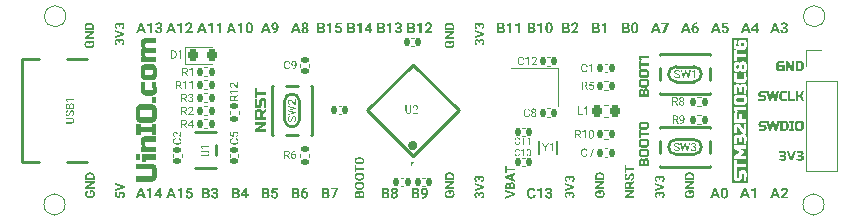
<source format=gto>
%TF.GenerationSoftware,KiCad,Pcbnew,7.0.11*%
%TF.CreationDate,2024-04-12T15:17:43+08:00*%
%TF.ProjectId,UINIO-MCU-STM32F103C8T6,55494e49-4f2d-44d4-9355-2d53544d3332,Version 3.1.0*%
%TF.SameCoordinates,PX72c1710PY5584170*%
%TF.FileFunction,Legend,Top*%
%TF.FilePolarity,Positive*%
%FSLAX46Y46*%
G04 Gerber Fmt 4.6, Leading zero omitted, Abs format (unit mm)*
G04 Created by KiCad (PCBNEW 7.0.11) date 2024-04-12 15:17:43*
%MOMM*%
%LPD*%
G01*
G04 APERTURE LIST*
G04 Aperture macros list*
%AMRoundRect*
0 Rectangle with rounded corners*
0 $1 Rounding radius*
0 $2 $3 $4 $5 $6 $7 $8 $9 X,Y pos of 4 corners*
0 Add a 4 corners polygon primitive as box body*
4,1,4,$2,$3,$4,$5,$6,$7,$8,$9,$2,$3,0*
0 Add four circle primitives for the rounded corners*
1,1,$1+$1,$2,$3*
1,1,$1+$1,$4,$5*
1,1,$1+$1,$6,$7*
1,1,$1+$1,$8,$9*
0 Add four rect primitives between the rounded corners*
20,1,$1+$1,$2,$3,$4,$5,0*
20,1,$1+$1,$4,$5,$6,$7,0*
20,1,$1+$1,$6,$7,$8,$9,0*
20,1,$1+$1,$8,$9,$2,$3,0*%
%AMHorizOval*
0 Thick line with rounded ends*
0 $1 width*
0 $2 $3 position (X,Y) of the first rounded end (center of the circle)*
0 $4 $5 position (X,Y) of the second rounded end (center of the circle)*
0 Add line between two ends*
20,1,$1,$2,$3,$4,$5,0*
0 Add two circle primitives to create the rounded ends*
1,1,$1,$2,$3*
1,1,$1,$4,$5*%
G04 Aperture macros list end*
%ADD10C,0.150000*%
%ADD11C,0.100000*%
%ADD12C,0.140000*%
%ADD13C,0.300000*%
%ADD14C,0.125000*%
%ADD15C,0.120000*%
%ADD16C,0.254000*%
%ADD17C,0.400000*%
%ADD18RoundRect,0.135000X0.135000X0.185000X-0.135000X0.185000X-0.135000X-0.185000X0.135000X-0.185000X0*%
%ADD19RoundRect,0.140000X0.140000X0.170000X-0.140000X0.170000X-0.140000X-0.170000X0.140000X-0.170000X0*%
%ADD20RoundRect,0.135000X-0.135000X-0.185000X0.135000X-0.185000X0.135000X0.185000X-0.135000X0.185000X0*%
%ADD21R,0.650000X1.200000*%
%ADD22R,1.800000X1.000000*%
%ADD23R,1.000000X0.600000*%
%ADD24RoundRect,0.140000X-0.140000X-0.170000X0.140000X-0.170000X0.140000X0.170000X-0.140000X0.170000X0*%
%ADD25RoundRect,0.218750X-0.218750X-0.256250X0.218750X-0.256250X0.218750X0.256250X-0.218750X0.256250X0*%
%ADD26R,1.200000X0.650000*%
%ADD27R,1.700000X1.700000*%
%ADD28O,1.700000X1.700000*%
%ADD29RoundRect,0.140000X-0.170000X0.140000X-0.170000X-0.140000X0.170000X-0.140000X0.170000X0.140000X0*%
%ADD30C,1.200000*%
%ADD31RoundRect,0.135000X0.185000X-0.135000X0.185000X0.135000X-0.185000X0.135000X-0.185000X-0.135000X0*%
%ADD32C,0.650000*%
%ADD33O,2.100000X1.000000*%
%ADD34O,1.900000X1.000000*%
%ADD35R,1.150000X0.600000*%
%ADD36R,1.150000X0.300000*%
%ADD37RoundRect,0.140000X0.170000X-0.140000X0.170000X0.140000X-0.170000X0.140000X-0.170000X-0.140000X0*%
%ADD38R,1.400000X1.200000*%
%ADD39HorizOval,0.280000X-0.537401X0.537401X0.537401X-0.537401X0*%
%ADD40HorizOval,0.280000X0.537401X0.537401X-0.537401X-0.537401X0*%
%ADD41RoundRect,0.218750X0.218750X0.256250X-0.218750X0.256250X-0.218750X-0.256250X0.218750X-0.256250X0*%
G04 APERTURE END LIST*
D10*
G36*
X60462148Y-17613500D02*
G01*
X60264971Y-17613500D01*
X60202543Y-17425994D01*
X59877211Y-17425994D01*
X59815442Y-17613500D01*
X59618265Y-17613500D01*
X59743891Y-17275858D01*
X59927330Y-17275858D01*
X60152424Y-17275858D01*
X60039217Y-16940635D01*
X59927330Y-17275858D01*
X59743891Y-17275858D01*
X59953268Y-16713123D01*
X60125166Y-16713123D01*
X60462148Y-17613500D01*
G37*
G36*
X61139629Y-17613500D02*
G01*
X60522598Y-17613500D01*
X60522598Y-17491061D01*
X60813858Y-17179797D01*
X60821237Y-17171647D01*
X60828373Y-17163627D01*
X60835265Y-17155738D01*
X60841912Y-17147979D01*
X60848316Y-17140350D01*
X60854476Y-17132852D01*
X60860393Y-17125485D01*
X60866065Y-17118248D01*
X60871493Y-17111142D01*
X60879179Y-17100727D01*
X60886316Y-17090606D01*
X60892904Y-17080779D01*
X60898943Y-17071245D01*
X60902665Y-17065052D01*
X60907811Y-17055905D01*
X60912451Y-17046848D01*
X60916585Y-17037879D01*
X60920212Y-17028999D01*
X60923334Y-17020207D01*
X60925949Y-17011505D01*
X60928058Y-17002891D01*
X60930083Y-16991545D01*
X60931208Y-16980357D01*
X60931461Y-16972069D01*
X60931194Y-16961004D01*
X60930394Y-16950394D01*
X60929061Y-16940241D01*
X60927195Y-16930544D01*
X60924796Y-16921302D01*
X60921863Y-16912517D01*
X60918397Y-16904188D01*
X60914398Y-16896314D01*
X60908236Y-16886525D01*
X60901126Y-16877547D01*
X60893137Y-16869458D01*
X60884337Y-16862448D01*
X60874727Y-16856516D01*
X60864306Y-16851663D01*
X60855959Y-16848731D01*
X60847155Y-16846406D01*
X60837896Y-16844687D01*
X60828181Y-16843575D01*
X60818009Y-16843069D01*
X60814517Y-16843035D01*
X60803368Y-16843404D01*
X60792670Y-16844511D01*
X60782425Y-16846357D01*
X60772632Y-16848940D01*
X60763291Y-16852261D01*
X60754401Y-16856320D01*
X60745964Y-16861117D01*
X60737979Y-16866652D01*
X60730447Y-16872925D01*
X60723366Y-16879937D01*
X60718896Y-16885021D01*
X60712690Y-16893086D01*
X60707093Y-16901618D01*
X60702107Y-16910618D01*
X60697732Y-16920085D01*
X60693967Y-16930020D01*
X60690813Y-16940423D01*
X60688269Y-16951293D01*
X60686336Y-16962630D01*
X60685013Y-16974436D01*
X60684301Y-16986708D01*
X60684165Y-16995150D01*
X60504793Y-16995150D01*
X60504946Y-16984902D01*
X60505405Y-16974765D01*
X60506169Y-16964740D01*
X60507239Y-16954827D01*
X60508614Y-16945025D01*
X60510295Y-16935335D01*
X60512282Y-16925757D01*
X60514575Y-16916290D01*
X60517173Y-16906935D01*
X60520077Y-16897691D01*
X60523287Y-16888559D01*
X60526802Y-16879539D01*
X60530624Y-16870630D01*
X60534750Y-16861833D01*
X60539183Y-16853148D01*
X60543921Y-16844574D01*
X60548966Y-16836171D01*
X60554263Y-16827998D01*
X60559812Y-16820056D01*
X60565614Y-16812343D01*
X60571669Y-16804861D01*
X60577976Y-16797609D01*
X60584535Y-16790586D01*
X60591347Y-16783794D01*
X60598411Y-16777232D01*
X60605728Y-16770901D01*
X60613297Y-16764799D01*
X60621118Y-16758927D01*
X60629192Y-16753286D01*
X60637519Y-16747875D01*
X60646098Y-16742693D01*
X60654929Y-16737742D01*
X60663988Y-16733057D01*
X60673195Y-16728675D01*
X60682549Y-16724594D01*
X60692051Y-16720816D01*
X60701701Y-16717340D01*
X60711498Y-16714167D01*
X60721443Y-16711295D01*
X60731536Y-16708726D01*
X60741776Y-16706459D01*
X60752165Y-16704495D01*
X60762700Y-16702832D01*
X60773384Y-16701472D01*
X60784215Y-16700414D01*
X60795194Y-16699659D01*
X60806321Y-16699205D01*
X60817595Y-16699054D01*
X60834745Y-16699316D01*
X60851409Y-16700102D01*
X60867587Y-16701411D01*
X60883279Y-16703245D01*
X60898486Y-16705602D01*
X60913206Y-16708482D01*
X60927440Y-16711887D01*
X60941188Y-16715815D01*
X60954450Y-16720268D01*
X60967226Y-16725244D01*
X60979516Y-16730743D01*
X60991320Y-16736767D01*
X61002638Y-16743314D01*
X61013470Y-16750385D01*
X61023817Y-16757980D01*
X61033677Y-16766099D01*
X61042993Y-16774668D01*
X61051709Y-16783667D01*
X61059823Y-16793098D01*
X61067336Y-16802960D01*
X61074249Y-16813253D01*
X61080560Y-16823976D01*
X61086270Y-16835131D01*
X61091379Y-16846717D01*
X61095887Y-16858734D01*
X61099794Y-16871183D01*
X61103100Y-16884062D01*
X61105805Y-16897372D01*
X61107908Y-16911113D01*
X61109411Y-16925285D01*
X61110313Y-16939889D01*
X61110613Y-16954923D01*
X61110308Y-16967515D01*
X61109392Y-16980150D01*
X61107866Y-16992827D01*
X61105729Y-17005547D01*
X61102982Y-17018309D01*
X61100811Y-17026840D01*
X61098369Y-17035391D01*
X61095656Y-17043961D01*
X61092671Y-17052549D01*
X61089415Y-17061156D01*
X61085887Y-17069782D01*
X61082089Y-17078427D01*
X61078019Y-17087091D01*
X61075882Y-17091430D01*
X61071375Y-17100176D01*
X61066481Y-17109102D01*
X61061201Y-17118208D01*
X61055535Y-17127494D01*
X61049482Y-17136961D01*
X61043043Y-17146608D01*
X61036217Y-17156436D01*
X61029005Y-17166443D01*
X61021407Y-17176632D01*
X61013422Y-17187000D01*
X61005051Y-17197549D01*
X60996294Y-17208278D01*
X60987150Y-17219187D01*
X60977619Y-17230277D01*
X60967703Y-17241547D01*
X60957400Y-17252997D01*
X60752748Y-17469518D01*
X61139629Y-17469518D01*
X61139629Y-17613500D01*
G37*
G36*
X45489845Y-16944033D02*
G01*
X45496516Y-16949746D01*
X45502998Y-16955747D01*
X45509290Y-16962037D01*
X45515393Y-16968616D01*
X45521307Y-16975483D01*
X45527031Y-16982638D01*
X45532566Y-16990082D01*
X45537912Y-16997815D01*
X45543069Y-17005836D01*
X45548036Y-17014146D01*
X45552814Y-17022744D01*
X45557403Y-17031630D01*
X45561802Y-17040806D01*
X45566012Y-17050269D01*
X45570033Y-17060021D01*
X45573865Y-17070062D01*
X45577461Y-17080291D01*
X45580826Y-17090658D01*
X45583958Y-17101162D01*
X45586859Y-17111803D01*
X45589527Y-17122582D01*
X45591963Y-17133498D01*
X45594167Y-17144552D01*
X45596140Y-17155742D01*
X45597880Y-17167071D01*
X45599388Y-17178536D01*
X45600664Y-17190139D01*
X45601708Y-17201880D01*
X45602521Y-17213758D01*
X45603101Y-17225773D01*
X45603449Y-17237926D01*
X45603565Y-17250216D01*
X45603387Y-17263086D01*
X45602853Y-17275757D01*
X45601964Y-17288230D01*
X45600719Y-17300505D01*
X45599119Y-17312581D01*
X45597163Y-17324459D01*
X45594851Y-17336139D01*
X45592183Y-17347620D01*
X45589160Y-17358902D01*
X45585781Y-17369986D01*
X45582046Y-17380872D01*
X45577956Y-17391559D01*
X45573510Y-17402048D01*
X45568708Y-17412338D01*
X45563551Y-17422430D01*
X45558038Y-17432323D01*
X45552187Y-17441977D01*
X45546015Y-17451353D01*
X45539523Y-17460448D01*
X45532710Y-17469265D01*
X45525576Y-17477802D01*
X45518122Y-17486060D01*
X45510348Y-17494038D01*
X45502253Y-17501737D01*
X45493837Y-17509156D01*
X45485101Y-17516297D01*
X45476044Y-17523158D01*
X45466667Y-17529739D01*
X45456969Y-17536042D01*
X45446950Y-17542064D01*
X45436611Y-17547808D01*
X45425951Y-17553272D01*
X45415012Y-17558435D01*
X45403835Y-17563274D01*
X45392420Y-17567789D01*
X45380766Y-17571981D01*
X45368875Y-17575849D01*
X45356745Y-17579394D01*
X45344377Y-17582615D01*
X45331771Y-17585512D01*
X45318927Y-17588086D01*
X45305845Y-17590336D01*
X45292525Y-17592262D01*
X45278966Y-17593865D01*
X45265169Y-17595144D01*
X45251135Y-17596100D01*
X45236862Y-17596732D01*
X45222350Y-17597040D01*
X45167640Y-17597040D01*
X45152745Y-17596882D01*
X45138102Y-17596408D01*
X45123711Y-17595618D01*
X45109571Y-17594512D01*
X45095684Y-17593091D01*
X45082048Y-17591353D01*
X45068665Y-17589299D01*
X45055533Y-17586929D01*
X45042653Y-17584243D01*
X45030025Y-17581241D01*
X45017648Y-17577923D01*
X45005524Y-17574289D01*
X44993651Y-17570339D01*
X44982031Y-17566073D01*
X44970662Y-17561492D01*
X44959545Y-17556594D01*
X44948692Y-17551399D01*
X44938165Y-17545926D01*
X44927962Y-17540176D01*
X44918085Y-17534148D01*
X44908533Y-17527842D01*
X44899306Y-17521258D01*
X44890404Y-17514396D01*
X44881827Y-17507257D01*
X44873576Y-17499839D01*
X44865649Y-17492144D01*
X44858048Y-17484171D01*
X44850772Y-17475920D01*
X44843821Y-17467392D01*
X44837195Y-17458585D01*
X44830894Y-17449501D01*
X44824919Y-17440139D01*
X44819264Y-17430512D01*
X44813973Y-17420682D01*
X44809048Y-17410649D01*
X44804488Y-17400413D01*
X44800292Y-17389974D01*
X44796461Y-17379331D01*
X44792995Y-17368486D01*
X44789894Y-17357438D01*
X44787158Y-17346187D01*
X44784786Y-17334733D01*
X44782780Y-17323075D01*
X44781138Y-17311215D01*
X44779861Y-17299152D01*
X44778949Y-17286886D01*
X44778402Y-17274416D01*
X44778219Y-17261744D01*
X44778285Y-17252914D01*
X44778483Y-17244205D01*
X44778812Y-17235617D01*
X44779273Y-17227150D01*
X44779865Y-17218804D01*
X44780589Y-17210579D01*
X44781445Y-17202475D01*
X44782432Y-17194492D01*
X44783552Y-17186629D01*
X44784802Y-17178888D01*
X44787699Y-17163769D01*
X44791122Y-17149133D01*
X44795072Y-17134982D01*
X44799549Y-17121314D01*
X44804552Y-17108130D01*
X44810082Y-17095430D01*
X44816138Y-17083215D01*
X44822721Y-17071482D01*
X44829831Y-17060234D01*
X44837467Y-17049470D01*
X44845630Y-17039190D01*
X44854273Y-17029407D01*
X44863396Y-17020136D01*
X44873000Y-17011376D01*
X44883085Y-17003127D01*
X44893651Y-16995390D01*
X44904697Y-16988164D01*
X44916225Y-16981450D01*
X44928233Y-16975247D01*
X44940722Y-16969555D01*
X44953693Y-16964375D01*
X44967143Y-16959706D01*
X44981075Y-16955549D01*
X44995488Y-16951903D01*
X45010381Y-16948768D01*
X45025756Y-16946145D01*
X45033623Y-16945025D01*
X45041611Y-16944033D01*
X45041611Y-17104647D01*
X45033302Y-17106119D01*
X45025277Y-17107801D01*
X45017536Y-17109691D01*
X45006457Y-17112919D01*
X44996017Y-17116618D01*
X44986215Y-17120787D01*
X44977053Y-17125427D01*
X44968529Y-17130537D01*
X44960644Y-17136118D01*
X44953398Y-17142169D01*
X44946791Y-17148691D01*
X44942741Y-17153300D01*
X44937119Y-17160585D01*
X44932050Y-17168371D01*
X44927534Y-17176659D01*
X44923571Y-17185448D01*
X44920161Y-17194739D01*
X44917304Y-17204531D01*
X44915000Y-17214825D01*
X44913249Y-17225620D01*
X44912051Y-17236917D01*
X44911559Y-17244727D01*
X44911314Y-17252759D01*
X44911283Y-17256859D01*
X44911531Y-17267205D01*
X44912275Y-17277238D01*
X44913515Y-17286958D01*
X44915252Y-17296365D01*
X44917484Y-17305459D01*
X44920213Y-17314241D01*
X44923438Y-17322709D01*
X44927159Y-17330865D01*
X44931376Y-17338707D01*
X44936089Y-17346237D01*
X44941298Y-17353453D01*
X44947003Y-17360357D01*
X44953205Y-17366948D01*
X44959902Y-17373225D01*
X44967096Y-17379190D01*
X44974786Y-17384842D01*
X44982967Y-17390168D01*
X44991633Y-17395155D01*
X45000784Y-17399804D01*
X45010421Y-17404113D01*
X45020543Y-17408083D01*
X45031151Y-17411715D01*
X45042244Y-17415008D01*
X45053823Y-17417962D01*
X45065887Y-17420576D01*
X45078437Y-17422853D01*
X45091471Y-17424790D01*
X45104992Y-17426388D01*
X45118998Y-17427647D01*
X45133489Y-17428568D01*
X45148466Y-17429149D01*
X45163928Y-17429392D01*
X45215316Y-17429392D01*
X45223157Y-17429345D01*
X45238477Y-17428971D01*
X45253315Y-17428223D01*
X45267671Y-17427101D01*
X45281544Y-17425605D01*
X45294934Y-17423735D01*
X45307842Y-17421491D01*
X45320268Y-17418873D01*
X45332212Y-17415881D01*
X45343673Y-17412516D01*
X45354652Y-17408776D01*
X45365148Y-17404662D01*
X45375162Y-17400174D01*
X45384693Y-17395312D01*
X45393743Y-17390076D01*
X45402309Y-17384466D01*
X45406412Y-17381521D01*
X45414244Y-17375363D01*
X45421570Y-17368860D01*
X45428391Y-17362009D01*
X45434707Y-17354813D01*
X45440518Y-17347269D01*
X45445824Y-17339379D01*
X45450624Y-17331143D01*
X45454919Y-17322560D01*
X45458708Y-17313631D01*
X45461992Y-17304355D01*
X45464771Y-17294733D01*
X45467045Y-17284764D01*
X45468814Y-17274448D01*
X45470077Y-17263786D01*
X45470835Y-17252778D01*
X45471087Y-17241423D01*
X45470927Y-17230029D01*
X45470446Y-17219050D01*
X45469645Y-17208487D01*
X45468523Y-17198338D01*
X45467080Y-17188605D01*
X45465317Y-17179287D01*
X45463233Y-17170385D01*
X45460829Y-17161897D01*
X45458104Y-17153825D01*
X45455059Y-17146168D01*
X45451693Y-17138926D01*
X45446043Y-17128842D01*
X45439672Y-17119692D01*
X45432579Y-17111476D01*
X45430055Y-17108946D01*
X45287417Y-17108946D01*
X45287417Y-17259008D01*
X45165882Y-17259008D01*
X45165882Y-16944033D01*
X45489845Y-16944033D01*
G37*
G36*
X45591060Y-16163628D02*
G01*
X45591060Y-16328541D01*
X45064472Y-16649574D01*
X45591060Y-16649574D01*
X45591060Y-16814291D01*
X44790725Y-16814291D01*
X44790725Y-16649574D01*
X45318484Y-16327955D01*
X44790725Y-16327955D01*
X44790725Y-16163628D01*
X45591060Y-16163628D01*
G37*
G36*
X45223500Y-15412712D02*
G01*
X45237158Y-15413250D01*
X45250623Y-15414147D01*
X45263896Y-15415402D01*
X45276977Y-15417017D01*
X45289865Y-15418990D01*
X45302561Y-15421321D01*
X45315065Y-15424012D01*
X45327376Y-15427061D01*
X45339495Y-15430469D01*
X45351422Y-15434236D01*
X45363156Y-15438361D01*
X45374699Y-15442845D01*
X45386048Y-15447688D01*
X45397205Y-15452890D01*
X45408170Y-15458450D01*
X45418863Y-15464337D01*
X45429252Y-15470519D01*
X45439337Y-15476995D01*
X45449118Y-15483766D01*
X45458595Y-15490831D01*
X45467769Y-15498191D01*
X45476639Y-15505846D01*
X45485205Y-15513795D01*
X45493467Y-15522039D01*
X45501425Y-15530578D01*
X45509080Y-15539411D01*
X45516431Y-15548539D01*
X45523478Y-15557961D01*
X45530222Y-15567678D01*
X45536661Y-15577690D01*
X45542797Y-15587996D01*
X45548573Y-15598510D01*
X45553980Y-15609191D01*
X45559020Y-15620040D01*
X45563692Y-15631056D01*
X45567996Y-15642241D01*
X45571932Y-15653594D01*
X45575500Y-15665115D01*
X45578701Y-15676803D01*
X45581533Y-15688660D01*
X45583998Y-15700684D01*
X45586095Y-15712876D01*
X45587823Y-15725237D01*
X45589184Y-15737765D01*
X45590177Y-15750461D01*
X45590802Y-15763325D01*
X45591060Y-15776357D01*
X45591060Y-16024116D01*
X44790725Y-16024116D01*
X44790725Y-15859399D01*
X44924179Y-15859399D01*
X45458582Y-15859399D01*
X45458582Y-15779678D01*
X45458336Y-15767767D01*
X45457596Y-15756213D01*
X45456363Y-15745016D01*
X45454638Y-15734176D01*
X45452419Y-15723693D01*
X45449707Y-15713568D01*
X45446502Y-15703800D01*
X45442804Y-15694389D01*
X45438613Y-15685335D01*
X45433929Y-15676638D01*
X45428752Y-15668299D01*
X45423081Y-15660317D01*
X45416918Y-15652692D01*
X45410262Y-15645424D01*
X45403112Y-15638514D01*
X45395470Y-15631960D01*
X45387344Y-15625756D01*
X45378794Y-15619943D01*
X45369820Y-15614521D01*
X45360421Y-15609490D01*
X45350598Y-15604849D01*
X45340350Y-15600599D01*
X45329678Y-15596740D01*
X45318582Y-15593272D01*
X45307062Y-15590195D01*
X45295117Y-15587508D01*
X45282747Y-15585212D01*
X45269953Y-15583307D01*
X45256735Y-15581793D01*
X45243093Y-15580669D01*
X45229026Y-15579936D01*
X45214535Y-15579594D01*
X45172134Y-15579594D01*
X45157100Y-15579792D01*
X45142529Y-15580385D01*
X45128420Y-15581374D01*
X45114774Y-15582757D01*
X45101590Y-15584537D01*
X45088869Y-15586711D01*
X45076610Y-15589281D01*
X45064814Y-15592246D01*
X45053480Y-15595607D01*
X45042609Y-15599363D01*
X45032201Y-15603514D01*
X45022255Y-15608061D01*
X45012771Y-15613003D01*
X45003750Y-15618341D01*
X44995192Y-15624073D01*
X44987096Y-15630202D01*
X44979477Y-15636709D01*
X44972350Y-15643580D01*
X44965714Y-15650814D01*
X44959570Y-15658412D01*
X44953917Y-15666372D01*
X44948756Y-15674697D01*
X44944086Y-15683384D01*
X44939908Y-15692435D01*
X44936222Y-15701849D01*
X44933027Y-15711626D01*
X44930323Y-15721767D01*
X44928111Y-15732271D01*
X44926391Y-15743138D01*
X44925162Y-15754369D01*
X44924425Y-15765962D01*
X44924179Y-15777920D01*
X44924179Y-15859399D01*
X44790725Y-15859399D01*
X44790725Y-15777920D01*
X44790911Y-15764818D01*
X44791469Y-15751890D01*
X44792401Y-15739135D01*
X44793704Y-15726555D01*
X44795380Y-15714149D01*
X44797429Y-15701917D01*
X44799850Y-15689859D01*
X44802644Y-15677976D01*
X44805810Y-15666266D01*
X44809348Y-15654730D01*
X44813259Y-15643368D01*
X44817542Y-15632180D01*
X44822198Y-15621166D01*
X44827227Y-15610326D01*
X44832627Y-15599661D01*
X44838401Y-15589169D01*
X44844493Y-15578907D01*
X44850900Y-15568930D01*
X44857621Y-15559239D01*
X44864657Y-15549834D01*
X44872007Y-15540713D01*
X44879672Y-15531879D01*
X44887651Y-15523329D01*
X44895944Y-15515066D01*
X44904552Y-15507087D01*
X44913475Y-15499394D01*
X44922712Y-15491987D01*
X44932263Y-15484865D01*
X44942129Y-15478028D01*
X44952310Y-15471477D01*
X44962804Y-15465212D01*
X44973614Y-15459232D01*
X44984650Y-15453577D01*
X44995873Y-15448286D01*
X45007285Y-15443361D01*
X45018884Y-15438801D01*
X45030671Y-15434605D01*
X45042646Y-15430774D01*
X45054808Y-15427308D01*
X45067159Y-15424207D01*
X45079697Y-15421471D01*
X45092422Y-15419099D01*
X45105336Y-15417093D01*
X45118437Y-15415451D01*
X45131726Y-15414174D01*
X45145203Y-15413262D01*
X45158868Y-15412715D01*
X45172720Y-15412532D01*
X45209650Y-15412532D01*
X45223500Y-15412712D01*
G37*
G36*
X32760785Y-4257425D02*
G01*
X32767456Y-4263138D01*
X32773938Y-4269139D01*
X32780230Y-4275429D01*
X32786333Y-4282008D01*
X32792247Y-4288875D01*
X32797971Y-4296030D01*
X32803506Y-4303474D01*
X32808852Y-4311207D01*
X32814009Y-4319228D01*
X32818976Y-4327538D01*
X32823754Y-4336136D01*
X32828343Y-4345022D01*
X32832742Y-4354198D01*
X32836952Y-4363661D01*
X32840973Y-4373413D01*
X32844805Y-4383454D01*
X32848401Y-4393683D01*
X32851766Y-4404050D01*
X32854898Y-4414554D01*
X32857799Y-4425195D01*
X32860467Y-4435974D01*
X32862903Y-4446890D01*
X32865107Y-4457944D01*
X32867080Y-4469134D01*
X32868820Y-4480463D01*
X32870328Y-4491928D01*
X32871604Y-4503531D01*
X32872648Y-4515272D01*
X32873461Y-4527150D01*
X32874041Y-4539165D01*
X32874389Y-4551318D01*
X32874505Y-4563608D01*
X32874327Y-4576478D01*
X32873793Y-4589149D01*
X32872904Y-4601622D01*
X32871659Y-4613897D01*
X32870059Y-4625973D01*
X32868103Y-4637851D01*
X32865791Y-4649531D01*
X32863123Y-4661012D01*
X32860100Y-4672294D01*
X32856721Y-4683378D01*
X32852986Y-4694264D01*
X32848896Y-4704951D01*
X32844450Y-4715440D01*
X32839648Y-4725730D01*
X32834491Y-4735822D01*
X32828978Y-4745715D01*
X32823127Y-4755369D01*
X32816955Y-4764745D01*
X32810463Y-4773840D01*
X32803650Y-4782657D01*
X32796516Y-4791194D01*
X32789062Y-4799452D01*
X32781288Y-4807430D01*
X32773193Y-4815129D01*
X32764777Y-4822548D01*
X32756041Y-4829689D01*
X32746984Y-4836550D01*
X32737607Y-4843131D01*
X32727909Y-4849434D01*
X32717890Y-4855456D01*
X32707551Y-4861200D01*
X32696891Y-4866664D01*
X32685952Y-4871827D01*
X32674775Y-4876666D01*
X32663360Y-4881181D01*
X32651706Y-4885373D01*
X32639815Y-4889241D01*
X32627685Y-4892786D01*
X32615317Y-4896007D01*
X32602711Y-4898904D01*
X32589867Y-4901478D01*
X32576785Y-4903728D01*
X32563465Y-4905654D01*
X32549906Y-4907257D01*
X32536109Y-4908536D01*
X32522075Y-4909492D01*
X32507802Y-4910124D01*
X32493290Y-4910432D01*
X32438580Y-4910432D01*
X32423685Y-4910274D01*
X32409042Y-4909800D01*
X32394651Y-4909010D01*
X32380511Y-4907904D01*
X32366624Y-4906483D01*
X32352988Y-4904745D01*
X32339605Y-4902691D01*
X32326473Y-4900321D01*
X32313593Y-4897635D01*
X32300965Y-4894633D01*
X32288588Y-4891315D01*
X32276464Y-4887681D01*
X32264591Y-4883731D01*
X32252971Y-4879465D01*
X32241602Y-4874884D01*
X32230485Y-4869986D01*
X32219632Y-4864791D01*
X32209105Y-4859318D01*
X32198902Y-4853568D01*
X32189025Y-4847540D01*
X32179473Y-4841234D01*
X32170246Y-4834650D01*
X32161344Y-4827788D01*
X32152767Y-4820649D01*
X32144516Y-4813231D01*
X32136589Y-4805536D01*
X32128988Y-4797563D01*
X32121712Y-4789312D01*
X32114761Y-4780784D01*
X32108135Y-4771977D01*
X32101834Y-4762893D01*
X32095859Y-4753531D01*
X32090204Y-4743904D01*
X32084913Y-4734074D01*
X32079988Y-4724041D01*
X32075428Y-4713805D01*
X32071232Y-4703366D01*
X32067401Y-4692723D01*
X32063935Y-4681878D01*
X32060834Y-4670830D01*
X32058098Y-4659579D01*
X32055726Y-4648125D01*
X32053720Y-4636467D01*
X32052078Y-4624607D01*
X32050801Y-4612544D01*
X32049889Y-4600278D01*
X32049342Y-4587808D01*
X32049159Y-4575136D01*
X32049225Y-4566306D01*
X32049423Y-4557597D01*
X32049752Y-4549009D01*
X32050213Y-4540542D01*
X32050805Y-4532196D01*
X32051529Y-4523971D01*
X32052385Y-4515867D01*
X32053372Y-4507884D01*
X32054492Y-4500021D01*
X32055742Y-4492280D01*
X32058639Y-4477161D01*
X32062062Y-4462525D01*
X32066012Y-4448374D01*
X32070489Y-4434706D01*
X32075492Y-4421522D01*
X32081022Y-4408822D01*
X32087078Y-4396607D01*
X32093661Y-4384874D01*
X32100771Y-4373626D01*
X32108407Y-4362862D01*
X32116570Y-4352582D01*
X32125213Y-4342799D01*
X32134336Y-4333528D01*
X32143940Y-4324768D01*
X32154025Y-4316519D01*
X32164591Y-4308782D01*
X32175637Y-4301556D01*
X32187165Y-4294842D01*
X32199173Y-4288639D01*
X32211662Y-4282947D01*
X32224633Y-4277767D01*
X32238083Y-4273098D01*
X32252015Y-4268941D01*
X32266428Y-4265295D01*
X32281321Y-4262160D01*
X32296696Y-4259537D01*
X32304563Y-4258417D01*
X32312551Y-4257425D01*
X32312551Y-4418039D01*
X32304242Y-4419511D01*
X32296217Y-4421193D01*
X32288476Y-4423083D01*
X32277397Y-4426311D01*
X32266957Y-4430010D01*
X32257155Y-4434179D01*
X32247993Y-4438819D01*
X32239469Y-4443929D01*
X32231584Y-4449510D01*
X32224338Y-4455561D01*
X32217731Y-4462083D01*
X32213681Y-4466692D01*
X32208059Y-4473977D01*
X32202990Y-4481763D01*
X32198474Y-4490051D01*
X32194511Y-4498840D01*
X32191101Y-4508131D01*
X32188244Y-4517923D01*
X32185940Y-4528217D01*
X32184189Y-4539012D01*
X32182991Y-4550309D01*
X32182499Y-4558119D01*
X32182254Y-4566151D01*
X32182223Y-4570251D01*
X32182471Y-4580597D01*
X32183215Y-4590630D01*
X32184455Y-4600350D01*
X32186192Y-4609757D01*
X32188424Y-4618851D01*
X32191153Y-4627633D01*
X32194378Y-4636101D01*
X32198099Y-4644257D01*
X32202316Y-4652099D01*
X32207029Y-4659629D01*
X32212238Y-4666845D01*
X32217943Y-4673749D01*
X32224145Y-4680340D01*
X32230842Y-4686617D01*
X32238036Y-4692582D01*
X32245726Y-4698234D01*
X32253907Y-4703560D01*
X32262573Y-4708547D01*
X32271724Y-4713196D01*
X32281361Y-4717505D01*
X32291483Y-4721475D01*
X32302091Y-4725107D01*
X32313184Y-4728400D01*
X32324763Y-4731354D01*
X32336827Y-4733968D01*
X32349377Y-4736245D01*
X32362411Y-4738182D01*
X32375932Y-4739780D01*
X32389938Y-4741039D01*
X32404429Y-4741960D01*
X32419406Y-4742541D01*
X32434868Y-4742784D01*
X32486256Y-4742784D01*
X32494097Y-4742737D01*
X32509417Y-4742363D01*
X32524255Y-4741615D01*
X32538611Y-4740493D01*
X32552484Y-4738997D01*
X32565874Y-4737127D01*
X32578782Y-4734883D01*
X32591208Y-4732265D01*
X32603152Y-4729273D01*
X32614613Y-4725908D01*
X32625592Y-4722168D01*
X32636088Y-4718054D01*
X32646102Y-4713566D01*
X32655633Y-4708704D01*
X32664683Y-4703468D01*
X32673249Y-4697858D01*
X32677352Y-4694913D01*
X32685184Y-4688755D01*
X32692510Y-4682252D01*
X32699331Y-4675401D01*
X32705647Y-4668205D01*
X32711458Y-4660661D01*
X32716764Y-4652771D01*
X32721564Y-4644535D01*
X32725859Y-4635952D01*
X32729648Y-4627023D01*
X32732932Y-4617747D01*
X32735711Y-4608125D01*
X32737985Y-4598156D01*
X32739754Y-4587840D01*
X32741017Y-4577178D01*
X32741775Y-4566170D01*
X32742027Y-4554815D01*
X32741867Y-4543421D01*
X32741386Y-4532442D01*
X32740585Y-4521879D01*
X32739463Y-4511730D01*
X32738020Y-4501997D01*
X32736257Y-4492679D01*
X32734173Y-4483777D01*
X32731769Y-4475289D01*
X32729044Y-4467217D01*
X32725999Y-4459560D01*
X32722633Y-4452318D01*
X32716983Y-4442234D01*
X32710612Y-4433084D01*
X32703519Y-4424868D01*
X32700995Y-4422338D01*
X32558357Y-4422338D01*
X32558357Y-4572400D01*
X32436822Y-4572400D01*
X32436822Y-4257425D01*
X32760785Y-4257425D01*
G37*
G36*
X32862000Y-3477020D02*
G01*
X32862000Y-3641933D01*
X32335412Y-3962966D01*
X32862000Y-3962966D01*
X32862000Y-4127683D01*
X32061665Y-4127683D01*
X32061665Y-3962966D01*
X32589424Y-3641347D01*
X32061665Y-3641347D01*
X32061665Y-3477020D01*
X32862000Y-3477020D01*
G37*
G36*
X32494440Y-2726104D02*
G01*
X32508098Y-2726642D01*
X32521563Y-2727539D01*
X32534836Y-2728794D01*
X32547917Y-2730409D01*
X32560805Y-2732382D01*
X32573501Y-2734713D01*
X32586005Y-2737404D01*
X32598316Y-2740453D01*
X32610435Y-2743861D01*
X32622362Y-2747628D01*
X32634096Y-2751753D01*
X32645639Y-2756237D01*
X32656988Y-2761080D01*
X32668145Y-2766282D01*
X32679110Y-2771842D01*
X32689803Y-2777729D01*
X32700192Y-2783911D01*
X32710277Y-2790387D01*
X32720058Y-2797158D01*
X32729535Y-2804223D01*
X32738709Y-2811583D01*
X32747579Y-2819238D01*
X32756145Y-2827187D01*
X32764407Y-2835431D01*
X32772365Y-2843970D01*
X32780020Y-2852803D01*
X32787371Y-2861931D01*
X32794418Y-2871353D01*
X32801162Y-2881070D01*
X32807601Y-2891082D01*
X32813737Y-2901388D01*
X32819513Y-2911902D01*
X32824920Y-2922583D01*
X32829960Y-2933432D01*
X32834632Y-2944448D01*
X32838936Y-2955633D01*
X32842872Y-2966986D01*
X32846440Y-2978507D01*
X32849641Y-2990195D01*
X32852473Y-3002052D01*
X32854938Y-3014076D01*
X32857035Y-3026268D01*
X32858763Y-3038629D01*
X32860124Y-3051157D01*
X32861117Y-3063853D01*
X32861742Y-3076717D01*
X32862000Y-3089749D01*
X32862000Y-3337508D01*
X32061665Y-3337508D01*
X32061665Y-3172791D01*
X32195119Y-3172791D01*
X32729522Y-3172791D01*
X32729522Y-3093070D01*
X32729276Y-3081159D01*
X32728536Y-3069605D01*
X32727303Y-3058408D01*
X32725578Y-3047568D01*
X32723359Y-3037085D01*
X32720647Y-3026960D01*
X32717442Y-3017192D01*
X32713744Y-3007781D01*
X32709553Y-2998727D01*
X32704869Y-2990030D01*
X32699692Y-2981691D01*
X32694021Y-2973709D01*
X32687858Y-2966084D01*
X32681202Y-2958816D01*
X32674052Y-2951906D01*
X32666410Y-2945352D01*
X32658284Y-2939148D01*
X32649734Y-2933335D01*
X32640760Y-2927913D01*
X32631361Y-2922882D01*
X32621538Y-2918241D01*
X32611290Y-2913991D01*
X32600618Y-2910132D01*
X32589522Y-2906664D01*
X32578002Y-2903587D01*
X32566057Y-2900900D01*
X32553687Y-2898604D01*
X32540893Y-2896699D01*
X32527675Y-2895185D01*
X32514033Y-2894061D01*
X32499966Y-2893328D01*
X32485475Y-2892986D01*
X32443074Y-2892986D01*
X32428040Y-2893184D01*
X32413469Y-2893777D01*
X32399360Y-2894766D01*
X32385714Y-2896149D01*
X32372530Y-2897929D01*
X32359809Y-2900103D01*
X32347550Y-2902673D01*
X32335754Y-2905638D01*
X32324420Y-2908999D01*
X32313549Y-2912755D01*
X32303141Y-2916906D01*
X32293195Y-2921453D01*
X32283711Y-2926395D01*
X32274690Y-2931733D01*
X32266132Y-2937465D01*
X32258036Y-2943594D01*
X32250417Y-2950101D01*
X32243290Y-2956972D01*
X32236654Y-2964206D01*
X32230510Y-2971804D01*
X32224857Y-2979764D01*
X32219696Y-2988089D01*
X32215026Y-2996776D01*
X32210848Y-3005827D01*
X32207162Y-3015241D01*
X32203967Y-3025018D01*
X32201263Y-3035159D01*
X32199051Y-3045663D01*
X32197331Y-3056530D01*
X32196102Y-3067761D01*
X32195365Y-3079354D01*
X32195119Y-3091312D01*
X32195119Y-3172791D01*
X32061665Y-3172791D01*
X32061665Y-3091312D01*
X32061851Y-3078210D01*
X32062409Y-3065282D01*
X32063341Y-3052527D01*
X32064644Y-3039947D01*
X32066320Y-3027541D01*
X32068369Y-3015309D01*
X32070790Y-3003251D01*
X32073584Y-2991368D01*
X32076750Y-2979658D01*
X32080288Y-2968122D01*
X32084199Y-2956760D01*
X32088482Y-2945572D01*
X32093138Y-2934558D01*
X32098167Y-2923718D01*
X32103567Y-2913053D01*
X32109341Y-2902561D01*
X32115433Y-2892299D01*
X32121840Y-2882322D01*
X32128561Y-2872631D01*
X32135597Y-2863226D01*
X32142947Y-2854105D01*
X32150612Y-2845271D01*
X32158591Y-2836721D01*
X32166884Y-2828458D01*
X32175492Y-2820479D01*
X32184415Y-2812786D01*
X32193652Y-2805379D01*
X32203203Y-2798257D01*
X32213069Y-2791420D01*
X32223250Y-2784869D01*
X32233744Y-2778604D01*
X32244554Y-2772624D01*
X32255590Y-2766969D01*
X32266813Y-2761678D01*
X32278225Y-2756753D01*
X32289824Y-2752193D01*
X32301611Y-2747997D01*
X32313586Y-2744166D01*
X32325748Y-2740700D01*
X32338099Y-2737599D01*
X32350637Y-2734863D01*
X32363362Y-2732491D01*
X32376276Y-2730485D01*
X32389377Y-2728843D01*
X32402666Y-2727566D01*
X32416143Y-2726654D01*
X32429808Y-2726107D01*
X32443660Y-2725924D01*
X32480590Y-2725924D01*
X32494440Y-2726104D01*
G37*
G36*
X29581681Y-16713184D02*
G01*
X29591684Y-16713370D01*
X29601533Y-16713679D01*
X29611228Y-16714112D01*
X29620767Y-16714668D01*
X29630153Y-16715348D01*
X29639383Y-16716152D01*
X29648459Y-16717079D01*
X29657381Y-16718130D01*
X29666148Y-16719305D01*
X29683218Y-16722025D01*
X29699670Y-16725240D01*
X29715504Y-16728950D01*
X29730720Y-16733154D01*
X29745317Y-16737852D01*
X29759296Y-16743045D01*
X29772657Y-16748733D01*
X29785400Y-16754916D01*
X29797524Y-16761593D01*
X29809030Y-16768764D01*
X29819918Y-16776430D01*
X29830193Y-16784546D01*
X29839805Y-16793119D01*
X29848754Y-16802152D01*
X29857040Y-16811643D01*
X29864663Y-16821592D01*
X29871623Y-16832000D01*
X29877921Y-16842866D01*
X29883555Y-16854191D01*
X29888527Y-16865975D01*
X29892836Y-16878217D01*
X29896482Y-16890917D01*
X29899465Y-16904076D01*
X29901785Y-16917694D01*
X29903442Y-16931770D01*
X29904436Y-16946305D01*
X29904768Y-16961298D01*
X29904468Y-16973647D01*
X29903570Y-16985718D01*
X29902073Y-16997511D01*
X29899976Y-17009026D01*
X29897281Y-17020262D01*
X29893987Y-17031221D01*
X29890094Y-17041901D01*
X29885602Y-17052303D01*
X29880512Y-17062426D01*
X29874822Y-17072272D01*
X29870696Y-17078681D01*
X29864113Y-17087925D01*
X29857059Y-17096697D01*
X29849533Y-17104999D01*
X29841536Y-17112828D01*
X29833067Y-17120187D01*
X29824127Y-17127074D01*
X29814716Y-17133489D01*
X29804833Y-17139433D01*
X29794479Y-17144906D01*
X29783653Y-17149907D01*
X29776174Y-17152980D01*
X29784714Y-17155260D01*
X29797093Y-17159196D01*
X29808954Y-17163751D01*
X29820298Y-17168923D01*
X29831123Y-17174714D01*
X29841431Y-17181123D01*
X29851221Y-17188151D01*
X29860494Y-17195796D01*
X29869248Y-17204060D01*
X29877485Y-17212942D01*
X29885204Y-17222442D01*
X29892354Y-17232456D01*
X29898800Y-17242880D01*
X29904543Y-17253714D01*
X29909583Y-17264957D01*
X29913920Y-17276609D01*
X29917553Y-17288671D01*
X29920484Y-17301143D01*
X29922711Y-17314024D01*
X29923804Y-17322839D01*
X29924586Y-17331836D01*
X29925055Y-17341016D01*
X29925211Y-17350377D01*
X29924887Y-17366261D01*
X29923916Y-17381656D01*
X29922298Y-17396562D01*
X29920032Y-17410978D01*
X29917118Y-17424905D01*
X29913557Y-17438342D01*
X29909349Y-17451290D01*
X29904493Y-17463748D01*
X29898990Y-17475717D01*
X29892839Y-17487197D01*
X29886041Y-17498187D01*
X29878596Y-17508687D01*
X29870503Y-17518698D01*
X29861762Y-17528220D01*
X29852375Y-17537253D01*
X29842339Y-17545795D01*
X29831706Y-17553839D01*
X29820522Y-17561375D01*
X29808790Y-17568402D01*
X29796507Y-17574921D01*
X29783675Y-17580932D01*
X29770294Y-17586434D01*
X29756363Y-17591428D01*
X29741882Y-17595914D01*
X29726852Y-17599891D01*
X29711273Y-17603360D01*
X29695143Y-17606321D01*
X29678465Y-17608773D01*
X29661236Y-17610717D01*
X29652416Y-17611499D01*
X29643459Y-17612153D01*
X29634364Y-17612680D01*
X29625131Y-17613080D01*
X29615761Y-17613354D01*
X29606254Y-17613500D01*
X29256303Y-17613500D01*
X29256303Y-17223981D01*
X29441610Y-17223981D01*
X29441610Y-17464463D01*
X29600539Y-17464463D01*
X29612568Y-17464192D01*
X29624091Y-17463381D01*
X29635108Y-17462028D01*
X29645619Y-17460135D01*
X29655623Y-17457701D01*
X29665122Y-17454725D01*
X29674114Y-17451209D01*
X29682600Y-17447152D01*
X29690580Y-17442554D01*
X29698053Y-17437415D01*
X29702755Y-17433688D01*
X29709354Y-17427670D01*
X29717144Y-17419002D01*
X29723780Y-17409600D01*
X29729262Y-17399463D01*
X29733589Y-17388590D01*
X29736078Y-17379953D01*
X29737917Y-17370903D01*
X29739107Y-17361440D01*
X29739648Y-17351563D01*
X29739684Y-17348178D01*
X29739184Y-17333345D01*
X29737685Y-17319454D01*
X29735186Y-17306507D01*
X29731688Y-17294502D01*
X29727191Y-17283439D01*
X29721693Y-17273320D01*
X29715197Y-17264143D01*
X29707701Y-17255910D01*
X29699205Y-17248619D01*
X29689710Y-17242271D01*
X29679215Y-17236865D01*
X29667721Y-17232403D01*
X29655227Y-17228883D01*
X29641734Y-17226306D01*
X29627242Y-17224672D01*
X29611750Y-17223981D01*
X29441610Y-17223981D01*
X29256303Y-17223981D01*
X29256303Y-16863259D01*
X29441610Y-16863259D01*
X29441610Y-17092969D01*
X29578997Y-17092969D01*
X29595979Y-17092244D01*
X29611866Y-17090671D01*
X29626658Y-17088252D01*
X29640354Y-17084987D01*
X29652954Y-17080875D01*
X29664458Y-17075916D01*
X29674867Y-17070111D01*
X29684180Y-17063459D01*
X29692397Y-17055960D01*
X29699519Y-17047614D01*
X29705545Y-17038422D01*
X29710476Y-17028384D01*
X29714311Y-17017498D01*
X29717050Y-17005766D01*
X29718693Y-16993188D01*
X29719241Y-16979763D01*
X29718928Y-16968445D01*
X29717989Y-16957738D01*
X29716424Y-16947641D01*
X29714233Y-16938155D01*
X29711416Y-16929279D01*
X29707974Y-16921014D01*
X29702409Y-16910944D01*
X29695732Y-16901959D01*
X29687943Y-16894059D01*
X29683630Y-16890516D01*
X29674137Y-16884128D01*
X29666169Y-16879895D01*
X29657475Y-16876142D01*
X29648055Y-16872868D01*
X29637908Y-16870073D01*
X29627035Y-16867757D01*
X29615435Y-16865921D01*
X29603109Y-16864563D01*
X29590056Y-16863685D01*
X29580951Y-16863365D01*
X29571523Y-16863259D01*
X29441610Y-16863259D01*
X29256303Y-16863259D01*
X29256303Y-16713123D01*
X29571523Y-16713123D01*
X29581681Y-16713184D01*
G37*
G36*
X30346004Y-16699229D02*
G01*
X30356900Y-16699755D01*
X30367642Y-16700631D01*
X30378230Y-16701857D01*
X30388662Y-16703433D01*
X30398941Y-16705360D01*
X30409064Y-16707638D01*
X30419033Y-16710265D01*
X30428848Y-16713243D01*
X30438508Y-16716571D01*
X30448013Y-16720250D01*
X30457364Y-16724278D01*
X30466561Y-16728658D01*
X30475602Y-16733387D01*
X30484490Y-16738467D01*
X30493222Y-16743897D01*
X30501756Y-16749656D01*
X30510049Y-16755723D01*
X30518099Y-16762097D01*
X30525906Y-16768778D01*
X30533472Y-16775767D01*
X30540796Y-16783063D01*
X30547877Y-16790666D01*
X30554716Y-16798577D01*
X30561314Y-16806795D01*
X30567669Y-16815321D01*
X30573781Y-16824154D01*
X30579652Y-16833295D01*
X30585281Y-16842743D01*
X30590667Y-16852498D01*
X30595811Y-16862561D01*
X30600713Y-16872931D01*
X30605374Y-16883549D01*
X30609740Y-16894356D01*
X30613810Y-16905352D01*
X30617584Y-16916537D01*
X30621064Y-16927911D01*
X30624248Y-16939474D01*
X30627136Y-16951226D01*
X30629729Y-16963166D01*
X30632027Y-16975296D01*
X30634030Y-16987614D01*
X30635737Y-17000122D01*
X30637148Y-17012818D01*
X30638265Y-17025703D01*
X30639085Y-17038777D01*
X30639611Y-17052040D01*
X30639841Y-17065492D01*
X30639841Y-17132097D01*
X30639732Y-17146180D01*
X30639404Y-17160074D01*
X30638858Y-17173778D01*
X30638093Y-17187292D01*
X30637109Y-17200616D01*
X30635908Y-17213751D01*
X30634487Y-17226696D01*
X30632848Y-17239451D01*
X30630991Y-17252016D01*
X30628915Y-17264392D01*
X30626620Y-17276577D01*
X30624107Y-17288573D01*
X30621375Y-17300380D01*
X30618425Y-17311996D01*
X30615256Y-17323423D01*
X30611869Y-17334660D01*
X30608263Y-17345707D01*
X30604439Y-17356564D01*
X30600396Y-17367232D01*
X30596135Y-17377710D01*
X30591655Y-17387998D01*
X30586957Y-17398096D01*
X30582040Y-17408005D01*
X30576904Y-17417724D01*
X30571550Y-17427253D01*
X30565978Y-17436592D01*
X30560187Y-17445741D01*
X30554177Y-17454701D01*
X30547949Y-17463471D01*
X30541502Y-17472051D01*
X30534837Y-17480442D01*
X30527953Y-17488643D01*
X30520869Y-17496617D01*
X30513603Y-17504355D01*
X30506153Y-17511858D01*
X30498522Y-17519125D01*
X30490708Y-17526157D01*
X30482711Y-17532952D01*
X30474532Y-17539512D01*
X30466171Y-17545837D01*
X30457627Y-17551925D01*
X30448900Y-17557778D01*
X30439991Y-17563395D01*
X30430900Y-17568777D01*
X30421626Y-17573922D01*
X30412170Y-17578833D01*
X30402531Y-17583507D01*
X30392710Y-17587946D01*
X30382706Y-17592149D01*
X30372520Y-17596116D01*
X30362152Y-17599847D01*
X30351601Y-17603343D01*
X30340867Y-17606603D01*
X30329951Y-17609628D01*
X30318853Y-17612417D01*
X30307572Y-17614970D01*
X30296108Y-17617287D01*
X30284462Y-17619368D01*
X30272634Y-17621214D01*
X30260623Y-17622825D01*
X30248430Y-17624199D01*
X30236054Y-17625338D01*
X30223496Y-17626241D01*
X30210755Y-17626908D01*
X30166792Y-17627568D01*
X30166792Y-17478531D01*
X30206359Y-17477871D01*
X30220727Y-17476952D01*
X30234676Y-17475624D01*
X30248207Y-17473887D01*
X30261320Y-17471741D01*
X30274015Y-17469185D01*
X30286292Y-17466220D01*
X30298151Y-17462846D01*
X30309591Y-17459063D01*
X30320613Y-17454871D01*
X30331218Y-17450270D01*
X30341404Y-17445259D01*
X30351171Y-17439839D01*
X30360521Y-17434011D01*
X30369452Y-17427773D01*
X30377966Y-17421125D01*
X30386061Y-17414069D01*
X30393738Y-17406604D01*
X30400996Y-17398729D01*
X30407837Y-17390445D01*
X30414259Y-17381752D01*
X30420263Y-17372650D01*
X30425849Y-17363139D01*
X30431017Y-17353219D01*
X30435767Y-17342889D01*
X30440099Y-17332150D01*
X30444012Y-17321003D01*
X30447507Y-17309446D01*
X30450584Y-17297479D01*
X30453243Y-17285104D01*
X30455484Y-17272320D01*
X30457306Y-17259126D01*
X30458711Y-17245523D01*
X30449881Y-17253828D01*
X30440868Y-17261597D01*
X30431670Y-17268831D01*
X30422289Y-17275528D01*
X30412725Y-17281690D01*
X30402976Y-17287316D01*
X30393044Y-17292406D01*
X30382928Y-17296961D01*
X30372628Y-17300979D01*
X30362145Y-17304462D01*
X30351478Y-17307409D01*
X30340627Y-17309820D01*
X30329592Y-17311695D01*
X30318374Y-17313035D01*
X30306971Y-17313839D01*
X30295385Y-17314107D01*
X30280652Y-17313790D01*
X30266290Y-17312839D01*
X30252302Y-17311255D01*
X30238686Y-17309037D01*
X30225443Y-17306185D01*
X30212572Y-17302700D01*
X30200074Y-17298581D01*
X30187949Y-17293828D01*
X30176197Y-17288442D01*
X30164817Y-17282422D01*
X30153809Y-17275768D01*
X30143175Y-17268481D01*
X30132913Y-17260559D01*
X30123024Y-17252004D01*
X30113507Y-17242816D01*
X30104363Y-17232994D01*
X30095685Y-17222634D01*
X30087568Y-17211833D01*
X30080010Y-17200590D01*
X30073011Y-17188906D01*
X30066573Y-17176781D01*
X30060695Y-17164214D01*
X30055376Y-17151206D01*
X30050617Y-17137757D01*
X30046419Y-17123867D01*
X30042780Y-17109535D01*
X30039700Y-17094761D01*
X30037181Y-17079546D01*
X30035222Y-17063890D01*
X30033822Y-17047793D01*
X30032982Y-17031254D01*
X30032702Y-17014274D01*
X30032729Y-17012296D01*
X30210755Y-17012296D01*
X30210887Y-17021234D01*
X30211576Y-17034263D01*
X30212857Y-17046835D01*
X30214729Y-17058951D01*
X30217193Y-17070611D01*
X30220247Y-17081815D01*
X30223893Y-17092564D01*
X30228130Y-17102856D01*
X30232958Y-17112693D01*
X30238377Y-17122073D01*
X30244388Y-17130998D01*
X30250937Y-17139287D01*
X30257973Y-17146760D01*
X30265497Y-17153419D01*
X30273507Y-17159262D01*
X30282004Y-17164289D01*
X30290987Y-17168502D01*
X30300458Y-17171899D01*
X30310416Y-17174481D01*
X30320860Y-17176247D01*
X30331791Y-17177198D01*
X30339349Y-17177379D01*
X30349986Y-17177039D01*
X30360246Y-17176019D01*
X30370127Y-17174319D01*
X30379631Y-17171939D01*
X30388757Y-17168879D01*
X30397505Y-17165138D01*
X30405875Y-17160718D01*
X30413868Y-17155617D01*
X30421434Y-17149981D01*
X30428527Y-17144063D01*
X30435145Y-17137864D01*
X30441290Y-17131382D01*
X30446961Y-17124620D01*
X30453382Y-17115770D01*
X30459064Y-17106480D01*
X30461129Y-17102641D01*
X30461129Y-17030541D01*
X30460993Y-17019542D01*
X30460586Y-17008858D01*
X30459908Y-16998488D01*
X30458958Y-16988432D01*
X30457737Y-16978690D01*
X30456245Y-16969263D01*
X30454481Y-16960150D01*
X30452446Y-16951351D01*
X30448884Y-16938742D01*
X30444713Y-16926840D01*
X30439930Y-16915646D01*
X30434537Y-16905158D01*
X30428534Y-16895378D01*
X30426397Y-16892275D01*
X30419720Y-16883475D01*
X30412629Y-16875541D01*
X30405124Y-16868473D01*
X30397206Y-16862270D01*
X30388875Y-16856932D01*
X30380130Y-16852460D01*
X30370971Y-16848854D01*
X30361400Y-16846113D01*
X30351414Y-16844238D01*
X30341016Y-16843228D01*
X30333854Y-16843035D01*
X30323924Y-16843460D01*
X30314330Y-16844736D01*
X30305073Y-16846861D01*
X30296151Y-16849836D01*
X30287566Y-16853661D01*
X30279317Y-16858337D01*
X30271404Y-16863862D01*
X30263828Y-16870238D01*
X30256587Y-16877464D01*
X30249683Y-16885539D01*
X30245267Y-16891396D01*
X30239099Y-16900638D01*
X30233538Y-16910314D01*
X30228584Y-16920422D01*
X30224236Y-16930963D01*
X30220495Y-16941937D01*
X30217361Y-16953343D01*
X30214833Y-16965182D01*
X30212912Y-16977454D01*
X30211598Y-16990159D01*
X30210890Y-17003297D01*
X30210755Y-17012296D01*
X30032729Y-17012296D01*
X30032853Y-17003394D01*
X30033303Y-16992625D01*
X30034055Y-16981968D01*
X30035107Y-16971423D01*
X30036459Y-16960990D01*
X30038112Y-16950668D01*
X30040065Y-16940457D01*
X30042319Y-16930358D01*
X30044874Y-16920371D01*
X30047729Y-16910496D01*
X30050885Y-16900732D01*
X30054341Y-16891080D01*
X30058097Y-16881539D01*
X30062155Y-16872110D01*
X30066512Y-16862792D01*
X30071171Y-16853587D01*
X30076126Y-16844564D01*
X30081320Y-16835795D01*
X30086753Y-16827281D01*
X30092424Y-16819020D01*
X30098334Y-16811014D01*
X30104483Y-16803262D01*
X30110871Y-16795764D01*
X30117497Y-16788520D01*
X30124362Y-16781531D01*
X30131466Y-16774796D01*
X30138809Y-16768314D01*
X30146390Y-16762087D01*
X30154210Y-16756114D01*
X30162268Y-16750396D01*
X30170565Y-16744931D01*
X30179101Y-16739721D01*
X30187825Y-16734796D01*
X30196683Y-16730190D01*
X30205678Y-16725900D01*
X30214808Y-16721929D01*
X30224074Y-16718276D01*
X30233476Y-16714940D01*
X30243013Y-16711921D01*
X30252686Y-16709221D01*
X30262494Y-16706838D01*
X30272438Y-16704773D01*
X30282518Y-16703026D01*
X30292734Y-16701596D01*
X30303085Y-16700484D01*
X30313572Y-16699690D01*
X30324195Y-16699213D01*
X30334953Y-16699054D01*
X30346004Y-16699229D01*
G37*
G36*
X14372621Y-16713184D02*
G01*
X14382624Y-16713370D01*
X14392473Y-16713679D01*
X14402168Y-16714112D01*
X14411707Y-16714668D01*
X14421093Y-16715348D01*
X14430323Y-16716152D01*
X14439399Y-16717079D01*
X14448321Y-16718130D01*
X14457088Y-16719305D01*
X14474158Y-16722025D01*
X14490610Y-16725240D01*
X14506444Y-16728950D01*
X14521660Y-16733154D01*
X14536257Y-16737852D01*
X14550236Y-16743045D01*
X14563597Y-16748733D01*
X14576340Y-16754916D01*
X14588464Y-16761593D01*
X14599970Y-16768764D01*
X14610858Y-16776430D01*
X14621133Y-16784546D01*
X14630745Y-16793119D01*
X14639694Y-16802152D01*
X14647980Y-16811643D01*
X14655603Y-16821592D01*
X14662563Y-16832000D01*
X14668861Y-16842866D01*
X14674495Y-16854191D01*
X14679467Y-16865975D01*
X14683776Y-16878217D01*
X14687422Y-16890917D01*
X14690405Y-16904076D01*
X14692725Y-16917694D01*
X14694382Y-16931770D01*
X14695376Y-16946305D01*
X14695708Y-16961298D01*
X14695408Y-16973647D01*
X14694510Y-16985718D01*
X14693013Y-16997511D01*
X14690916Y-17009026D01*
X14688221Y-17020262D01*
X14684927Y-17031221D01*
X14681034Y-17041901D01*
X14676542Y-17052303D01*
X14671452Y-17062426D01*
X14665762Y-17072272D01*
X14661636Y-17078681D01*
X14655053Y-17087925D01*
X14647999Y-17096697D01*
X14640473Y-17104999D01*
X14632476Y-17112828D01*
X14624007Y-17120187D01*
X14615067Y-17127074D01*
X14605656Y-17133489D01*
X14595773Y-17139433D01*
X14585419Y-17144906D01*
X14574593Y-17149907D01*
X14567114Y-17152980D01*
X14575654Y-17155260D01*
X14588033Y-17159196D01*
X14599894Y-17163751D01*
X14611238Y-17168923D01*
X14622063Y-17174714D01*
X14632371Y-17181123D01*
X14642161Y-17188151D01*
X14651434Y-17195796D01*
X14660188Y-17204060D01*
X14668425Y-17212942D01*
X14676144Y-17222442D01*
X14683294Y-17232456D01*
X14689740Y-17242880D01*
X14695483Y-17253714D01*
X14700523Y-17264957D01*
X14704860Y-17276609D01*
X14708493Y-17288671D01*
X14711424Y-17301143D01*
X14713651Y-17314024D01*
X14714744Y-17322839D01*
X14715526Y-17331836D01*
X14715995Y-17341016D01*
X14716151Y-17350377D01*
X14715827Y-17366261D01*
X14714856Y-17381656D01*
X14713238Y-17396562D01*
X14710972Y-17410978D01*
X14708058Y-17424905D01*
X14704497Y-17438342D01*
X14700289Y-17451290D01*
X14695433Y-17463748D01*
X14689930Y-17475717D01*
X14683779Y-17487197D01*
X14676981Y-17498187D01*
X14669536Y-17508687D01*
X14661443Y-17518698D01*
X14652702Y-17528220D01*
X14643315Y-17537253D01*
X14633279Y-17545795D01*
X14622646Y-17553839D01*
X14611462Y-17561375D01*
X14599730Y-17568402D01*
X14587447Y-17574921D01*
X14574615Y-17580932D01*
X14561234Y-17586434D01*
X14547303Y-17591428D01*
X14532822Y-17595914D01*
X14517792Y-17599891D01*
X14502213Y-17603360D01*
X14486083Y-17606321D01*
X14469405Y-17608773D01*
X14452176Y-17610717D01*
X14443356Y-17611499D01*
X14434399Y-17612153D01*
X14425304Y-17612680D01*
X14416071Y-17613080D01*
X14406701Y-17613354D01*
X14397194Y-17613500D01*
X14047243Y-17613500D01*
X14047243Y-17223981D01*
X14232550Y-17223981D01*
X14232550Y-17464463D01*
X14391479Y-17464463D01*
X14403508Y-17464192D01*
X14415031Y-17463381D01*
X14426048Y-17462028D01*
X14436559Y-17460135D01*
X14446563Y-17457701D01*
X14456062Y-17454725D01*
X14465054Y-17451209D01*
X14473540Y-17447152D01*
X14481520Y-17442554D01*
X14488993Y-17437415D01*
X14493695Y-17433688D01*
X14500294Y-17427670D01*
X14508084Y-17419002D01*
X14514720Y-17409600D01*
X14520202Y-17399463D01*
X14524529Y-17388590D01*
X14527018Y-17379953D01*
X14528857Y-17370903D01*
X14530047Y-17361440D01*
X14530588Y-17351563D01*
X14530624Y-17348178D01*
X14530124Y-17333345D01*
X14528625Y-17319454D01*
X14526126Y-17306507D01*
X14522628Y-17294502D01*
X14518131Y-17283439D01*
X14512633Y-17273320D01*
X14506137Y-17264143D01*
X14498641Y-17255910D01*
X14490145Y-17248619D01*
X14480650Y-17242271D01*
X14470155Y-17236865D01*
X14458661Y-17232403D01*
X14446167Y-17228883D01*
X14432674Y-17226306D01*
X14418182Y-17224672D01*
X14402690Y-17223981D01*
X14232550Y-17223981D01*
X14047243Y-17223981D01*
X14047243Y-16863259D01*
X14232550Y-16863259D01*
X14232550Y-17092969D01*
X14369937Y-17092969D01*
X14386919Y-17092244D01*
X14402806Y-17090671D01*
X14417598Y-17088252D01*
X14431294Y-17084987D01*
X14443894Y-17080875D01*
X14455398Y-17075916D01*
X14465807Y-17070111D01*
X14475120Y-17063459D01*
X14483337Y-17055960D01*
X14490459Y-17047614D01*
X14496485Y-17038422D01*
X14501416Y-17028384D01*
X14505251Y-17017498D01*
X14507990Y-17005766D01*
X14509633Y-16993188D01*
X14510181Y-16979763D01*
X14509868Y-16968445D01*
X14508929Y-16957738D01*
X14507364Y-16947641D01*
X14505173Y-16938155D01*
X14502356Y-16929279D01*
X14498914Y-16921014D01*
X14493349Y-16910944D01*
X14486672Y-16901959D01*
X14478883Y-16894059D01*
X14474570Y-16890516D01*
X14465077Y-16884128D01*
X14457109Y-16879895D01*
X14448415Y-16876142D01*
X14438995Y-16872868D01*
X14428848Y-16870073D01*
X14417975Y-16867757D01*
X14406375Y-16865921D01*
X14394049Y-16864563D01*
X14380996Y-16863685D01*
X14371891Y-16863365D01*
X14362463Y-16863259D01*
X14232550Y-16863259D01*
X14047243Y-16863259D01*
X14047243Y-16713123D01*
X14362463Y-16713123D01*
X14372621Y-16713184D01*
G37*
G36*
X15360219Y-17275858D02*
G01*
X15462215Y-17275858D01*
X15462215Y-17419839D01*
X15360219Y-17419839D01*
X15360219Y-17613500D01*
X15181507Y-17613500D01*
X15181507Y-17419839D01*
X14812432Y-17419839D01*
X14804518Y-17307292D01*
X14824369Y-17275858D01*
X14982571Y-17275858D01*
X15181507Y-17275858D01*
X15181507Y-16956682D01*
X15169856Y-16977125D01*
X14982571Y-17275858D01*
X14824369Y-17275858D01*
X15179748Y-16713123D01*
X15360219Y-16713123D01*
X15360219Y-17275858D01*
G37*
G36*
X60452148Y-3623500D02*
G01*
X60254971Y-3623500D01*
X60192543Y-3435994D01*
X59867211Y-3435994D01*
X59805442Y-3623500D01*
X59608265Y-3623500D01*
X59733891Y-3285858D01*
X59917330Y-3285858D01*
X60142424Y-3285858D01*
X60029217Y-2950635D01*
X59917330Y-3285858D01*
X59733891Y-3285858D01*
X59943268Y-2723123D01*
X60115166Y-2723123D01*
X60452148Y-3623500D01*
G37*
G36*
X60694388Y-3088901D02*
G01*
X60789570Y-3088901D01*
X60802036Y-3088607D01*
X60813880Y-3087726D01*
X60825101Y-3086258D01*
X60835701Y-3084202D01*
X60845678Y-3081559D01*
X60855034Y-3078329D01*
X60863767Y-3074511D01*
X60871878Y-3070106D01*
X60879367Y-3065114D01*
X60886234Y-3059534D01*
X60890467Y-3055488D01*
X60898143Y-3046740D01*
X60904796Y-3037312D01*
X60910425Y-3027204D01*
X60915031Y-3016416D01*
X60917814Y-3007878D01*
X60920021Y-2998958D01*
X60921652Y-2989655D01*
X60922708Y-2979970D01*
X60923188Y-2969903D01*
X60923220Y-2966462D01*
X60922934Y-2956614D01*
X60922076Y-2947183D01*
X60920646Y-2938170D01*
X60918645Y-2929574D01*
X60915086Y-2918761D01*
X60910511Y-2908691D01*
X60904920Y-2899362D01*
X60898311Y-2890776D01*
X60890686Y-2882931D01*
X60882223Y-2875924D01*
X60872991Y-2869852D01*
X60862989Y-2864713D01*
X60852218Y-2860509D01*
X60843635Y-2857969D01*
X60834619Y-2855955D01*
X60825170Y-2854466D01*
X60815289Y-2853503D01*
X60804974Y-2853065D01*
X60801440Y-2853035D01*
X60791942Y-2853287D01*
X60782738Y-2854040D01*
X60773828Y-2855296D01*
X60765211Y-2857054D01*
X60754179Y-2860180D01*
X60743669Y-2864198D01*
X60733681Y-2869110D01*
X60724215Y-2874914D01*
X60715271Y-2881612D01*
X60707183Y-2888969D01*
X60700172Y-2896862D01*
X60694241Y-2905290D01*
X60689388Y-2914255D01*
X60685613Y-2923755D01*
X60682917Y-2933791D01*
X60681299Y-2944363D01*
X60680760Y-2955471D01*
X60502267Y-2955471D01*
X60502601Y-2942329D01*
X60503604Y-2929446D01*
X60505275Y-2916821D01*
X60507615Y-2904456D01*
X60510623Y-2892349D01*
X60514299Y-2880502D01*
X60518645Y-2868913D01*
X60523658Y-2857583D01*
X60529340Y-2846512D01*
X60535691Y-2835700D01*
X60540296Y-2828636D01*
X60547691Y-2818301D01*
X60555615Y-2808399D01*
X60564069Y-2798929D01*
X60573052Y-2789893D01*
X60582564Y-2781289D01*
X60592606Y-2773118D01*
X60603178Y-2765379D01*
X60610519Y-2760461D01*
X60618096Y-2755735D01*
X60625908Y-2751201D01*
X60633956Y-2746860D01*
X60642238Y-2742711D01*
X60646468Y-2740708D01*
X60655067Y-2736875D01*
X60663775Y-2733289D01*
X60672591Y-2729951D01*
X60681515Y-2726860D01*
X60690548Y-2724016D01*
X60699688Y-2721419D01*
X60708937Y-2719070D01*
X60718294Y-2716968D01*
X60727759Y-2715113D01*
X60737332Y-2713506D01*
X60747013Y-2712145D01*
X60756803Y-2711033D01*
X60766701Y-2710167D01*
X60776707Y-2709549D01*
X60786821Y-2709178D01*
X60797044Y-2709054D01*
X60805913Y-2709121D01*
X60823289Y-2709651D01*
X60840181Y-2710713D01*
X60856588Y-2712305D01*
X60872511Y-2714427D01*
X60887950Y-2717080D01*
X60902905Y-2720264D01*
X60917375Y-2723979D01*
X60931361Y-2728224D01*
X60944863Y-2733000D01*
X60957880Y-2738307D01*
X60970413Y-2744144D01*
X60982462Y-2750512D01*
X60994026Y-2757410D01*
X61005107Y-2764839D01*
X61015703Y-2772799D01*
X61020819Y-2776978D01*
X61030641Y-2785641D01*
X61039830Y-2794705D01*
X61048385Y-2804168D01*
X61056306Y-2814031D01*
X61063593Y-2824295D01*
X61070247Y-2834959D01*
X61076267Y-2846023D01*
X61081654Y-2857487D01*
X61086406Y-2869351D01*
X61090525Y-2881615D01*
X61094011Y-2894280D01*
X61096862Y-2907344D01*
X61099080Y-2920809D01*
X61100665Y-2934674D01*
X61101615Y-2948939D01*
X61101932Y-2963604D01*
X61101600Y-2975018D01*
X61100603Y-2986263D01*
X61098941Y-2997337D01*
X61096615Y-3008241D01*
X61093624Y-3018975D01*
X61089969Y-3029539D01*
X61085649Y-3039934D01*
X61080665Y-3050158D01*
X61075015Y-3060212D01*
X61068702Y-3070096D01*
X61064123Y-3076591D01*
X61056867Y-3086027D01*
X61049193Y-3095045D01*
X61041102Y-3103647D01*
X61032593Y-3111831D01*
X61023667Y-3119597D01*
X61014324Y-3126947D01*
X61004564Y-3133879D01*
X60994386Y-3140393D01*
X60983791Y-3146491D01*
X60972778Y-3152171D01*
X60965205Y-3155726D01*
X60974561Y-3159295D01*
X60983615Y-3163079D01*
X60992366Y-3167078D01*
X61000815Y-3171292D01*
X61008962Y-3175720D01*
X61016807Y-3180362D01*
X61024350Y-3185220D01*
X61031590Y-3190292D01*
X61041884Y-3198303D01*
X61051497Y-3206796D01*
X61060431Y-3215773D01*
X61068684Y-3225233D01*
X61076258Y-3235176D01*
X61078631Y-3238597D01*
X61085310Y-3249118D01*
X61091331Y-3259991D01*
X61096695Y-3271215D01*
X61101403Y-3282791D01*
X61105454Y-3294719D01*
X61108848Y-3306998D01*
X61111585Y-3319628D01*
X61113665Y-3332611D01*
X61114687Y-3341461D01*
X61115416Y-3350468D01*
X61115854Y-3359630D01*
X61116000Y-3368950D01*
X61115659Y-3383983D01*
X61114633Y-3398639D01*
X61112925Y-3412917D01*
X61110532Y-3426817D01*
X61107457Y-3440339D01*
X61103697Y-3453484D01*
X61099255Y-3466250D01*
X61094128Y-3478639D01*
X61088319Y-3490650D01*
X61081825Y-3502283D01*
X61074649Y-3513539D01*
X61066789Y-3524416D01*
X61058245Y-3534916D01*
X61049018Y-3545038D01*
X61039107Y-3554782D01*
X61028513Y-3564148D01*
X61017382Y-3573039D01*
X61005806Y-3581356D01*
X60993786Y-3589100D01*
X60981320Y-3596269D01*
X60968410Y-3602866D01*
X60955055Y-3608888D01*
X60941256Y-3614338D01*
X60927011Y-3619213D01*
X60912322Y-3623515D01*
X60897188Y-3627243D01*
X60881609Y-3630398D01*
X60865586Y-3632979D01*
X60849117Y-3634987D01*
X60832204Y-3636421D01*
X60814846Y-3637281D01*
X60806001Y-3637496D01*
X60797044Y-3637568D01*
X60780392Y-3637290D01*
X60764122Y-3636455D01*
X60748236Y-3635064D01*
X60732733Y-3633117D01*
X60717613Y-3630613D01*
X60702875Y-3627552D01*
X60688521Y-3623936D01*
X60674550Y-3619763D01*
X60660961Y-3615033D01*
X60647756Y-3609747D01*
X60634933Y-3603905D01*
X60622494Y-3597506D01*
X60610437Y-3590551D01*
X60598764Y-3583039D01*
X60587473Y-3574971D01*
X60576566Y-3566347D01*
X60566211Y-3557237D01*
X60556524Y-3547769D01*
X60547506Y-3537941D01*
X60539155Y-3527755D01*
X60531473Y-3517209D01*
X60524458Y-3506305D01*
X60518112Y-3495042D01*
X60512434Y-3483420D01*
X60507423Y-3471439D01*
X60503081Y-3459099D01*
X60499407Y-3446400D01*
X60496401Y-3433343D01*
X60494062Y-3419926D01*
X60492392Y-3406150D01*
X60491390Y-3392016D01*
X60491056Y-3377523D01*
X60669769Y-3377523D01*
X60670103Y-3386962D01*
X60671106Y-3396072D01*
X60672777Y-3404855D01*
X60676045Y-3416053D01*
X60680501Y-3426668D01*
X60686146Y-3436699D01*
X60692980Y-3446146D01*
X60698884Y-3452848D01*
X60705458Y-3459222D01*
X60707797Y-3461273D01*
X60715082Y-3467048D01*
X60722676Y-3472255D01*
X60730579Y-3476894D01*
X60738792Y-3480964D01*
X60747313Y-3484467D01*
X60756144Y-3487402D01*
X60765283Y-3489768D01*
X60774732Y-3491567D01*
X60784490Y-3492798D01*
X60794557Y-3493461D01*
X60801440Y-3493587D01*
X60813149Y-3493283D01*
X60824372Y-3492373D01*
X60835107Y-3490857D01*
X60845356Y-3488734D01*
X60855117Y-3486004D01*
X60864392Y-3482667D01*
X60873180Y-3478724D01*
X60881481Y-3474174D01*
X60889296Y-3469017D01*
X60896623Y-3463254D01*
X60901238Y-3459075D01*
X60907720Y-3452366D01*
X60913564Y-3445263D01*
X60918771Y-3437765D01*
X60923340Y-3429874D01*
X60927271Y-3421588D01*
X60930565Y-3412908D01*
X60933222Y-3403834D01*
X60935241Y-3394366D01*
X60936622Y-3384504D01*
X60937366Y-3374248D01*
X60937508Y-3367191D01*
X60936928Y-3350421D01*
X60935189Y-3334733D01*
X60932291Y-3320128D01*
X60928234Y-3306604D01*
X60923018Y-3294161D01*
X60916642Y-3282801D01*
X60909107Y-3272523D01*
X60900413Y-3263327D01*
X60890560Y-3255212D01*
X60879548Y-3248180D01*
X60867376Y-3242229D01*
X60854045Y-3237361D01*
X60839555Y-3233574D01*
X60823906Y-3230869D01*
X60807098Y-3229246D01*
X60798259Y-3228841D01*
X60789130Y-3228705D01*
X60694388Y-3228705D01*
X60694388Y-3088901D01*
G37*
G36*
X37802539Y-17281479D02*
G01*
X37200725Y-17100153D01*
X37200725Y-16916678D01*
X38001060Y-17195310D01*
X38001060Y-17367257D01*
X37200725Y-17644717D01*
X37200725Y-17461828D01*
X37802539Y-17281479D01*
G37*
G36*
X37781292Y-16250475D02*
G01*
X37794977Y-16251339D01*
X37808226Y-16252777D01*
X37821040Y-16254792D01*
X37833420Y-16257381D01*
X37845364Y-16260547D01*
X37856873Y-16264287D01*
X37867947Y-16268604D01*
X37878586Y-16273495D01*
X37888790Y-16278963D01*
X37898559Y-16285005D01*
X37907893Y-16291623D01*
X37916792Y-16298817D01*
X37925256Y-16306586D01*
X37933284Y-16314931D01*
X37940878Y-16323851D01*
X37948028Y-16333303D01*
X37954727Y-16343244D01*
X37960973Y-16353673D01*
X37966768Y-16364591D01*
X37972111Y-16375997D01*
X37977002Y-16387892D01*
X37981441Y-16400275D01*
X37985428Y-16413146D01*
X37988963Y-16426507D01*
X37992047Y-16440355D01*
X37994679Y-16454692D01*
X37996859Y-16469518D01*
X37998587Y-16484832D01*
X37999281Y-16492672D01*
X37999863Y-16500634D01*
X38000331Y-16508719D01*
X38000687Y-16516925D01*
X38000930Y-16525254D01*
X38001060Y-16533705D01*
X38001060Y-16844772D01*
X37200725Y-16844772D01*
X37200725Y-16680055D01*
X37334179Y-16680055D01*
X37538366Y-16680055D01*
X37654821Y-16680055D01*
X37868582Y-16680055D01*
X37868582Y-16538785D01*
X37868342Y-16528092D01*
X37867620Y-16517850D01*
X37866418Y-16508057D01*
X37864735Y-16498714D01*
X37862572Y-16489821D01*
X37859927Y-16481378D01*
X37856801Y-16473385D01*
X37853195Y-16465842D01*
X37849108Y-16458749D01*
X37844540Y-16452106D01*
X37841227Y-16447927D01*
X37835877Y-16442060D01*
X37828173Y-16435136D01*
X37819815Y-16429238D01*
X37810804Y-16424365D01*
X37801140Y-16420518D01*
X37793463Y-16418306D01*
X37785418Y-16416671D01*
X37777006Y-16415613D01*
X37768227Y-16415132D01*
X37765219Y-16415100D01*
X37752033Y-16415545D01*
X37739686Y-16416877D01*
X37728177Y-16419098D01*
X37717506Y-16422208D01*
X37707673Y-16426206D01*
X37698678Y-16431092D01*
X37690521Y-16436867D01*
X37683202Y-16443530D01*
X37676721Y-16451082D01*
X37671078Y-16459522D01*
X37666274Y-16468851D01*
X37662307Y-16479068D01*
X37659178Y-16490173D01*
X37656888Y-16502167D01*
X37655435Y-16515049D01*
X37654821Y-16528820D01*
X37654821Y-16680055D01*
X37538366Y-16680055D01*
X37538366Y-16557934D01*
X37537721Y-16542838D01*
X37536323Y-16528716D01*
X37534173Y-16515568D01*
X37531271Y-16503394D01*
X37527615Y-16492194D01*
X37523208Y-16481968D01*
X37518047Y-16472716D01*
X37512134Y-16464437D01*
X37505469Y-16457133D01*
X37498051Y-16450803D01*
X37489880Y-16445446D01*
X37480957Y-16441063D01*
X37471281Y-16437655D01*
X37460852Y-16435220D01*
X37449671Y-16433759D01*
X37437738Y-16433272D01*
X37427678Y-16433550D01*
X37418160Y-16434385D01*
X37409185Y-16435776D01*
X37400753Y-16437723D01*
X37392864Y-16440227D01*
X37385517Y-16443288D01*
X37376566Y-16448233D01*
X37368579Y-16454169D01*
X37361557Y-16461093D01*
X37358408Y-16464926D01*
X37352729Y-16473365D01*
X37348967Y-16480447D01*
X37345631Y-16488175D01*
X37342720Y-16496549D01*
X37340236Y-16505568D01*
X37338178Y-16515233D01*
X37336545Y-16525544D01*
X37335338Y-16536501D01*
X37334557Y-16548103D01*
X37334273Y-16556196D01*
X37334179Y-16564577D01*
X37334179Y-16680055D01*
X37200725Y-16680055D01*
X37200725Y-16564577D01*
X37200779Y-16555548D01*
X37200944Y-16546656D01*
X37201219Y-16537901D01*
X37201604Y-16529284D01*
X37202098Y-16520804D01*
X37202703Y-16512462D01*
X37203417Y-16504257D01*
X37204242Y-16496189D01*
X37205176Y-16488259D01*
X37206220Y-16480466D01*
X37208638Y-16465292D01*
X37211496Y-16450668D01*
X37214793Y-16436594D01*
X37218530Y-16423069D01*
X37222706Y-16410093D01*
X37227323Y-16397668D01*
X37232378Y-16385791D01*
X37237874Y-16374465D01*
X37243809Y-16363687D01*
X37250184Y-16353460D01*
X37256998Y-16343782D01*
X37264212Y-16334648D01*
X37271833Y-16326104D01*
X37279862Y-16318150D01*
X37288298Y-16310784D01*
X37297142Y-16304008D01*
X37306393Y-16297821D01*
X37316052Y-16292223D01*
X37326119Y-16287215D01*
X37336593Y-16282796D01*
X37347475Y-16278966D01*
X37358764Y-16275725D01*
X37370461Y-16273073D01*
X37382566Y-16271011D01*
X37395078Y-16269538D01*
X37407997Y-16268654D01*
X37421325Y-16268359D01*
X37432302Y-16268626D01*
X37443032Y-16269424D01*
X37453514Y-16270755D01*
X37463750Y-16272618D01*
X37473738Y-16275014D01*
X37483478Y-16277942D01*
X37492972Y-16281402D01*
X37502218Y-16285395D01*
X37511217Y-16289920D01*
X37519968Y-16294978D01*
X37525665Y-16298645D01*
X37533882Y-16304497D01*
X37541680Y-16310768D01*
X37549059Y-16317457D01*
X37556019Y-16324566D01*
X37562559Y-16332093D01*
X37568681Y-16340040D01*
X37574384Y-16348406D01*
X37579667Y-16357190D01*
X37584532Y-16366394D01*
X37588978Y-16376017D01*
X37591708Y-16382665D01*
X37593736Y-16375074D01*
X37597234Y-16364070D01*
X37601283Y-16353527D01*
X37605881Y-16343444D01*
X37611028Y-16333821D01*
X37616725Y-16324658D01*
X37622972Y-16315956D01*
X37629768Y-16307714D01*
X37637113Y-16299932D01*
X37645008Y-16292611D01*
X37653453Y-16285749D01*
X37662355Y-16279394D01*
X37671620Y-16273664D01*
X37681250Y-16268559D01*
X37691244Y-16264079D01*
X37701601Y-16260224D01*
X37712323Y-16256994D01*
X37723409Y-16254390D01*
X37734859Y-16252410D01*
X37742695Y-16251438D01*
X37750692Y-16250743D01*
X37758852Y-16250327D01*
X37767173Y-16250188D01*
X37781292Y-16250475D01*
G37*
G36*
X38001060Y-15623167D02*
G01*
X37834388Y-15678659D01*
X37834388Y-15967843D01*
X38001060Y-16022749D01*
X38001060Y-16198017D01*
X37200725Y-15900237D01*
X37200725Y-15823837D01*
X37402958Y-15823837D01*
X37700934Y-15923293D01*
X37700934Y-15723209D01*
X37402958Y-15823837D01*
X37200725Y-15823837D01*
X37200725Y-15747438D01*
X38001060Y-15447899D01*
X38001060Y-15623167D01*
G37*
G36*
X37334179Y-14840418D02*
G01*
X37334179Y-15085442D01*
X38001060Y-15085442D01*
X38001060Y-15250355D01*
X37334179Y-15250355D01*
X37334179Y-15492058D01*
X37200725Y-15492058D01*
X37200725Y-14840418D01*
X37334179Y-14840418D01*
G37*
D11*
G36*
X49121785Y-14199111D02*
G01*
X49134876Y-14199718D01*
X49147510Y-14200729D01*
X49159688Y-14202145D01*
X49171409Y-14203966D01*
X49182674Y-14206191D01*
X49193483Y-14208820D01*
X49203835Y-14211854D01*
X49213730Y-14215292D01*
X49223170Y-14219135D01*
X49232152Y-14223383D01*
X49240679Y-14228035D01*
X49248749Y-14233092D01*
X49256362Y-14238553D01*
X49263519Y-14244418D01*
X49270220Y-14250689D01*
X49276490Y-14257390D01*
X49282356Y-14264549D01*
X49287817Y-14272167D01*
X49292874Y-14280242D01*
X49297526Y-14288775D01*
X49301773Y-14297766D01*
X49305616Y-14307216D01*
X49309055Y-14317123D01*
X49312089Y-14327488D01*
X49314718Y-14338311D01*
X49316943Y-14349592D01*
X49318763Y-14361331D01*
X49320179Y-14373527D01*
X49321190Y-14386182D01*
X49321797Y-14399295D01*
X49322000Y-14412866D01*
X49322000Y-14896662D01*
X48534170Y-14896662D01*
X48534170Y-14694234D01*
X48691658Y-14694234D01*
X48849341Y-14694234D01*
X49006829Y-14694234D01*
X49164512Y-14694234D01*
X49164512Y-14469139D01*
X49164248Y-14460953D01*
X49162861Y-14449663D01*
X49160286Y-14439562D01*
X49156523Y-14430649D01*
X49151571Y-14422924D01*
X49145431Y-14416388D01*
X49138103Y-14411040D01*
X49129586Y-14406881D01*
X49119881Y-14403910D01*
X49108987Y-14402127D01*
X49101065Y-14401599D01*
X49096905Y-14401533D01*
X49074435Y-14401533D01*
X49066248Y-14401797D01*
X49054958Y-14403184D01*
X49044857Y-14405758D01*
X49035944Y-14409522D01*
X49028220Y-14414473D01*
X49021683Y-14420613D01*
X49016336Y-14427942D01*
X49012176Y-14436459D01*
X49009205Y-14446164D01*
X49007423Y-14457057D01*
X49006895Y-14464980D01*
X49006829Y-14469139D01*
X49006829Y-14694234D01*
X48849341Y-14694234D01*
X48849341Y-14502747D01*
X48849077Y-14494584D01*
X48847690Y-14483327D01*
X48845115Y-14473255D01*
X48841352Y-14464368D01*
X48836400Y-14456665D01*
X48830260Y-14450148D01*
X48822932Y-14444816D01*
X48814415Y-14440669D01*
X48804710Y-14437706D01*
X48793816Y-14435929D01*
X48785894Y-14435402D01*
X48781734Y-14435336D01*
X48759264Y-14435336D01*
X48751077Y-14435600D01*
X48739788Y-14436982D01*
X48729686Y-14439549D01*
X48720773Y-14443302D01*
X48713049Y-14448239D01*
X48706512Y-14454361D01*
X48701165Y-14461669D01*
X48697005Y-14470161D01*
X48694034Y-14479838D01*
X48692252Y-14490700D01*
X48691724Y-14498600D01*
X48691658Y-14502747D01*
X48691658Y-14694234D01*
X48534170Y-14694234D01*
X48534170Y-14446474D01*
X48534366Y-14432927D01*
X48534954Y-14419836D01*
X48535935Y-14407202D01*
X48537308Y-14395024D01*
X48539074Y-14383303D01*
X48541231Y-14372038D01*
X48543781Y-14361229D01*
X48546724Y-14350877D01*
X48550059Y-14340981D01*
X48553786Y-14331542D01*
X48557905Y-14322559D01*
X48562416Y-14314033D01*
X48567320Y-14305963D01*
X48572617Y-14298350D01*
X48578305Y-14291192D01*
X48584386Y-14284492D01*
X48590843Y-14278222D01*
X48597710Y-14272356D01*
X48604985Y-14266895D01*
X48612669Y-14261838D01*
X48620763Y-14257186D01*
X48629266Y-14252939D01*
X48638178Y-14249096D01*
X48647498Y-14245657D01*
X48657228Y-14242623D01*
X48667368Y-14239994D01*
X48677916Y-14237769D01*
X48688873Y-14235949D01*
X48700240Y-14234533D01*
X48712015Y-14233521D01*
X48724200Y-14232915D01*
X48736794Y-14232712D01*
X48745122Y-14232827D01*
X48753253Y-14233170D01*
X48761187Y-14233743D01*
X48772719Y-14235031D01*
X48783807Y-14236834D01*
X48794453Y-14239152D01*
X48804656Y-14241986D01*
X48814415Y-14245335D01*
X48823732Y-14249199D01*
X48832605Y-14253578D01*
X48841036Y-14258472D01*
X48846410Y-14262021D01*
X48854102Y-14267634D01*
X48861351Y-14273480D01*
X48868156Y-14279559D01*
X48874519Y-14285872D01*
X48880439Y-14292418D01*
X48885915Y-14299198D01*
X48890949Y-14306212D01*
X48895539Y-14313459D01*
X48899687Y-14320940D01*
X48903391Y-14328654D01*
X48905614Y-14333927D01*
X48908997Y-14322773D01*
X48912942Y-14312076D01*
X48917448Y-14301835D01*
X48922516Y-14292051D01*
X48928146Y-14282723D01*
X48934337Y-14273852D01*
X48941091Y-14265437D01*
X48948406Y-14257479D01*
X48956282Y-14249976D01*
X48964721Y-14242931D01*
X48973721Y-14236342D01*
X48983284Y-14230209D01*
X48993407Y-14224532D01*
X49004093Y-14219313D01*
X49015340Y-14214549D01*
X49027150Y-14210242D01*
X49036025Y-14207586D01*
X49045260Y-14205284D01*
X49054856Y-14203336D01*
X49064812Y-14201742D01*
X49075128Y-14200503D01*
X49083102Y-14199806D01*
X49091278Y-14199308D01*
X49099657Y-14199009D01*
X49108238Y-14198909D01*
X49121785Y-14199111D01*
G37*
G36*
X49122739Y-13393117D02*
G01*
X49136735Y-13393744D01*
X49150228Y-13394790D01*
X49163217Y-13396254D01*
X49175703Y-13398136D01*
X49187684Y-13400437D01*
X49199162Y-13403155D01*
X49210136Y-13406292D01*
X49220607Y-13409847D01*
X49230573Y-13413821D01*
X49240036Y-13418213D01*
X49248995Y-13423023D01*
X49257451Y-13428251D01*
X49265402Y-13433898D01*
X49272850Y-13439963D01*
X49279794Y-13446446D01*
X49286277Y-13453367D01*
X49292342Y-13460795D01*
X49297989Y-13468730D01*
X49303217Y-13477172D01*
X49308027Y-13486120D01*
X49312419Y-13495575D01*
X49316393Y-13505537D01*
X49319948Y-13516006D01*
X49323085Y-13526982D01*
X49325804Y-13538464D01*
X49328104Y-13550454D01*
X49329986Y-13562950D01*
X49331450Y-13575952D01*
X49332496Y-13589462D01*
X49333123Y-13603479D01*
X49333332Y-13618002D01*
X49333332Y-13899370D01*
X49333123Y-13913870D01*
X49332496Y-13927867D01*
X49331450Y-13941360D01*
X49329986Y-13954349D01*
X49328104Y-13966834D01*
X49325804Y-13978816D01*
X49323085Y-13990294D01*
X49319948Y-14001268D01*
X49316393Y-14011738D01*
X49312419Y-14021705D01*
X49308027Y-14031168D01*
X49303217Y-14040127D01*
X49297989Y-14048582D01*
X49292342Y-14056534D01*
X49286277Y-14063982D01*
X49279794Y-14070926D01*
X49272850Y-14077409D01*
X49265402Y-14083474D01*
X49257451Y-14089120D01*
X49248995Y-14094349D01*
X49240036Y-14099159D01*
X49230573Y-14103551D01*
X49220607Y-14107524D01*
X49210136Y-14111079D01*
X49199162Y-14114216D01*
X49187684Y-14116935D01*
X49175703Y-14119236D01*
X49163217Y-14121118D01*
X49150228Y-14122582D01*
X49136735Y-14123627D01*
X49122739Y-14124255D01*
X49108238Y-14124464D01*
X48747931Y-14124464D01*
X48733431Y-14124255D01*
X48719434Y-14123627D01*
X48705941Y-14122582D01*
X48692952Y-14121118D01*
X48680467Y-14119236D01*
X48668485Y-14116935D01*
X48657007Y-14114216D01*
X48646033Y-14111079D01*
X48635563Y-14107524D01*
X48625596Y-14103551D01*
X48616133Y-14099159D01*
X48607174Y-14094349D01*
X48598719Y-14089120D01*
X48590767Y-14083474D01*
X48583319Y-14077409D01*
X48576375Y-14070926D01*
X48569892Y-14063982D01*
X48563827Y-14056534D01*
X48558180Y-14048582D01*
X48552952Y-14040127D01*
X48548142Y-14031168D01*
X48543750Y-14021705D01*
X48539777Y-14011738D01*
X48536221Y-14001268D01*
X48533084Y-13990294D01*
X48530366Y-13978816D01*
X48528065Y-13966834D01*
X48526183Y-13954349D01*
X48524719Y-13941360D01*
X48523673Y-13927867D01*
X48523046Y-13913870D01*
X48522837Y-13899370D01*
X48522837Y-13854234D01*
X48680520Y-13854234D01*
X48680783Y-13862420D01*
X48682166Y-13873710D01*
X48684733Y-13883811D01*
X48688486Y-13892724D01*
X48693423Y-13900449D01*
X48699545Y-13906985D01*
X48706853Y-13912333D01*
X48715345Y-13916492D01*
X48725022Y-13919463D01*
X48735884Y-13921246D01*
X48743784Y-13921774D01*
X48747931Y-13921840D01*
X49108238Y-13921840D01*
X49116401Y-13921576D01*
X49127658Y-13920189D01*
X49137730Y-13917615D01*
X49146618Y-13913851D01*
X49154320Y-13908900D01*
X49160837Y-13902760D01*
X49166170Y-13895431D01*
X49170317Y-13886914D01*
X49173279Y-13877209D01*
X49175057Y-13866316D01*
X49175583Y-13858393D01*
X49175649Y-13854234D01*
X49175649Y-13662943D01*
X49175386Y-13654756D01*
X49174003Y-13643466D01*
X49171436Y-13633365D01*
X49167684Y-13624452D01*
X49162746Y-13616727D01*
X49156624Y-13610191D01*
X49149317Y-13604843D01*
X49140825Y-13600684D01*
X49131147Y-13597713D01*
X49120285Y-13595930D01*
X49112386Y-13595402D01*
X49108238Y-13595336D01*
X48747931Y-13595336D01*
X48739768Y-13595600D01*
X48728511Y-13596987D01*
X48718439Y-13599562D01*
X48709552Y-13603325D01*
X48701849Y-13608276D01*
X48695332Y-13614417D01*
X48690000Y-13621745D01*
X48685852Y-13630262D01*
X48682890Y-13639967D01*
X48681113Y-13650861D01*
X48680586Y-13658783D01*
X48680520Y-13662943D01*
X48680520Y-13854234D01*
X48522837Y-13854234D01*
X48522837Y-13618002D01*
X48523046Y-13603479D01*
X48523673Y-13589462D01*
X48524719Y-13575952D01*
X48526183Y-13562950D01*
X48528065Y-13550454D01*
X48530366Y-13538464D01*
X48533084Y-13526982D01*
X48536221Y-13516006D01*
X48539777Y-13505537D01*
X48543750Y-13495575D01*
X48548142Y-13486120D01*
X48552952Y-13477172D01*
X48558180Y-13468730D01*
X48563827Y-13460795D01*
X48569892Y-13453367D01*
X48576375Y-13446446D01*
X48583319Y-13439963D01*
X48590767Y-13433898D01*
X48598719Y-13428251D01*
X48607174Y-13423023D01*
X48616133Y-13418213D01*
X48625596Y-13413821D01*
X48635563Y-13409847D01*
X48646033Y-13406292D01*
X48657007Y-13403155D01*
X48668485Y-13400437D01*
X48680467Y-13398136D01*
X48692952Y-13396254D01*
X48705941Y-13394790D01*
X48719434Y-13393744D01*
X48733431Y-13393117D01*
X48747931Y-13392908D01*
X49108238Y-13392908D01*
X49122739Y-13393117D01*
G37*
G36*
X49122739Y-12575587D02*
G01*
X49136735Y-12576215D01*
X49150228Y-12577260D01*
X49163217Y-12578724D01*
X49175703Y-12580606D01*
X49187684Y-12582907D01*
X49199162Y-12585626D01*
X49210136Y-12588763D01*
X49220607Y-12592318D01*
X49230573Y-12596291D01*
X49240036Y-12600683D01*
X49248995Y-12605493D01*
X49257451Y-12610722D01*
X49265402Y-12616368D01*
X49272850Y-12622433D01*
X49279794Y-12628916D01*
X49286277Y-12635837D01*
X49292342Y-12643265D01*
X49297989Y-12651200D01*
X49303217Y-12659642D01*
X49308027Y-12668590D01*
X49312419Y-12678046D01*
X49316393Y-12688008D01*
X49319948Y-12698476D01*
X49323085Y-12709452D01*
X49325804Y-12720935D01*
X49328104Y-12732924D01*
X49329986Y-12745420D01*
X49331450Y-12758423D01*
X49332496Y-12771932D01*
X49333123Y-12785949D01*
X49333332Y-12800472D01*
X49333332Y-13081840D01*
X49333123Y-13096340D01*
X49332496Y-13110337D01*
X49331450Y-13123830D01*
X49329986Y-13136819D01*
X49328104Y-13149304D01*
X49325804Y-13161286D01*
X49323085Y-13172764D01*
X49319948Y-13183738D01*
X49316393Y-13194209D01*
X49312419Y-13204175D01*
X49308027Y-13213638D01*
X49303217Y-13222597D01*
X49297989Y-13231053D01*
X49292342Y-13239004D01*
X49286277Y-13246452D01*
X49279794Y-13253396D01*
X49272850Y-13259879D01*
X49265402Y-13265944D01*
X49257451Y-13271591D01*
X49248995Y-13276819D01*
X49240036Y-13281629D01*
X49230573Y-13286021D01*
X49220607Y-13289994D01*
X49210136Y-13293550D01*
X49199162Y-13296687D01*
X49187684Y-13299405D01*
X49175703Y-13301706D01*
X49163217Y-13303588D01*
X49150228Y-13305052D01*
X49136735Y-13306098D01*
X49122739Y-13306725D01*
X49108238Y-13306934D01*
X48747931Y-13306934D01*
X48733431Y-13306725D01*
X48719434Y-13306098D01*
X48705941Y-13305052D01*
X48692952Y-13303588D01*
X48680467Y-13301706D01*
X48668485Y-13299405D01*
X48657007Y-13296687D01*
X48646033Y-13293550D01*
X48635563Y-13289994D01*
X48625596Y-13286021D01*
X48616133Y-13281629D01*
X48607174Y-13276819D01*
X48598719Y-13271591D01*
X48590767Y-13265944D01*
X48583319Y-13259879D01*
X48576375Y-13253396D01*
X48569892Y-13246452D01*
X48563827Y-13239004D01*
X48558180Y-13231053D01*
X48552952Y-13222597D01*
X48548142Y-13213638D01*
X48543750Y-13204175D01*
X48539777Y-13194209D01*
X48536221Y-13183738D01*
X48533084Y-13172764D01*
X48530366Y-13161286D01*
X48528065Y-13149304D01*
X48526183Y-13136819D01*
X48524719Y-13123830D01*
X48523673Y-13110337D01*
X48523046Y-13096340D01*
X48522837Y-13081840D01*
X48522837Y-13036704D01*
X48680520Y-13036704D01*
X48680783Y-13044891D01*
X48682166Y-13056180D01*
X48684733Y-13066282D01*
X48688486Y-13075195D01*
X48693423Y-13082919D01*
X48699545Y-13089455D01*
X48706853Y-13094803D01*
X48715345Y-13098963D01*
X48725022Y-13101934D01*
X48735884Y-13103716D01*
X48743784Y-13104244D01*
X48747931Y-13104310D01*
X49108238Y-13104310D01*
X49116401Y-13104046D01*
X49127658Y-13102660D01*
X49137730Y-13100085D01*
X49146618Y-13096322D01*
X49154320Y-13091370D01*
X49160837Y-13085230D01*
X49166170Y-13077902D01*
X49170317Y-13069385D01*
X49173279Y-13059680D01*
X49175057Y-13048786D01*
X49175583Y-13040863D01*
X49175649Y-13036704D01*
X49175649Y-12845413D01*
X49175386Y-12837226D01*
X49174003Y-12825936D01*
X49171436Y-12815835D01*
X49167684Y-12806922D01*
X49162746Y-12799198D01*
X49156624Y-12792661D01*
X49149317Y-12787314D01*
X49140825Y-12783154D01*
X49131147Y-12780183D01*
X49120285Y-12778401D01*
X49112386Y-12777873D01*
X49108238Y-12777807D01*
X48747931Y-12777807D01*
X48739768Y-12778071D01*
X48728511Y-12779457D01*
X48718439Y-12782032D01*
X48709552Y-12785795D01*
X48701849Y-12790747D01*
X48695332Y-12796887D01*
X48690000Y-12804215D01*
X48685852Y-12812732D01*
X48682890Y-12822437D01*
X48681113Y-12833331D01*
X48680586Y-12841254D01*
X48680520Y-12845413D01*
X48680520Y-13036704D01*
X48522837Y-13036704D01*
X48522837Y-12800472D01*
X48523046Y-12785949D01*
X48523673Y-12771932D01*
X48524719Y-12758423D01*
X48526183Y-12745420D01*
X48528065Y-12732924D01*
X48530366Y-12720935D01*
X48533084Y-12709452D01*
X48536221Y-12698476D01*
X48539777Y-12688008D01*
X48543750Y-12678046D01*
X48548142Y-12668590D01*
X48552952Y-12659642D01*
X48558180Y-12651200D01*
X48563827Y-12643265D01*
X48569892Y-12635837D01*
X48576375Y-12628916D01*
X48583319Y-12622433D01*
X48590767Y-12616368D01*
X48598719Y-12610722D01*
X48607174Y-12605493D01*
X48616133Y-12600683D01*
X48625596Y-12596291D01*
X48635563Y-12592318D01*
X48646033Y-12588763D01*
X48657007Y-12585626D01*
X48668485Y-12582907D01*
X48680467Y-12580606D01*
X48692952Y-12578724D01*
X48705941Y-12577260D01*
X48719434Y-12576215D01*
X48733431Y-12575587D01*
X48747931Y-12575378D01*
X49108238Y-12575378D01*
X49122739Y-12575587D01*
G37*
G36*
X49322000Y-12084157D02*
G01*
X49322000Y-12286781D01*
X48691658Y-12286781D01*
X48691658Y-12523012D01*
X48534170Y-12523012D01*
X48534170Y-11847730D01*
X48691658Y-11847730D01*
X48691658Y-12084157D01*
X49322000Y-12084157D01*
G37*
G36*
X49122739Y-11131428D02*
G01*
X49136735Y-11132055D01*
X49150228Y-11133101D01*
X49163217Y-11134565D01*
X49175703Y-11136447D01*
X49187684Y-11138748D01*
X49199162Y-11141466D01*
X49210136Y-11144603D01*
X49220607Y-11148159D01*
X49230573Y-11152132D01*
X49240036Y-11156524D01*
X49248995Y-11161334D01*
X49257451Y-11166562D01*
X49265402Y-11172209D01*
X49272850Y-11178274D01*
X49279794Y-11184757D01*
X49286277Y-11191678D01*
X49292342Y-11199106D01*
X49297989Y-11207041D01*
X49303217Y-11215483D01*
X49308027Y-11224431D01*
X49312419Y-11233886D01*
X49316393Y-11243848D01*
X49319948Y-11254317D01*
X49323085Y-11265293D01*
X49325804Y-11276775D01*
X49328104Y-11288765D01*
X49329986Y-11301261D01*
X49331450Y-11314264D01*
X49332496Y-11327773D01*
X49333123Y-11341790D01*
X49333332Y-11356313D01*
X49333332Y-11570270D01*
X49333123Y-11584770D01*
X49332496Y-11598767D01*
X49331450Y-11612260D01*
X49329986Y-11625249D01*
X49328104Y-11637734D01*
X49325804Y-11649716D01*
X49323085Y-11661194D01*
X49319948Y-11672168D01*
X49316393Y-11682638D01*
X49312419Y-11692605D01*
X49308027Y-11702068D01*
X49303217Y-11711027D01*
X49297989Y-11719482D01*
X49292342Y-11727434D01*
X49286277Y-11734882D01*
X49279794Y-11741826D01*
X49272850Y-11748309D01*
X49265402Y-11754374D01*
X49257451Y-11760021D01*
X49248995Y-11765249D01*
X49240036Y-11770059D01*
X49230573Y-11774451D01*
X49220607Y-11778424D01*
X49210136Y-11781980D01*
X49199162Y-11785117D01*
X49187684Y-11787835D01*
X49175703Y-11790136D01*
X49163217Y-11792018D01*
X49150228Y-11793482D01*
X49136735Y-11794528D01*
X49122739Y-11795155D01*
X49108238Y-11795364D01*
X48747931Y-11795364D01*
X48733431Y-11795155D01*
X48719434Y-11794528D01*
X48705941Y-11793482D01*
X48692952Y-11792018D01*
X48680467Y-11790136D01*
X48668485Y-11787835D01*
X48657007Y-11785117D01*
X48646033Y-11781980D01*
X48635563Y-11778424D01*
X48625596Y-11774451D01*
X48616133Y-11770059D01*
X48607174Y-11765249D01*
X48598719Y-11760021D01*
X48590767Y-11754374D01*
X48583319Y-11748309D01*
X48576375Y-11741826D01*
X48569892Y-11734882D01*
X48563827Y-11727434D01*
X48558180Y-11719482D01*
X48552952Y-11711027D01*
X48548142Y-11702068D01*
X48543750Y-11692605D01*
X48539777Y-11682638D01*
X48536221Y-11672168D01*
X48533084Y-11661194D01*
X48530366Y-11649716D01*
X48528065Y-11637734D01*
X48526183Y-11625249D01*
X48524719Y-11612260D01*
X48523673Y-11598767D01*
X48523046Y-11584770D01*
X48522837Y-11570270D01*
X48522837Y-11525134D01*
X48680520Y-11525134D01*
X48680783Y-11533321D01*
X48682166Y-11544610D01*
X48684733Y-11554712D01*
X48688486Y-11563625D01*
X48693423Y-11571349D01*
X48699545Y-11577885D01*
X48706853Y-11583233D01*
X48715345Y-11587392D01*
X48725022Y-11590363D01*
X48735884Y-11592146D01*
X48743784Y-11592674D01*
X48747931Y-11592740D01*
X49108238Y-11592740D01*
X49116401Y-11592476D01*
X49127658Y-11591090D01*
X49137730Y-11588515D01*
X49146618Y-11584752D01*
X49154320Y-11579800D01*
X49160837Y-11573660D01*
X49166170Y-11566331D01*
X49170317Y-11557815D01*
X49173279Y-11548109D01*
X49175057Y-11537216D01*
X49175583Y-11529293D01*
X49175649Y-11525134D01*
X49175649Y-11401449D01*
X49175386Y-11393263D01*
X49174003Y-11381973D01*
X49171436Y-11371871D01*
X49167684Y-11362958D01*
X49162746Y-11355234D01*
X49156624Y-11348698D01*
X49149317Y-11343350D01*
X49140825Y-11339191D01*
X49131147Y-11336220D01*
X49120285Y-11334437D01*
X49112386Y-11333909D01*
X49108238Y-11333843D01*
X48747931Y-11333843D01*
X48739768Y-11334107D01*
X48728511Y-11335493D01*
X48718439Y-11338068D01*
X48709552Y-11341831D01*
X48701849Y-11346783D01*
X48695332Y-11352923D01*
X48690000Y-11360252D01*
X48685852Y-11368768D01*
X48682890Y-11378474D01*
X48681113Y-11389367D01*
X48680586Y-11397290D01*
X48680520Y-11401449D01*
X48680520Y-11525134D01*
X48522837Y-11525134D01*
X48522837Y-11356313D01*
X48523046Y-11341790D01*
X48523673Y-11327773D01*
X48524719Y-11314264D01*
X48526183Y-11301261D01*
X48528065Y-11288765D01*
X48530366Y-11276775D01*
X48533084Y-11265293D01*
X48536221Y-11254317D01*
X48539777Y-11243848D01*
X48543750Y-11233886D01*
X48548142Y-11224431D01*
X48552952Y-11215483D01*
X48558180Y-11207041D01*
X48563827Y-11199106D01*
X48569892Y-11191678D01*
X48576375Y-11184757D01*
X48583319Y-11178274D01*
X48590767Y-11172209D01*
X48598719Y-11166562D01*
X48607174Y-11161334D01*
X48616133Y-11156524D01*
X48625596Y-11152132D01*
X48635563Y-11148159D01*
X48646033Y-11144603D01*
X48657007Y-11141466D01*
X48668485Y-11138748D01*
X48680467Y-11136447D01*
X48692952Y-11134565D01*
X48705941Y-11133101D01*
X48719434Y-11132055D01*
X48733431Y-11131428D01*
X48747931Y-11131219D01*
X49108238Y-11131219D01*
X49122739Y-11131428D01*
G37*
D10*
G36*
X16891681Y-16713184D02*
G01*
X16901684Y-16713370D01*
X16911533Y-16713679D01*
X16921228Y-16714112D01*
X16930767Y-16714668D01*
X16940153Y-16715348D01*
X16949383Y-16716152D01*
X16958459Y-16717079D01*
X16967381Y-16718130D01*
X16976148Y-16719305D01*
X16993218Y-16722025D01*
X17009670Y-16725240D01*
X17025504Y-16728950D01*
X17040720Y-16733154D01*
X17055317Y-16737852D01*
X17069296Y-16743045D01*
X17082657Y-16748733D01*
X17095400Y-16754916D01*
X17107524Y-16761593D01*
X17119030Y-16768764D01*
X17129918Y-16776430D01*
X17140193Y-16784546D01*
X17149805Y-16793119D01*
X17158754Y-16802152D01*
X17167040Y-16811643D01*
X17174663Y-16821592D01*
X17181623Y-16832000D01*
X17187921Y-16842866D01*
X17193555Y-16854191D01*
X17198527Y-16865975D01*
X17202836Y-16878217D01*
X17206482Y-16890917D01*
X17209465Y-16904076D01*
X17211785Y-16917694D01*
X17213442Y-16931770D01*
X17214436Y-16946305D01*
X17214768Y-16961298D01*
X17214468Y-16973647D01*
X17213570Y-16985718D01*
X17212073Y-16997511D01*
X17209976Y-17009026D01*
X17207281Y-17020262D01*
X17203987Y-17031221D01*
X17200094Y-17041901D01*
X17195602Y-17052303D01*
X17190512Y-17062426D01*
X17184822Y-17072272D01*
X17180696Y-17078681D01*
X17174113Y-17087925D01*
X17167059Y-17096697D01*
X17159533Y-17104999D01*
X17151536Y-17112828D01*
X17143067Y-17120187D01*
X17134127Y-17127074D01*
X17124716Y-17133489D01*
X17114833Y-17139433D01*
X17104479Y-17144906D01*
X17093653Y-17149907D01*
X17086174Y-17152980D01*
X17094714Y-17155260D01*
X17107093Y-17159196D01*
X17118954Y-17163751D01*
X17130298Y-17168923D01*
X17141123Y-17174714D01*
X17151431Y-17181123D01*
X17161221Y-17188151D01*
X17170494Y-17195796D01*
X17179248Y-17204060D01*
X17187485Y-17212942D01*
X17195204Y-17222442D01*
X17202354Y-17232456D01*
X17208800Y-17242880D01*
X17214543Y-17253714D01*
X17219583Y-17264957D01*
X17223920Y-17276609D01*
X17227553Y-17288671D01*
X17230484Y-17301143D01*
X17232711Y-17314024D01*
X17233804Y-17322839D01*
X17234586Y-17331836D01*
X17235055Y-17341016D01*
X17235211Y-17350377D01*
X17234887Y-17366261D01*
X17233916Y-17381656D01*
X17232298Y-17396562D01*
X17230032Y-17410978D01*
X17227118Y-17424905D01*
X17223557Y-17438342D01*
X17219349Y-17451290D01*
X17214493Y-17463748D01*
X17208990Y-17475717D01*
X17202839Y-17487197D01*
X17196041Y-17498187D01*
X17188596Y-17508687D01*
X17180503Y-17518698D01*
X17171762Y-17528220D01*
X17162375Y-17537253D01*
X17152339Y-17545795D01*
X17141706Y-17553839D01*
X17130522Y-17561375D01*
X17118790Y-17568402D01*
X17106507Y-17574921D01*
X17093675Y-17580932D01*
X17080294Y-17586434D01*
X17066363Y-17591428D01*
X17051882Y-17595914D01*
X17036852Y-17599891D01*
X17021273Y-17603360D01*
X17005143Y-17606321D01*
X16988465Y-17608773D01*
X16971236Y-17610717D01*
X16962416Y-17611499D01*
X16953459Y-17612153D01*
X16944364Y-17612680D01*
X16935131Y-17613080D01*
X16925761Y-17613354D01*
X16916254Y-17613500D01*
X16566303Y-17613500D01*
X16566303Y-17223981D01*
X16751610Y-17223981D01*
X16751610Y-17464463D01*
X16910539Y-17464463D01*
X16922568Y-17464192D01*
X16934091Y-17463381D01*
X16945108Y-17462028D01*
X16955619Y-17460135D01*
X16965623Y-17457701D01*
X16975122Y-17454725D01*
X16984114Y-17451209D01*
X16992600Y-17447152D01*
X17000580Y-17442554D01*
X17008053Y-17437415D01*
X17012755Y-17433688D01*
X17019354Y-17427670D01*
X17027144Y-17419002D01*
X17033780Y-17409600D01*
X17039262Y-17399463D01*
X17043589Y-17388590D01*
X17046078Y-17379953D01*
X17047917Y-17370903D01*
X17049107Y-17361440D01*
X17049648Y-17351563D01*
X17049684Y-17348178D01*
X17049184Y-17333345D01*
X17047685Y-17319454D01*
X17045186Y-17306507D01*
X17041688Y-17294502D01*
X17037191Y-17283439D01*
X17031693Y-17273320D01*
X17025197Y-17264143D01*
X17017701Y-17255910D01*
X17009205Y-17248619D01*
X16999710Y-17242271D01*
X16989215Y-17236865D01*
X16977721Y-17232403D01*
X16965227Y-17228883D01*
X16951734Y-17226306D01*
X16937242Y-17224672D01*
X16921750Y-17223981D01*
X16751610Y-17223981D01*
X16566303Y-17223981D01*
X16566303Y-16863259D01*
X16751610Y-16863259D01*
X16751610Y-17092969D01*
X16888997Y-17092969D01*
X16905979Y-17092244D01*
X16921866Y-17090671D01*
X16936658Y-17088252D01*
X16950354Y-17084987D01*
X16962954Y-17080875D01*
X16974458Y-17075916D01*
X16984867Y-17070111D01*
X16994180Y-17063459D01*
X17002397Y-17055960D01*
X17009519Y-17047614D01*
X17015545Y-17038422D01*
X17020476Y-17028384D01*
X17024311Y-17017498D01*
X17027050Y-17005766D01*
X17028693Y-16993188D01*
X17029241Y-16979763D01*
X17028928Y-16968445D01*
X17027989Y-16957738D01*
X17026424Y-16947641D01*
X17024233Y-16938155D01*
X17021416Y-16929279D01*
X17017974Y-16921014D01*
X17012409Y-16910944D01*
X17005732Y-16901959D01*
X16997943Y-16894059D01*
X16993630Y-16890516D01*
X16984137Y-16884128D01*
X16976169Y-16879895D01*
X16967475Y-16876142D01*
X16958055Y-16872868D01*
X16947908Y-16870073D01*
X16937035Y-16867757D01*
X16925435Y-16865921D01*
X16913109Y-16864563D01*
X16900056Y-16863685D01*
X16890951Y-16863365D01*
X16881523Y-16863259D01*
X16751610Y-16863259D01*
X16566303Y-16863259D01*
X16566303Y-16713123D01*
X16881523Y-16713123D01*
X16891681Y-16713184D01*
G37*
G36*
X17377214Y-17171664D02*
G01*
X17429311Y-16713123D01*
X17933794Y-16713123D01*
X17933794Y-16862160D01*
X17575710Y-16862160D01*
X17553508Y-17056699D01*
X17561508Y-17052573D01*
X17569569Y-17048713D01*
X17577692Y-17045120D01*
X17585877Y-17041793D01*
X17594123Y-17038731D01*
X17606609Y-17034639D01*
X17619234Y-17031145D01*
X17631998Y-17028250D01*
X17644901Y-17025955D01*
X17657944Y-17024258D01*
X17666716Y-17023459D01*
X17675550Y-17022927D01*
X17684445Y-17022660D01*
X17688916Y-17022627D01*
X17704773Y-17022940D01*
X17720196Y-17023877D01*
X17735184Y-17025440D01*
X17749738Y-17027628D01*
X17763857Y-17030441D01*
X17777541Y-17033879D01*
X17790791Y-17037942D01*
X17803607Y-17042631D01*
X17815988Y-17047944D01*
X17827935Y-17053883D01*
X17839447Y-17060446D01*
X17850524Y-17067635D01*
X17861168Y-17075449D01*
X17871376Y-17083888D01*
X17881150Y-17092952D01*
X17890490Y-17102641D01*
X17899328Y-17112864D01*
X17907595Y-17123586D01*
X17915292Y-17134805D01*
X17922419Y-17146522D01*
X17928976Y-17158738D01*
X17934962Y-17171451D01*
X17940379Y-17184663D01*
X17945225Y-17198372D01*
X17949501Y-17212580D01*
X17953207Y-17227285D01*
X17956343Y-17242489D01*
X17958909Y-17258190D01*
X17960904Y-17274390D01*
X17962330Y-17291087D01*
X17963185Y-17308283D01*
X17963470Y-17325977D01*
X17963326Y-17336815D01*
X17962893Y-17347512D01*
X17962172Y-17358069D01*
X17961162Y-17368484D01*
X17959863Y-17378759D01*
X17958277Y-17388893D01*
X17956401Y-17398886D01*
X17954237Y-17408739D01*
X17951785Y-17418450D01*
X17949044Y-17428021D01*
X17946015Y-17437451D01*
X17942697Y-17446740D01*
X17939091Y-17455888D01*
X17935196Y-17464895D01*
X17931012Y-17473762D01*
X17926540Y-17482488D01*
X17921827Y-17490994D01*
X17916865Y-17499259D01*
X17911654Y-17507282D01*
X17906193Y-17515062D01*
X17900484Y-17522600D01*
X17894526Y-17529896D01*
X17888319Y-17536950D01*
X17881862Y-17543762D01*
X17875157Y-17550332D01*
X17868203Y-17556659D01*
X17860999Y-17562745D01*
X17853547Y-17568588D01*
X17845845Y-17574189D01*
X17837895Y-17579548D01*
X17829696Y-17584665D01*
X17821247Y-17589539D01*
X17812577Y-17594144D01*
X17803713Y-17598452D01*
X17794655Y-17602463D01*
X17785403Y-17606177D01*
X17775957Y-17609593D01*
X17766317Y-17612713D01*
X17756482Y-17615535D01*
X17746454Y-17618061D01*
X17736232Y-17620289D01*
X17725815Y-17622220D01*
X17715205Y-17623854D01*
X17704400Y-17625191D01*
X17693401Y-17626231D01*
X17682209Y-17626974D01*
X17670822Y-17627419D01*
X17659241Y-17627568D01*
X17649092Y-17627439D01*
X17639035Y-17627053D01*
X17629068Y-17626409D01*
X17619193Y-17625507D01*
X17609408Y-17624348D01*
X17599715Y-17622931D01*
X17590112Y-17621257D01*
X17580601Y-17619325D01*
X17571180Y-17617135D01*
X17561851Y-17614688D01*
X17552613Y-17611983D01*
X17543465Y-17609021D01*
X17534409Y-17605801D01*
X17525444Y-17602323D01*
X17516569Y-17598588D01*
X17507786Y-17594595D01*
X17499163Y-17590341D01*
X17490771Y-17585878D01*
X17482608Y-17581205D01*
X17474676Y-17576323D01*
X17466974Y-17571231D01*
X17459501Y-17565929D01*
X17452259Y-17560418D01*
X17445248Y-17554698D01*
X17438466Y-17548768D01*
X17431914Y-17542629D01*
X17425593Y-17536280D01*
X17419501Y-17529721D01*
X17413640Y-17522953D01*
X17408009Y-17515976D01*
X17402608Y-17508789D01*
X17397437Y-17501392D01*
X17392529Y-17493799D01*
X17387916Y-17486077D01*
X17383599Y-17478226D01*
X17379577Y-17470246D01*
X17375850Y-17462138D01*
X17372419Y-17453901D01*
X17369283Y-17445535D01*
X17366443Y-17437040D01*
X17363898Y-17428417D01*
X17361648Y-17419664D01*
X17359694Y-17410783D01*
X17358035Y-17401773D01*
X17356671Y-17392634D01*
X17355603Y-17383367D01*
X17354830Y-17373970D01*
X17354353Y-17364445D01*
X17531307Y-17364445D01*
X17532584Y-17374817D01*
X17534357Y-17384749D01*
X17536623Y-17394240D01*
X17539385Y-17403291D01*
X17542641Y-17411901D01*
X17546392Y-17420071D01*
X17550637Y-17427800D01*
X17557067Y-17437421D01*
X17564376Y-17446258D01*
X17570434Y-17452372D01*
X17579217Y-17459688D01*
X17588638Y-17466029D01*
X17598698Y-17471394D01*
X17609397Y-17475783D01*
X17617841Y-17478435D01*
X17626643Y-17480538D01*
X17635806Y-17482093D01*
X17645327Y-17483099D01*
X17655208Y-17483556D01*
X17658582Y-17483587D01*
X17669712Y-17483202D01*
X17680351Y-17482049D01*
X17690500Y-17480127D01*
X17700158Y-17477435D01*
X17709325Y-17473975D01*
X17718002Y-17469746D01*
X17726188Y-17464748D01*
X17733883Y-17458981D01*
X17741088Y-17452445D01*
X17747801Y-17445140D01*
X17752004Y-17439843D01*
X17757858Y-17431322D01*
X17763135Y-17422164D01*
X17767837Y-17412368D01*
X17771963Y-17401934D01*
X17775514Y-17390863D01*
X17778488Y-17379155D01*
X17780887Y-17366809D01*
X17782710Y-17353825D01*
X17783606Y-17344815D01*
X17784246Y-17335522D01*
X17784629Y-17325945D01*
X17784757Y-17316085D01*
X17784610Y-17306609D01*
X17784167Y-17297414D01*
X17783428Y-17288501D01*
X17781767Y-17275660D01*
X17779441Y-17263452D01*
X17776450Y-17251878D01*
X17772794Y-17240938D01*
X17768474Y-17230631D01*
X17763490Y-17220959D01*
X17757841Y-17211919D01*
X17751527Y-17203514D01*
X17746949Y-17198262D01*
X17739622Y-17190955D01*
X17731740Y-17184367D01*
X17723301Y-17178498D01*
X17714306Y-17173347D01*
X17704754Y-17168915D01*
X17694646Y-17165202D01*
X17683981Y-17162207D01*
X17672760Y-17159931D01*
X17660982Y-17158374D01*
X17648648Y-17157536D01*
X17640117Y-17157376D01*
X17628377Y-17157672D01*
X17617062Y-17158558D01*
X17606172Y-17160036D01*
X17595707Y-17162106D01*
X17585667Y-17164766D01*
X17576052Y-17168017D01*
X17566862Y-17171860D01*
X17558097Y-17176294D01*
X17549757Y-17181319D01*
X17541842Y-17186936D01*
X17536802Y-17191008D01*
X17519436Y-17207055D01*
X17377214Y-17171664D01*
G37*
G36*
X50195861Y-17432714D02*
G01*
X50195861Y-17348108D01*
X50195600Y-17337027D01*
X50194816Y-17326499D01*
X50193511Y-17316525D01*
X50191684Y-17307103D01*
X50189335Y-17298234D01*
X50186463Y-17289918D01*
X50183070Y-17282155D01*
X50179154Y-17274945D01*
X50174717Y-17268288D01*
X50169757Y-17262184D01*
X50166161Y-17258422D01*
X50158385Y-17251599D01*
X50150004Y-17245685D01*
X50141019Y-17240681D01*
X50131429Y-17236587D01*
X50123840Y-17234113D01*
X50115912Y-17232152D01*
X50107643Y-17230702D01*
X50099034Y-17229763D01*
X50090085Y-17229337D01*
X50087026Y-17229308D01*
X50078272Y-17229563D01*
X50069889Y-17230325D01*
X50061877Y-17231596D01*
X50054236Y-17233375D01*
X50044625Y-17236538D01*
X50035674Y-17240605D01*
X50027382Y-17245575D01*
X50019749Y-17251449D01*
X50012776Y-17258227D01*
X50006548Y-17265749D01*
X50001150Y-17273956D01*
X49996583Y-17282846D01*
X49992846Y-17292421D01*
X49990588Y-17300050D01*
X49988798Y-17308064D01*
X49987474Y-17316463D01*
X49986618Y-17325247D01*
X49986229Y-17334415D01*
X49986203Y-17337557D01*
X49986426Y-17345999D01*
X49987096Y-17354181D01*
X49988212Y-17362101D01*
X49989775Y-17369760D01*
X49992553Y-17379567D01*
X49996125Y-17388909D01*
X50000491Y-17397787D01*
X50005650Y-17406201D01*
X50011604Y-17414151D01*
X50018143Y-17421341D01*
X50025159Y-17427573D01*
X50032651Y-17432845D01*
X50040620Y-17437159D01*
X50049065Y-17440514D01*
X50057986Y-17442911D01*
X50067383Y-17444349D01*
X50077256Y-17444828D01*
X50077256Y-17603488D01*
X50065574Y-17603191D01*
X50054123Y-17602300D01*
X50042901Y-17600815D01*
X50031910Y-17598735D01*
X50021148Y-17596061D01*
X50010617Y-17592793D01*
X50000316Y-17588931D01*
X49990245Y-17584474D01*
X49980404Y-17579423D01*
X49970793Y-17573779D01*
X49964514Y-17569685D01*
X49955327Y-17563112D01*
X49946525Y-17556068D01*
X49938108Y-17548553D01*
X49930076Y-17540568D01*
X49922428Y-17532113D01*
X49915165Y-17523187D01*
X49908286Y-17513790D01*
X49903914Y-17507264D01*
X49899713Y-17500529D01*
X49895683Y-17493585D01*
X49891824Y-17486432D01*
X49888136Y-17479069D01*
X49886356Y-17475310D01*
X49882949Y-17467666D01*
X49879762Y-17459926D01*
X49876794Y-17452089D01*
X49874046Y-17444157D01*
X49871518Y-17436128D01*
X49869210Y-17428003D01*
X49867122Y-17419782D01*
X49865253Y-17411465D01*
X49863605Y-17403051D01*
X49862176Y-17394542D01*
X49860967Y-17385936D01*
X49859978Y-17377234D01*
X49859208Y-17368436D01*
X49858659Y-17359542D01*
X49858329Y-17350551D01*
X49858219Y-17341465D01*
X49858278Y-17333581D01*
X49858750Y-17318135D01*
X49859693Y-17303120D01*
X49861108Y-17288536D01*
X49862995Y-17274382D01*
X49865354Y-17260659D01*
X49868184Y-17247366D01*
X49871486Y-17234504D01*
X49875259Y-17222072D01*
X49879504Y-17210070D01*
X49884221Y-17198499D01*
X49889410Y-17187359D01*
X49895070Y-17176648D01*
X49901202Y-17166369D01*
X49907806Y-17156520D01*
X49914882Y-17147101D01*
X49918596Y-17142553D01*
X49926297Y-17133822D01*
X49934353Y-17125655D01*
X49942765Y-17118050D01*
X49951532Y-17111009D01*
X49960656Y-17104532D01*
X49970134Y-17098617D01*
X49979969Y-17093266D01*
X49990159Y-17088478D01*
X50000705Y-17084253D01*
X50011607Y-17080592D01*
X50022864Y-17077494D01*
X50034477Y-17074959D01*
X50046446Y-17072988D01*
X50058770Y-17071579D01*
X50071450Y-17070734D01*
X50084486Y-17070453D01*
X50094632Y-17070748D01*
X50104627Y-17071634D01*
X50114471Y-17073111D01*
X50124163Y-17075179D01*
X50133705Y-17077837D01*
X50143095Y-17081087D01*
X50152334Y-17084927D01*
X50161422Y-17089357D01*
X50170359Y-17094379D01*
X50179145Y-17099991D01*
X50184919Y-17104061D01*
X50193306Y-17110511D01*
X50201322Y-17117332D01*
X50208968Y-17124524D01*
X50216243Y-17132088D01*
X50223146Y-17140022D01*
X50229679Y-17148327D01*
X50235841Y-17157003D01*
X50241632Y-17166049D01*
X50247052Y-17175467D01*
X50252101Y-17185256D01*
X50255260Y-17191988D01*
X50258433Y-17183672D01*
X50261797Y-17175624D01*
X50265352Y-17167845D01*
X50269097Y-17160334D01*
X50273033Y-17153092D01*
X50277160Y-17146119D01*
X50281478Y-17139415D01*
X50285986Y-17132979D01*
X50293107Y-17123829D01*
X50300657Y-17115284D01*
X50308636Y-17107343D01*
X50317045Y-17100006D01*
X50325883Y-17093274D01*
X50328924Y-17091165D01*
X50338276Y-17085228D01*
X50347941Y-17079876D01*
X50357918Y-17075108D01*
X50368208Y-17070923D01*
X50378810Y-17067322D01*
X50389725Y-17064306D01*
X50400952Y-17061873D01*
X50412492Y-17060024D01*
X50420359Y-17059115D01*
X50428365Y-17058467D01*
X50436509Y-17058077D01*
X50444793Y-17057948D01*
X50458156Y-17058251D01*
X50471183Y-17059163D01*
X50483875Y-17060682D01*
X50496230Y-17062808D01*
X50508250Y-17065542D01*
X50519934Y-17068884D01*
X50531282Y-17072833D01*
X50542295Y-17077389D01*
X50552971Y-17082554D01*
X50563312Y-17088325D01*
X50573317Y-17094705D01*
X50582986Y-17101691D01*
X50592319Y-17109286D01*
X50601316Y-17117488D01*
X50609977Y-17126297D01*
X50618303Y-17135715D01*
X50626206Y-17145609D01*
X50633599Y-17155898D01*
X50640482Y-17166583D01*
X50646855Y-17177663D01*
X50652718Y-17189139D01*
X50658072Y-17201010D01*
X50662916Y-17213276D01*
X50667249Y-17225938D01*
X50671073Y-17238995D01*
X50674387Y-17252447D01*
X50677192Y-17266295D01*
X50679486Y-17280538D01*
X50681270Y-17295177D01*
X50682545Y-17310211D01*
X50683310Y-17325640D01*
X50683501Y-17333503D01*
X50683565Y-17341465D01*
X50683317Y-17356267D01*
X50682576Y-17370728D01*
X50681339Y-17384849D01*
X50679608Y-17398630D01*
X50677382Y-17412070D01*
X50674662Y-17425170D01*
X50671447Y-17437929D01*
X50667738Y-17450348D01*
X50663534Y-17462427D01*
X50658835Y-17474165D01*
X50653642Y-17485563D01*
X50647954Y-17496620D01*
X50641772Y-17507337D01*
X50635095Y-17517713D01*
X50627923Y-17527749D01*
X50620257Y-17537445D01*
X50612160Y-17546649D01*
X50603743Y-17555260D01*
X50595008Y-17563276D01*
X50585953Y-17570699D01*
X50576579Y-17577528D01*
X50566887Y-17583763D01*
X50556875Y-17589404D01*
X50546544Y-17594451D01*
X50535895Y-17598905D01*
X50524926Y-17602765D01*
X50513638Y-17606031D01*
X50502031Y-17608703D01*
X50490105Y-17610781D01*
X50477860Y-17612266D01*
X50465296Y-17613157D01*
X50452413Y-17613454D01*
X50452413Y-17454598D01*
X50460804Y-17454301D01*
X50468902Y-17453410D01*
X50476708Y-17451924D01*
X50486663Y-17449019D01*
X50496098Y-17445058D01*
X50505015Y-17440040D01*
X50513412Y-17433966D01*
X50519369Y-17428717D01*
X50525035Y-17422874D01*
X50526859Y-17420795D01*
X50531992Y-17414319D01*
X50536620Y-17407569D01*
X50540743Y-17400544D01*
X50544362Y-17393244D01*
X50547475Y-17385670D01*
X50550084Y-17377820D01*
X50552187Y-17369696D01*
X50553786Y-17361297D01*
X50554880Y-17352624D01*
X50555469Y-17343675D01*
X50555581Y-17337557D01*
X50555312Y-17327149D01*
X50554503Y-17317173D01*
X50553155Y-17307631D01*
X50551268Y-17298521D01*
X50548841Y-17289844D01*
X50545875Y-17281599D01*
X50542370Y-17273788D01*
X50538326Y-17266409D01*
X50533742Y-17259463D01*
X50528619Y-17252950D01*
X50524905Y-17248848D01*
X50518941Y-17243086D01*
X50512627Y-17237891D01*
X50505962Y-17233263D01*
X50498948Y-17229202D01*
X50491583Y-17225707D01*
X50483867Y-17222779D01*
X50475801Y-17220417D01*
X50467385Y-17218623D01*
X50458619Y-17217395D01*
X50449502Y-17216734D01*
X50443230Y-17216608D01*
X50428323Y-17217123D01*
X50414379Y-17218669D01*
X50401396Y-17221245D01*
X50389374Y-17224851D01*
X50378315Y-17229488D01*
X50368217Y-17235155D01*
X50359080Y-17241853D01*
X50350906Y-17249581D01*
X50343693Y-17258339D01*
X50337442Y-17268128D01*
X50332153Y-17278947D01*
X50327825Y-17290797D01*
X50324459Y-17303677D01*
X50322055Y-17317587D01*
X50320612Y-17332528D01*
X50320252Y-17340384D01*
X50320131Y-17348499D01*
X50320131Y-17432714D01*
X50195861Y-17432714D01*
G37*
G36*
X50472539Y-16639022D02*
G01*
X49870725Y-16457696D01*
X49870725Y-16274221D01*
X50671060Y-16552853D01*
X50671060Y-16724800D01*
X49870725Y-17002260D01*
X49870725Y-16819371D01*
X50472539Y-16639022D01*
G37*
G36*
X50195861Y-16057920D02*
G01*
X50195861Y-15973314D01*
X50195600Y-15962233D01*
X50194816Y-15951705D01*
X50193511Y-15941731D01*
X50191684Y-15932309D01*
X50189335Y-15923440D01*
X50186463Y-15915124D01*
X50183070Y-15907361D01*
X50179154Y-15900151D01*
X50174717Y-15893494D01*
X50169757Y-15887390D01*
X50166161Y-15883628D01*
X50158385Y-15876804D01*
X50150004Y-15870891D01*
X50141019Y-15865887D01*
X50131429Y-15861793D01*
X50123840Y-15859319D01*
X50115912Y-15857357D01*
X50107643Y-15855907D01*
X50099034Y-15854969D01*
X50090085Y-15854543D01*
X50087026Y-15854514D01*
X50078272Y-15854768D01*
X50069889Y-15855531D01*
X50061877Y-15856802D01*
X50054236Y-15858581D01*
X50044625Y-15861744D01*
X50035674Y-15865810D01*
X50027382Y-15870781D01*
X50019749Y-15876655D01*
X50012776Y-15883433D01*
X50006548Y-15890955D01*
X50001150Y-15899162D01*
X49996583Y-15908052D01*
X49992846Y-15917627D01*
X49990588Y-15925256D01*
X49988798Y-15933270D01*
X49987474Y-15941669D01*
X49986618Y-15950453D01*
X49986229Y-15959621D01*
X49986203Y-15962763D01*
X49986426Y-15971205D01*
X49987096Y-15979386D01*
X49988212Y-15987307D01*
X49989775Y-15994966D01*
X49992553Y-16004772D01*
X49996125Y-16014115D01*
X50000491Y-16022993D01*
X50005650Y-16031407D01*
X50011604Y-16039357D01*
X50018143Y-16046547D01*
X50025159Y-16052778D01*
X50032651Y-16058051D01*
X50040620Y-16062365D01*
X50049065Y-16065720D01*
X50057986Y-16068117D01*
X50067383Y-16069555D01*
X50077256Y-16070034D01*
X50077256Y-16228694D01*
X50065574Y-16228397D01*
X50054123Y-16227506D01*
X50042901Y-16226020D01*
X50031910Y-16223941D01*
X50021148Y-16221267D01*
X50010617Y-16217999D01*
X50000316Y-16214136D01*
X49990245Y-16209680D01*
X49980404Y-16204629D01*
X49970793Y-16198984D01*
X49964514Y-16194891D01*
X49955327Y-16188318D01*
X49946525Y-16181274D01*
X49938108Y-16173759D01*
X49930076Y-16165774D01*
X49922428Y-16157319D01*
X49915165Y-16148393D01*
X49908286Y-16138996D01*
X49903914Y-16132470D01*
X49899713Y-16125735D01*
X49895683Y-16118791D01*
X49891824Y-16111638D01*
X49888136Y-16104275D01*
X49886356Y-16100516D01*
X49882949Y-16092872D01*
X49879762Y-16085131D01*
X49876794Y-16077295D01*
X49874046Y-16069362D01*
X49871518Y-16061334D01*
X49869210Y-16053209D01*
X49867122Y-16044988D01*
X49865253Y-16036671D01*
X49863605Y-16028257D01*
X49862176Y-16019748D01*
X49860967Y-16011142D01*
X49859978Y-16002440D01*
X49859208Y-15993642D01*
X49858659Y-15984748D01*
X49858329Y-15975757D01*
X49858219Y-15966671D01*
X49858278Y-15958786D01*
X49858750Y-15943341D01*
X49859693Y-15928326D01*
X49861108Y-15913742D01*
X49862995Y-15899588D01*
X49865354Y-15885865D01*
X49868184Y-15872572D01*
X49871486Y-15859709D01*
X49875259Y-15847277D01*
X49879504Y-15835276D01*
X49884221Y-15823705D01*
X49889410Y-15812564D01*
X49895070Y-15801854D01*
X49901202Y-15791575D01*
X49907806Y-15781726D01*
X49914882Y-15772307D01*
X49918596Y-15767759D01*
X49926297Y-15759028D01*
X49934353Y-15750861D01*
X49942765Y-15743256D01*
X49951532Y-15736215D01*
X49960656Y-15729737D01*
X49970134Y-15723823D01*
X49979969Y-15718472D01*
X49990159Y-15713684D01*
X50000705Y-15709459D01*
X50011607Y-15705798D01*
X50022864Y-15702700D01*
X50034477Y-15700165D01*
X50046446Y-15698193D01*
X50058770Y-15696785D01*
X50071450Y-15695940D01*
X50084486Y-15695659D01*
X50094632Y-15695954D01*
X50104627Y-15696840D01*
X50114471Y-15698317D01*
X50124163Y-15700385D01*
X50133705Y-15703043D01*
X50143095Y-15706292D01*
X50152334Y-15710132D01*
X50161422Y-15714563D01*
X50170359Y-15719585D01*
X50179145Y-15725197D01*
X50184919Y-15729267D01*
X50193306Y-15735717D01*
X50201322Y-15742538D01*
X50208968Y-15749730D01*
X50216243Y-15757293D01*
X50223146Y-15765227D01*
X50229679Y-15773532D01*
X50235841Y-15782208D01*
X50241632Y-15791255D01*
X50247052Y-15800673D01*
X50252101Y-15810462D01*
X50255260Y-15817194D01*
X50258433Y-15808877D01*
X50261797Y-15800830D01*
X50265352Y-15793051D01*
X50269097Y-15785540D01*
X50273033Y-15778298D01*
X50277160Y-15771325D01*
X50281478Y-15764621D01*
X50285986Y-15758185D01*
X50293107Y-15749035D01*
X50300657Y-15740489D01*
X50308636Y-15732549D01*
X50317045Y-15725212D01*
X50325883Y-15718480D01*
X50328924Y-15716370D01*
X50338276Y-15710434D01*
X50347941Y-15705082D01*
X50357918Y-15700313D01*
X50368208Y-15696129D01*
X50378810Y-15692528D01*
X50389725Y-15689511D01*
X50400952Y-15687079D01*
X50412492Y-15685230D01*
X50420359Y-15684321D01*
X50428365Y-15683672D01*
X50436509Y-15683283D01*
X50444793Y-15683153D01*
X50458156Y-15683457D01*
X50471183Y-15684369D01*
X50483875Y-15685887D01*
X50496230Y-15688014D01*
X50508250Y-15690748D01*
X50519934Y-15694089D01*
X50531282Y-15698039D01*
X50542295Y-15702595D01*
X50552971Y-15707759D01*
X50563312Y-15713531D01*
X50573317Y-15719910D01*
X50582986Y-15726897D01*
X50592319Y-15734492D01*
X50601316Y-15742694D01*
X50609977Y-15751503D01*
X50618303Y-15760920D01*
X50626206Y-15770815D01*
X50633599Y-15781104D01*
X50640482Y-15791789D01*
X50646855Y-15802869D01*
X50652718Y-15814345D01*
X50658072Y-15826216D01*
X50662916Y-15838482D01*
X50667249Y-15851144D01*
X50671073Y-15864201D01*
X50674387Y-15877653D01*
X50677192Y-15891501D01*
X50679486Y-15905744D01*
X50681270Y-15920383D01*
X50682545Y-15935417D01*
X50683310Y-15950846D01*
X50683501Y-15958709D01*
X50683565Y-15966671D01*
X50683317Y-15981472D01*
X50682576Y-15995934D01*
X50681339Y-16010055D01*
X50679608Y-16023836D01*
X50677382Y-16037276D01*
X50674662Y-16050376D01*
X50671447Y-16063135D01*
X50667738Y-16075554D01*
X50663534Y-16087633D01*
X50658835Y-16099371D01*
X50653642Y-16110768D01*
X50647954Y-16121826D01*
X50641772Y-16132543D01*
X50635095Y-16142919D01*
X50627923Y-16152955D01*
X50620257Y-16162651D01*
X50612160Y-16171855D01*
X50603743Y-16180465D01*
X50595008Y-16188482D01*
X50585953Y-16195905D01*
X50576579Y-16202734D01*
X50566887Y-16208969D01*
X50556875Y-16214610D01*
X50546544Y-16219657D01*
X50535895Y-16224111D01*
X50524926Y-16227971D01*
X50513638Y-16231237D01*
X50502031Y-16233909D01*
X50490105Y-16235987D01*
X50477860Y-16237472D01*
X50465296Y-16238362D01*
X50452413Y-16238659D01*
X50452413Y-16079804D01*
X50460804Y-16079507D01*
X50468902Y-16078615D01*
X50476708Y-16077130D01*
X50486663Y-16074225D01*
X50496098Y-16070264D01*
X50505015Y-16065246D01*
X50513412Y-16059172D01*
X50519369Y-16053923D01*
X50525035Y-16048080D01*
X50526859Y-16046001D01*
X50531992Y-16039525D01*
X50536620Y-16032775D01*
X50540743Y-16025750D01*
X50544362Y-16018450D01*
X50547475Y-16010875D01*
X50550084Y-16003026D01*
X50552187Y-15994902D01*
X50553786Y-15986503D01*
X50554880Y-15977829D01*
X50555469Y-15968881D01*
X50555581Y-15962763D01*
X50555312Y-15952354D01*
X50554503Y-15942379D01*
X50553155Y-15932836D01*
X50551268Y-15923727D01*
X50548841Y-15915049D01*
X50545875Y-15906805D01*
X50542370Y-15898994D01*
X50538326Y-15891615D01*
X50533742Y-15884669D01*
X50528619Y-15878155D01*
X50524905Y-15874054D01*
X50518941Y-15868292D01*
X50512627Y-15863097D01*
X50505962Y-15858469D01*
X50498948Y-15854407D01*
X50491583Y-15850913D01*
X50483867Y-15847985D01*
X50475801Y-15845623D01*
X50467385Y-15843829D01*
X50458619Y-15842601D01*
X50449502Y-15841940D01*
X50443230Y-15841814D01*
X50428323Y-15842329D01*
X50414379Y-15843874D01*
X50401396Y-15846450D01*
X50389374Y-15850057D01*
X50378315Y-15854694D01*
X50368217Y-15860361D01*
X50359080Y-15867058D01*
X50350906Y-15874786D01*
X50343693Y-15883545D01*
X50337442Y-15893334D01*
X50332153Y-15904153D01*
X50327825Y-15916002D01*
X50324459Y-15928882D01*
X50322055Y-15942793D01*
X50320612Y-15957734D01*
X50320252Y-15965590D01*
X50320131Y-15973705D01*
X50320131Y-16057920D01*
X50195861Y-16057920D01*
G37*
G36*
X9321706Y-3623500D02*
G01*
X9124529Y-3623500D01*
X9062101Y-3435994D01*
X8736769Y-3435994D01*
X8675000Y-3623500D01*
X8477823Y-3623500D01*
X8603449Y-3285858D01*
X8786888Y-3285858D01*
X9011982Y-3285858D01*
X8898775Y-2950635D01*
X8786888Y-3285858D01*
X8603449Y-3285858D01*
X8812826Y-2723123D01*
X8984724Y-2723123D01*
X9321706Y-3623500D01*
G37*
G36*
X9816298Y-3623500D02*
G01*
X9637586Y-3623500D01*
X9637586Y-2930631D01*
X9424362Y-2995038D01*
X9424362Y-2849738D01*
X9797174Y-2723123D01*
X9816298Y-2723123D01*
X9816298Y-3623500D01*
G37*
G36*
X10721951Y-3623500D02*
G01*
X10104920Y-3623500D01*
X10104920Y-3501061D01*
X10396179Y-3189797D01*
X10403559Y-3181647D01*
X10410694Y-3173627D01*
X10417586Y-3165738D01*
X10424234Y-3157979D01*
X10430638Y-3150350D01*
X10436798Y-3142852D01*
X10442714Y-3135485D01*
X10448386Y-3128248D01*
X10453815Y-3121142D01*
X10461500Y-3110727D01*
X10468637Y-3100606D01*
X10475225Y-3090779D01*
X10481265Y-3081245D01*
X10484986Y-3075052D01*
X10490132Y-3065905D01*
X10494772Y-3056848D01*
X10498906Y-3047879D01*
X10502534Y-3038999D01*
X10505655Y-3030207D01*
X10508271Y-3021505D01*
X10510380Y-3012891D01*
X10512404Y-3001545D01*
X10513529Y-2990357D01*
X10513782Y-2982069D01*
X10513516Y-2971004D01*
X10512716Y-2960394D01*
X10511383Y-2950241D01*
X10509517Y-2940544D01*
X10507117Y-2931302D01*
X10504184Y-2922517D01*
X10500718Y-2914188D01*
X10496719Y-2906314D01*
X10490557Y-2896525D01*
X10483447Y-2887547D01*
X10475458Y-2879458D01*
X10466659Y-2872448D01*
X10457049Y-2866516D01*
X10446628Y-2861663D01*
X10438280Y-2858731D01*
X10429477Y-2856406D01*
X10420217Y-2854687D01*
X10410502Y-2853575D01*
X10400331Y-2853069D01*
X10396839Y-2853035D01*
X10385689Y-2853404D01*
X10374992Y-2854511D01*
X10364746Y-2856357D01*
X10354953Y-2858940D01*
X10345612Y-2862261D01*
X10336723Y-2866320D01*
X10328286Y-2871117D01*
X10320301Y-2876652D01*
X10312768Y-2882925D01*
X10305687Y-2889937D01*
X10301218Y-2895021D01*
X10295011Y-2903086D01*
X10289415Y-2911618D01*
X10284429Y-2920618D01*
X10280053Y-2930085D01*
X10276289Y-2940020D01*
X10273134Y-2950423D01*
X10270591Y-2961293D01*
X10268657Y-2972630D01*
X10267334Y-2984436D01*
X10266622Y-2996708D01*
X10266487Y-3005150D01*
X10087115Y-3005150D01*
X10087267Y-2994902D01*
X10087726Y-2984765D01*
X10088490Y-2974740D01*
X10089560Y-2964827D01*
X10090936Y-2955025D01*
X10092617Y-2945335D01*
X10094604Y-2935757D01*
X10096896Y-2926290D01*
X10099495Y-2916935D01*
X10102399Y-2907691D01*
X10105609Y-2898559D01*
X10109124Y-2889539D01*
X10112945Y-2880630D01*
X10117072Y-2871833D01*
X10121504Y-2863148D01*
X10126242Y-2854574D01*
X10131287Y-2846171D01*
X10136584Y-2837998D01*
X10142134Y-2830056D01*
X10147936Y-2822343D01*
X10153990Y-2814861D01*
X10160297Y-2807609D01*
X10166856Y-2800586D01*
X10173668Y-2793794D01*
X10180732Y-2787232D01*
X10188049Y-2780901D01*
X10195618Y-2774799D01*
X10203440Y-2768927D01*
X10211514Y-2763286D01*
X10219840Y-2757875D01*
X10228419Y-2752693D01*
X10237251Y-2747742D01*
X10246310Y-2743057D01*
X10255516Y-2738675D01*
X10264871Y-2734594D01*
X10274373Y-2730816D01*
X10284022Y-2727340D01*
X10293820Y-2724167D01*
X10303765Y-2721295D01*
X10313857Y-2718726D01*
X10324098Y-2716459D01*
X10334486Y-2714495D01*
X10345022Y-2712832D01*
X10355705Y-2711472D01*
X10366537Y-2710414D01*
X10377515Y-2709659D01*
X10388642Y-2709205D01*
X10399916Y-2709054D01*
X10417067Y-2709316D01*
X10433731Y-2710102D01*
X10449909Y-2711411D01*
X10465601Y-2713245D01*
X10480807Y-2715602D01*
X10495527Y-2718482D01*
X10509761Y-2721887D01*
X10523509Y-2725815D01*
X10536771Y-2730268D01*
X10549548Y-2735244D01*
X10561838Y-2740743D01*
X10573642Y-2746767D01*
X10584960Y-2753314D01*
X10595792Y-2760385D01*
X10606138Y-2767980D01*
X10615998Y-2776099D01*
X10625315Y-2784668D01*
X10634030Y-2793667D01*
X10642144Y-2803098D01*
X10649658Y-2812960D01*
X10656570Y-2823253D01*
X10662881Y-2833976D01*
X10668591Y-2845131D01*
X10673700Y-2856717D01*
X10678208Y-2868734D01*
X10682115Y-2881183D01*
X10685421Y-2894062D01*
X10688126Y-2907372D01*
X10690230Y-2921113D01*
X10691732Y-2935285D01*
X10692634Y-2949889D01*
X10692935Y-2964923D01*
X10692629Y-2977515D01*
X10691714Y-2990150D01*
X10690187Y-3002827D01*
X10688050Y-3015547D01*
X10685303Y-3028309D01*
X10683132Y-3036840D01*
X10680690Y-3045391D01*
X10677977Y-3053961D01*
X10674992Y-3062549D01*
X10671736Y-3071156D01*
X10668209Y-3079782D01*
X10664410Y-3088427D01*
X10660340Y-3097091D01*
X10658203Y-3101430D01*
X10653696Y-3110176D01*
X10648803Y-3119102D01*
X10643523Y-3128208D01*
X10637856Y-3137494D01*
X10631803Y-3146961D01*
X10625364Y-3156608D01*
X10618539Y-3166436D01*
X10611327Y-3176443D01*
X10603729Y-3186632D01*
X10595744Y-3197000D01*
X10587373Y-3207549D01*
X10578615Y-3218278D01*
X10569471Y-3229187D01*
X10559941Y-3240277D01*
X10550024Y-3251547D01*
X10539721Y-3262997D01*
X10335070Y-3479518D01*
X10721951Y-3479518D01*
X10721951Y-3623500D01*
G37*
G36*
X24131240Y-2723184D02*
G01*
X24141243Y-2723370D01*
X24151092Y-2723679D01*
X24160787Y-2724112D01*
X24170326Y-2724668D01*
X24179712Y-2725348D01*
X24188942Y-2726152D01*
X24198018Y-2727079D01*
X24206940Y-2728130D01*
X24215707Y-2729305D01*
X24232777Y-2732025D01*
X24249229Y-2735240D01*
X24265063Y-2738950D01*
X24280279Y-2743154D01*
X24294876Y-2747852D01*
X24308855Y-2753045D01*
X24322216Y-2758733D01*
X24334959Y-2764916D01*
X24347083Y-2771593D01*
X24358589Y-2778764D01*
X24369477Y-2786430D01*
X24379752Y-2794546D01*
X24389364Y-2803119D01*
X24398313Y-2812152D01*
X24406599Y-2821643D01*
X24414222Y-2831592D01*
X24421182Y-2842000D01*
X24427480Y-2852866D01*
X24433114Y-2864191D01*
X24438086Y-2875975D01*
X24442395Y-2888217D01*
X24446041Y-2900917D01*
X24449024Y-2914076D01*
X24451344Y-2927694D01*
X24453001Y-2941770D01*
X24453995Y-2956305D01*
X24454327Y-2971298D01*
X24454027Y-2983647D01*
X24453129Y-2995718D01*
X24451632Y-3007511D01*
X24449535Y-3019026D01*
X24446840Y-3030262D01*
X24443546Y-3041221D01*
X24439653Y-3051901D01*
X24435161Y-3062303D01*
X24430071Y-3072426D01*
X24424381Y-3082272D01*
X24420255Y-3088681D01*
X24413672Y-3097925D01*
X24406618Y-3106697D01*
X24399092Y-3114999D01*
X24391095Y-3122828D01*
X24382626Y-3130187D01*
X24373686Y-3137074D01*
X24364275Y-3143489D01*
X24354392Y-3149433D01*
X24344038Y-3154906D01*
X24333212Y-3159907D01*
X24325733Y-3162980D01*
X24334273Y-3165260D01*
X24346652Y-3169196D01*
X24358513Y-3173751D01*
X24369857Y-3178923D01*
X24380682Y-3184714D01*
X24390990Y-3191123D01*
X24400780Y-3198151D01*
X24410053Y-3205796D01*
X24418807Y-3214060D01*
X24427044Y-3222942D01*
X24434763Y-3232442D01*
X24441913Y-3242456D01*
X24448359Y-3252880D01*
X24454102Y-3263714D01*
X24459142Y-3274957D01*
X24463479Y-3286609D01*
X24467112Y-3298671D01*
X24470043Y-3311143D01*
X24472270Y-3324024D01*
X24473363Y-3332839D01*
X24474145Y-3341836D01*
X24474614Y-3351016D01*
X24474770Y-3360377D01*
X24474446Y-3376261D01*
X24473475Y-3391656D01*
X24471857Y-3406562D01*
X24469591Y-3420978D01*
X24466677Y-3434905D01*
X24463116Y-3448342D01*
X24458908Y-3461290D01*
X24454052Y-3473748D01*
X24448549Y-3485717D01*
X24442398Y-3497197D01*
X24435600Y-3508187D01*
X24428155Y-3518687D01*
X24420062Y-3528698D01*
X24411321Y-3538220D01*
X24401934Y-3547253D01*
X24391898Y-3555795D01*
X24381265Y-3563839D01*
X24370081Y-3571375D01*
X24358349Y-3578402D01*
X24346066Y-3584921D01*
X24333234Y-3590932D01*
X24319853Y-3596434D01*
X24305922Y-3601428D01*
X24291441Y-3605914D01*
X24276411Y-3609891D01*
X24260832Y-3613360D01*
X24244702Y-3616321D01*
X24228024Y-3618773D01*
X24210795Y-3620717D01*
X24201975Y-3621499D01*
X24193018Y-3622153D01*
X24183923Y-3622680D01*
X24174690Y-3623080D01*
X24165320Y-3623354D01*
X24155813Y-3623500D01*
X23805862Y-3623500D01*
X23805862Y-3233981D01*
X23991169Y-3233981D01*
X23991169Y-3474463D01*
X24150098Y-3474463D01*
X24162127Y-3474192D01*
X24173650Y-3473381D01*
X24184667Y-3472028D01*
X24195178Y-3470135D01*
X24205182Y-3467701D01*
X24214681Y-3464725D01*
X24223673Y-3461209D01*
X24232159Y-3457152D01*
X24240139Y-3452554D01*
X24247612Y-3447415D01*
X24252314Y-3443688D01*
X24258913Y-3437670D01*
X24266703Y-3429002D01*
X24273339Y-3419600D01*
X24278821Y-3409463D01*
X24283148Y-3398590D01*
X24285637Y-3389953D01*
X24287476Y-3380903D01*
X24288666Y-3371440D01*
X24289207Y-3361563D01*
X24289243Y-3358178D01*
X24288743Y-3343345D01*
X24287244Y-3329454D01*
X24284745Y-3316507D01*
X24281247Y-3304502D01*
X24276750Y-3293439D01*
X24271252Y-3283320D01*
X24264756Y-3274143D01*
X24257260Y-3265910D01*
X24248764Y-3258619D01*
X24239269Y-3252271D01*
X24228774Y-3246865D01*
X24217280Y-3242403D01*
X24204786Y-3238883D01*
X24191293Y-3236306D01*
X24176801Y-3234672D01*
X24161309Y-3233981D01*
X23991169Y-3233981D01*
X23805862Y-3233981D01*
X23805862Y-2873259D01*
X23991169Y-2873259D01*
X23991169Y-3102969D01*
X24128556Y-3102969D01*
X24145538Y-3102244D01*
X24161425Y-3100671D01*
X24176217Y-3098252D01*
X24189913Y-3094987D01*
X24202513Y-3090875D01*
X24214017Y-3085916D01*
X24224426Y-3080111D01*
X24233739Y-3073459D01*
X24241956Y-3065960D01*
X24249078Y-3057614D01*
X24255104Y-3048422D01*
X24260035Y-3038384D01*
X24263870Y-3027498D01*
X24266609Y-3015766D01*
X24268252Y-3003188D01*
X24268800Y-2989763D01*
X24268487Y-2978445D01*
X24267548Y-2967738D01*
X24265983Y-2957641D01*
X24263792Y-2948155D01*
X24260975Y-2939279D01*
X24257533Y-2931014D01*
X24251968Y-2920944D01*
X24245291Y-2911959D01*
X24237502Y-2904059D01*
X24233189Y-2900516D01*
X24223696Y-2894128D01*
X24215728Y-2889895D01*
X24207034Y-2886142D01*
X24197614Y-2882868D01*
X24187467Y-2880073D01*
X24176594Y-2877757D01*
X24164994Y-2875921D01*
X24152668Y-2874563D01*
X24139615Y-2873685D01*
X24130510Y-2873365D01*
X24121082Y-2873259D01*
X23991169Y-2873259D01*
X23805862Y-2873259D01*
X23805862Y-2723123D01*
X24121082Y-2723123D01*
X24131240Y-2723184D01*
G37*
G36*
X25024316Y-3623500D02*
G01*
X24845604Y-3623500D01*
X24845604Y-2930631D01*
X24632380Y-2995038D01*
X24632380Y-2849738D01*
X25005192Y-2723123D01*
X25024316Y-2723123D01*
X25024316Y-3623500D01*
G37*
G36*
X25841602Y-3285858D02*
G01*
X25943598Y-3285858D01*
X25943598Y-3429839D01*
X25841602Y-3429839D01*
X25841602Y-3623500D01*
X25662889Y-3623500D01*
X25662889Y-3429839D01*
X25293814Y-3429839D01*
X25285900Y-3317292D01*
X25305751Y-3285858D01*
X25463954Y-3285858D01*
X25662889Y-3285858D01*
X25662889Y-2966682D01*
X25651239Y-2987125D01*
X25463954Y-3285858D01*
X25305751Y-3285858D01*
X25661131Y-2723123D01*
X25841602Y-2723123D01*
X25841602Y-3285858D01*
G37*
D12*
G36*
X57326701Y-9104053D02*
G01*
X57340106Y-9105704D01*
X57352099Y-9108771D01*
X57362682Y-9113253D01*
X57371854Y-9119151D01*
X57379614Y-9126465D01*
X57385964Y-9135194D01*
X57390902Y-9145338D01*
X57394430Y-9156898D01*
X57396546Y-9169874D01*
X57397252Y-9184265D01*
X57397252Y-9346601D01*
X57396938Y-9356352D01*
X57395292Y-9369800D01*
X57392235Y-9381831D01*
X57387767Y-9392448D01*
X57381887Y-9401649D01*
X57374597Y-9409434D01*
X57365896Y-9415804D01*
X57355784Y-9420758D01*
X57344261Y-9424297D01*
X57331326Y-9426420D01*
X57316981Y-9427128D01*
X56844078Y-9427128D01*
X56834358Y-9426813D01*
X56820953Y-9425162D01*
X56808960Y-9422095D01*
X56798377Y-9417612D01*
X56789206Y-9411714D01*
X56781445Y-9404401D01*
X56775096Y-9395672D01*
X56770157Y-9385527D01*
X56766630Y-9373967D01*
X56764513Y-9360992D01*
X56763808Y-9346601D01*
X56763808Y-9184265D01*
X56764121Y-9174514D01*
X56765767Y-9161066D01*
X56768825Y-9149034D01*
X56773293Y-9138418D01*
X56779172Y-9129217D01*
X56786462Y-9121432D01*
X56795163Y-9115062D01*
X56805276Y-9110108D01*
X56816799Y-9106569D01*
X56829733Y-9104446D01*
X56844078Y-9103738D01*
X57316981Y-9103738D01*
X57326701Y-9104053D01*
G37*
G36*
X57340891Y-6297014D02*
G01*
X57351181Y-6298673D01*
X57362001Y-6302181D01*
X57371545Y-6307382D01*
X57379813Y-6314277D01*
X57384837Y-6320046D01*
X57390440Y-6329196D01*
X57394373Y-6339597D01*
X57396639Y-6351250D01*
X57397252Y-6362234D01*
X57397252Y-6583811D01*
X57396826Y-6593103D01*
X57395191Y-6603393D01*
X57391734Y-6614213D01*
X57386608Y-6623757D01*
X57379813Y-6632025D01*
X57372804Y-6637951D01*
X57363443Y-6643316D01*
X57352805Y-6647011D01*
X57342671Y-6648851D01*
X57331599Y-6649464D01*
X57272614Y-6649464D01*
X57262863Y-6649150D01*
X57249416Y-6647504D01*
X57237384Y-6644447D01*
X57226768Y-6639979D01*
X57217567Y-6634100D01*
X57209781Y-6626809D01*
X57203412Y-6618108D01*
X57198457Y-6607996D01*
X57194919Y-6596473D01*
X57192795Y-6583539D01*
X57192088Y-6569193D01*
X57192088Y-6377109D01*
X57192402Y-6367357D01*
X57194054Y-6353910D01*
X57197121Y-6341878D01*
X57201603Y-6331262D01*
X57207501Y-6322061D01*
X57214814Y-6314276D01*
X57223543Y-6307906D01*
X57233688Y-6302952D01*
X57245248Y-6299413D01*
X57258223Y-6297289D01*
X57272614Y-6296582D01*
X57331599Y-6296582D01*
X57340891Y-6297014D01*
G37*
G36*
X56898196Y-6326644D02*
G01*
X56911644Y-6328290D01*
X56923675Y-6331347D01*
X56934292Y-6335816D01*
X56943493Y-6341695D01*
X56951278Y-6348985D01*
X56957648Y-6357686D01*
X56962602Y-6367798D01*
X56966141Y-6379322D01*
X56968264Y-6392256D01*
X56968972Y-6406601D01*
X56968972Y-6539701D01*
X56968657Y-6549421D01*
X56967006Y-6562826D01*
X56965378Y-6569193D01*
X56963939Y-6574819D01*
X56959456Y-6585402D01*
X56953558Y-6594573D01*
X56946245Y-6602334D01*
X56937516Y-6608683D01*
X56927371Y-6613622D01*
X56915811Y-6617149D01*
X56902836Y-6619266D01*
X56888445Y-6619971D01*
X56844078Y-6619971D01*
X56834358Y-6619658D01*
X56820953Y-6618012D01*
X56808960Y-6614955D01*
X56798377Y-6610486D01*
X56789206Y-6604607D01*
X56781445Y-6597317D01*
X56775096Y-6588616D01*
X56770157Y-6578504D01*
X56766630Y-6566980D01*
X56764513Y-6554046D01*
X56763808Y-6539701D01*
X56763808Y-6406601D01*
X56764121Y-6396881D01*
X56765767Y-6383476D01*
X56768825Y-6371483D01*
X56773293Y-6360900D01*
X56779172Y-6351729D01*
X56786462Y-6343968D01*
X56795163Y-6337619D01*
X56805276Y-6332680D01*
X56816799Y-6329153D01*
X56829733Y-6327036D01*
X56844078Y-6326331D01*
X56888445Y-6326331D01*
X56898196Y-6326644D01*
G37*
G36*
X57326701Y-4445548D02*
G01*
X57340106Y-4447199D01*
X57352099Y-4450266D01*
X57362682Y-4454749D01*
X57371854Y-4460647D01*
X57379614Y-4467960D01*
X57385964Y-4476689D01*
X57390902Y-4486833D01*
X57394430Y-4498393D01*
X57396546Y-4511369D01*
X57397252Y-4525760D01*
X57397252Y-4658604D01*
X57396938Y-4668355D01*
X57395292Y-4681802D01*
X57392235Y-4693834D01*
X57387767Y-4704451D01*
X57381887Y-4713651D01*
X57374597Y-4721437D01*
X57365896Y-4727806D01*
X57355784Y-4732761D01*
X57344261Y-4736300D01*
X57331326Y-4738423D01*
X57316981Y-4739131D01*
X57161826Y-4739131D01*
X57161678Y-4737792D01*
X57160447Y-4727045D01*
X57159119Y-4715919D01*
X57157819Y-4705298D01*
X57156344Y-4693450D01*
X57155038Y-4683087D01*
X57153619Y-4671939D01*
X57153256Y-4669029D01*
X57151920Y-4657215D01*
X57150768Y-4645119D01*
X57149800Y-4632743D01*
X57149017Y-4620087D01*
X57148418Y-4607150D01*
X57148003Y-4593932D01*
X57147773Y-4580434D01*
X57147721Y-4570127D01*
X57147721Y-4488831D01*
X57147770Y-4486484D01*
X57149488Y-4475535D01*
X57153660Y-4465888D01*
X57160287Y-4457543D01*
X57161851Y-4456052D01*
X57170421Y-4450042D01*
X57180244Y-4446435D01*
X57191318Y-4445233D01*
X57316981Y-4445233D01*
X57326701Y-4445548D01*
G37*
G36*
X57770624Y-16294710D02*
G01*
X56390435Y-16294710D01*
X56390435Y-15841067D01*
X56555310Y-15841067D01*
X56555593Y-15860543D01*
X56556444Y-15879347D01*
X56557861Y-15897480D01*
X56559846Y-15914942D01*
X56562397Y-15931733D01*
X56565516Y-15947853D01*
X56569202Y-15963301D01*
X56573454Y-15978078D01*
X56578274Y-15992184D01*
X56583660Y-16005619D01*
X56589614Y-16018383D01*
X56596134Y-16030475D01*
X56603222Y-16041896D01*
X56610876Y-16052646D01*
X56619098Y-16062725D01*
X56627887Y-16072133D01*
X56637294Y-16080922D01*
X56647373Y-16089143D01*
X56658123Y-16096798D01*
X56669545Y-16103885D01*
X56681637Y-16110406D01*
X56694401Y-16116359D01*
X56707835Y-16121746D01*
X56721941Y-16126566D01*
X56736719Y-16130818D01*
X56752167Y-16134504D01*
X56768287Y-16137622D01*
X56785078Y-16140174D01*
X56802539Y-16142158D01*
X56820673Y-16143576D01*
X56839477Y-16144426D01*
X56858953Y-16144710D01*
X56903319Y-16144710D01*
X56922795Y-16144426D01*
X56941599Y-16143576D01*
X56959732Y-16142158D01*
X56977194Y-16140174D01*
X56993985Y-16137622D01*
X57010105Y-16134504D01*
X57025553Y-16130818D01*
X57040330Y-16126566D01*
X57054436Y-16121746D01*
X57067871Y-16116359D01*
X57080635Y-16110406D01*
X57092727Y-16103885D01*
X57104149Y-16096798D01*
X57114899Y-16089143D01*
X57124978Y-16080922D01*
X57134385Y-16072133D01*
X57143174Y-16062725D01*
X57151395Y-16052646D01*
X57159050Y-16041896D01*
X57166138Y-16030475D01*
X57172658Y-16018383D01*
X57178612Y-16005619D01*
X57183998Y-15992184D01*
X57188818Y-15978078D01*
X57193070Y-15963301D01*
X57196756Y-15947853D01*
X57199874Y-15931733D01*
X57202426Y-15914942D01*
X57204410Y-15897480D01*
X57205828Y-15879347D01*
X57206678Y-15860543D01*
X57206962Y-15841067D01*
X57206962Y-15509471D01*
X57331599Y-15509471D01*
X57340891Y-15509903D01*
X57351181Y-15511562D01*
X57362001Y-15515070D01*
X57371545Y-15520271D01*
X57379813Y-15527166D01*
X57384837Y-15532935D01*
X57390440Y-15542085D01*
X57394373Y-15552486D01*
X57396639Y-15564139D01*
X57397252Y-15575123D01*
X57397163Y-15594066D01*
X57397053Y-15604328D01*
X57396899Y-15615118D01*
X57396701Y-15626436D01*
X57396458Y-15638280D01*
X57396172Y-15650653D01*
X57395841Y-15663552D01*
X57395466Y-15676979D01*
X57395048Y-15690934D01*
X57394585Y-15705416D01*
X57394078Y-15720425D01*
X57393527Y-15735962D01*
X57392932Y-15752026D01*
X57392293Y-15768618D01*
X57391610Y-15785737D01*
X57390882Y-15803383D01*
X57390111Y-15821557D01*
X57389295Y-15840259D01*
X57388436Y-15859488D01*
X57387532Y-15879244D01*
X57386585Y-15899528D01*
X57385593Y-15920339D01*
X57384557Y-15941678D01*
X57383477Y-15963544D01*
X57382353Y-15985937D01*
X57381185Y-16008858D01*
X57379973Y-16032306D01*
X57378717Y-16056282D01*
X57377416Y-16080785D01*
X57376072Y-16105816D01*
X57374684Y-16131374D01*
X57590106Y-16131374D01*
X57590981Y-16120860D01*
X57591843Y-16110381D01*
X57592692Y-16099935D01*
X57593528Y-16089524D01*
X57594351Y-16079146D01*
X57595161Y-16068803D01*
X57595958Y-16058494D01*
X57596742Y-16048219D01*
X57598270Y-16027770D01*
X57599747Y-16007458D01*
X57601171Y-15987282D01*
X57602544Y-15967243D01*
X57603864Y-15947340D01*
X57605132Y-15927573D01*
X57606349Y-15907942D01*
X57607513Y-15888447D01*
X57608625Y-15869089D01*
X57609684Y-15849867D01*
X57610692Y-15830781D01*
X57611648Y-15811831D01*
X57617546Y-15675910D01*
X57617919Y-15665428D01*
X57618268Y-15655013D01*
X57618592Y-15644664D01*
X57618893Y-15634380D01*
X57619299Y-15619079D01*
X57619650Y-15603927D01*
X57619948Y-15588924D01*
X57620191Y-15574069D01*
X57620380Y-15559364D01*
X57620516Y-15544806D01*
X57620597Y-15530398D01*
X57620624Y-15516139D01*
X57620349Y-15497945D01*
X57619526Y-15480359D01*
X57618154Y-15463380D01*
X57616232Y-15447008D01*
X57613762Y-15431243D01*
X57610742Y-15416085D01*
X57607174Y-15401534D01*
X57603057Y-15387591D01*
X57598390Y-15374254D01*
X57593175Y-15361524D01*
X57587411Y-15349402D01*
X57581098Y-15337886D01*
X57574236Y-15326978D01*
X57566824Y-15316677D01*
X57558864Y-15306983D01*
X57550355Y-15297895D01*
X57541236Y-15289355D01*
X57531510Y-15281366D01*
X57521176Y-15273928D01*
X57510236Y-15267041D01*
X57498689Y-15260704D01*
X57486534Y-15254919D01*
X57473772Y-15249685D01*
X57460404Y-15245002D01*
X57446428Y-15240869D01*
X57431845Y-15237288D01*
X57416655Y-15234258D01*
X57400858Y-15231778D01*
X57384454Y-15229850D01*
X57367443Y-15228472D01*
X57349824Y-15227646D01*
X57331599Y-15227370D01*
X57257740Y-15227370D01*
X57239547Y-15227646D01*
X57221961Y-15228472D01*
X57204981Y-15229850D01*
X57188609Y-15231778D01*
X57172844Y-15234258D01*
X57157687Y-15237288D01*
X57143136Y-15240869D01*
X57129192Y-15245002D01*
X57115855Y-15249685D01*
X57103126Y-15254919D01*
X57091003Y-15260704D01*
X57079488Y-15267041D01*
X57068579Y-15273928D01*
X57058278Y-15281366D01*
X57048584Y-15289355D01*
X57039497Y-15297895D01*
X57030957Y-15306983D01*
X57022968Y-15316677D01*
X57015529Y-15326978D01*
X57008642Y-15337886D01*
X57002306Y-15349402D01*
X56996521Y-15361524D01*
X56991286Y-15374254D01*
X56986603Y-15387591D01*
X56982471Y-15401534D01*
X56978889Y-15416085D01*
X56975859Y-15431243D01*
X56973380Y-15447008D01*
X56971451Y-15463380D01*
X56970074Y-15480359D01*
X56969247Y-15497945D01*
X56968972Y-15516139D01*
X56968972Y-15782082D01*
X56968657Y-15791803D01*
X56967006Y-15805207D01*
X56963939Y-15817201D01*
X56959456Y-15827783D01*
X56953558Y-15836955D01*
X56946245Y-15844715D01*
X56937516Y-15851065D01*
X56927371Y-15856003D01*
X56915811Y-15859531D01*
X56902836Y-15861647D01*
X56888445Y-15862353D01*
X56858953Y-15862353D01*
X56849201Y-15862039D01*
X56835754Y-15860393D01*
X56823722Y-15857336D01*
X56813106Y-15852868D01*
X56803905Y-15846989D01*
X56796120Y-15839698D01*
X56789750Y-15830997D01*
X56784796Y-15820885D01*
X56781257Y-15809362D01*
X56779133Y-15796428D01*
X56778426Y-15782082D01*
X56778426Y-15314309D01*
X56555310Y-15314309D01*
X56555310Y-15841067D01*
X56390435Y-15841067D01*
X56390435Y-14360552D01*
X56555310Y-14360552D01*
X56555310Y-15263274D01*
X56778426Y-15263274D01*
X56778426Y-14953220D01*
X57605750Y-14953220D01*
X57605750Y-14670863D01*
X56778426Y-14670863D01*
X56778426Y-14360552D01*
X56555310Y-14360552D01*
X56390435Y-14360552D01*
X56390435Y-13110078D01*
X56555310Y-13110078D01*
X56555310Y-13403719D01*
X57092840Y-13694282D01*
X56555310Y-13984846D01*
X56555310Y-14278487D01*
X57605750Y-14278487D01*
X57605750Y-13996386D01*
X57053089Y-13996386D01*
X57399047Y-13802506D01*
X57399047Y-13586058D01*
X57053089Y-13392178D01*
X57605750Y-13392178D01*
X57605750Y-13110078D01*
X56555310Y-13110078D01*
X56390435Y-13110078D01*
X56390435Y-13000572D01*
X56555310Y-13000572D01*
X56778426Y-13000572D01*
X56778426Y-12564085D01*
X56778740Y-12554334D01*
X56780392Y-12540887D01*
X56783459Y-12528855D01*
X56787941Y-12518238D01*
X56793839Y-12509038D01*
X56801153Y-12501252D01*
X56809882Y-12494882D01*
X56820026Y-12489928D01*
X56831586Y-12486389D01*
X56844562Y-12484266D01*
X56858953Y-12483558D01*
X56888445Y-12483558D01*
X56898196Y-12483873D01*
X56911644Y-12485524D01*
X56923675Y-12488591D01*
X56934292Y-12493074D01*
X56943493Y-12498972D01*
X56951278Y-12506285D01*
X56957648Y-12515014D01*
X56962602Y-12525159D01*
X56966141Y-12536719D01*
X56968264Y-12549694D01*
X56968972Y-12564085D01*
X56968972Y-12852854D01*
X57192088Y-12852854D01*
X57192088Y-12534593D01*
X57192402Y-12524842D01*
X57194054Y-12511394D01*
X57197121Y-12499362D01*
X57201603Y-12488746D01*
X57207501Y-12479545D01*
X57214814Y-12471760D01*
X57223543Y-12465390D01*
X57233688Y-12460436D01*
X57245248Y-12456897D01*
X57258223Y-12454774D01*
X57272614Y-12454066D01*
X57331599Y-12454066D01*
X57340891Y-12454498D01*
X57351181Y-12456157D01*
X57362001Y-12459665D01*
X57371545Y-12464866D01*
X57379813Y-12471761D01*
X57384837Y-12477530D01*
X57390440Y-12486680D01*
X57394373Y-12497081D01*
X57396639Y-12508734D01*
X57397252Y-12519719D01*
X57397230Y-12529938D01*
X57397163Y-12540498D01*
X57397053Y-12551398D01*
X57396899Y-12562639D01*
X57396701Y-12574219D01*
X57396458Y-12586139D01*
X57396172Y-12598400D01*
X57395841Y-12611000D01*
X57395466Y-12623941D01*
X57395048Y-12637222D01*
X57394585Y-12650843D01*
X57394078Y-12664804D01*
X57393527Y-12679105D01*
X57392932Y-12693746D01*
X57392293Y-12708728D01*
X57391610Y-12724049D01*
X57390882Y-12739711D01*
X57390111Y-12755712D01*
X57389295Y-12772054D01*
X57388436Y-12788736D01*
X57387532Y-12805758D01*
X57386585Y-12823120D01*
X57385593Y-12840822D01*
X57384557Y-12858864D01*
X57383477Y-12877247D01*
X57382353Y-12895969D01*
X57381185Y-12915032D01*
X57379973Y-12934434D01*
X57378717Y-12954177D01*
X57377416Y-12974260D01*
X57376072Y-12994683D01*
X57374684Y-13015446D01*
X57590106Y-13015446D01*
X57591983Y-12996287D01*
X57593801Y-12977245D01*
X57595560Y-12958321D01*
X57597258Y-12939515D01*
X57598898Y-12920827D01*
X57600477Y-12902256D01*
X57601997Y-12883803D01*
X57603457Y-12865468D01*
X57604858Y-12847250D01*
X57606199Y-12829150D01*
X57607481Y-12811168D01*
X57608703Y-12793304D01*
X57609865Y-12775557D01*
X57610968Y-12757928D01*
X57612011Y-12740417D01*
X57612994Y-12723023D01*
X57613918Y-12705747D01*
X57614783Y-12688589D01*
X57615587Y-12671549D01*
X57616332Y-12654626D01*
X57617018Y-12637821D01*
X57617644Y-12621133D01*
X57618210Y-12604564D01*
X57618717Y-12588112D01*
X57619164Y-12571778D01*
X57619551Y-12555561D01*
X57619879Y-12539462D01*
X57620147Y-12523481D01*
X57620356Y-12507618D01*
X57620505Y-12491872D01*
X57620594Y-12476244D01*
X57620624Y-12460734D01*
X57620349Y-12442510D01*
X57619526Y-12424894D01*
X57618154Y-12407888D01*
X57616232Y-12391491D01*
X57613762Y-12375703D01*
X57610742Y-12360524D01*
X57607174Y-12345954D01*
X57603057Y-12331993D01*
X57598390Y-12318642D01*
X57593175Y-12305899D01*
X57587411Y-12293766D01*
X57581098Y-12282241D01*
X57574236Y-12271326D01*
X57566824Y-12261020D01*
X57558864Y-12251322D01*
X57550355Y-12242234D01*
X57541236Y-12233694D01*
X57531510Y-12225705D01*
X57521176Y-12218267D01*
X57510236Y-12211379D01*
X57498689Y-12205043D01*
X57486534Y-12199258D01*
X57473772Y-12194024D01*
X57460404Y-12189340D01*
X57446428Y-12185208D01*
X57431845Y-12181627D01*
X57416655Y-12178596D01*
X57400858Y-12176117D01*
X57384454Y-12174188D01*
X57367443Y-12172811D01*
X57349824Y-12171985D01*
X57331599Y-12171709D01*
X57316981Y-12171709D01*
X57313117Y-12171724D01*
X57301702Y-12171950D01*
X57290553Y-12172445D01*
X57279670Y-12173212D01*
X57269053Y-12174249D01*
X57258702Y-12175556D01*
X57245314Y-12177720D01*
X57232399Y-12180364D01*
X57219957Y-12183490D01*
X57207988Y-12187096D01*
X57192014Y-12192820D01*
X57176857Y-12198961D01*
X57162514Y-12205522D01*
X57148987Y-12212501D01*
X57136276Y-12219900D01*
X57124379Y-12227716D01*
X57113299Y-12235952D01*
X57103034Y-12244606D01*
X57093584Y-12253680D01*
X57084950Y-12263171D01*
X57077131Y-12273082D01*
X57070127Y-12283411D01*
X57063939Y-12294159D01*
X57058567Y-12305326D01*
X57054010Y-12316912D01*
X57050268Y-12328916D01*
X57048273Y-12323503D01*
X57043281Y-12312708D01*
X57036949Y-12301953D01*
X57029280Y-12291238D01*
X57022649Y-12283228D01*
X57015266Y-12275241D01*
X57007130Y-12267276D01*
X56998241Y-12259334D01*
X56988599Y-12251414D01*
X56978204Y-12243516D01*
X56974565Y-12240913D01*
X56963258Y-12233599D01*
X56951364Y-12227028D01*
X56938884Y-12221202D01*
X56925819Y-12216119D01*
X56912167Y-12211780D01*
X56897929Y-12208185D01*
X56883105Y-12205334D01*
X56872897Y-12203846D01*
X56862429Y-12202689D01*
X56851700Y-12201863D01*
X56840710Y-12201367D01*
X56829460Y-12201201D01*
X56812487Y-12201477D01*
X56796061Y-12202303D01*
X56780182Y-12203681D01*
X56764850Y-12205609D01*
X56750064Y-12208089D01*
X56735826Y-12211119D01*
X56722135Y-12214700D01*
X56708991Y-12218833D01*
X56696393Y-12223516D01*
X56684343Y-12228750D01*
X56672839Y-12234536D01*
X56661883Y-12240872D01*
X56651473Y-12247759D01*
X56641611Y-12255197D01*
X56632295Y-12263186D01*
X56623527Y-12271727D01*
X56615266Y-12280815D01*
X56607539Y-12290512D01*
X56600344Y-12300818D01*
X56593682Y-12311734D01*
X56587553Y-12323258D01*
X56581957Y-12335391D01*
X56576894Y-12348134D01*
X56572364Y-12361486D01*
X56568367Y-12375447D01*
X56564903Y-12390016D01*
X56561972Y-12405195D01*
X56559573Y-12420983D01*
X56557708Y-12437380D01*
X56556376Y-12454387D01*
X56555576Y-12472002D01*
X56555310Y-12490226D01*
X56555310Y-13000572D01*
X56390435Y-13000572D01*
X56390435Y-12089387D01*
X56555310Y-12089387D01*
X56778426Y-12089387D01*
X56778426Y-11667519D01*
X56778740Y-11657767D01*
X56780392Y-11644320D01*
X56783459Y-11632288D01*
X56787941Y-11621672D01*
X56793839Y-11612471D01*
X56801153Y-11604686D01*
X56809882Y-11598316D01*
X56820026Y-11593362D01*
X56831586Y-11589823D01*
X56844562Y-11587699D01*
X56858953Y-11586992D01*
X56928708Y-11586992D01*
X57312878Y-12118879D01*
X57605750Y-12118879D01*
X57605750Y-11304635D01*
X57382634Y-11304635D01*
X57382634Y-11782410D01*
X57168494Y-11485436D01*
X57161381Y-11475847D01*
X57154277Y-11466442D01*
X57147180Y-11457221D01*
X57140091Y-11448185D01*
X57133011Y-11439334D01*
X57125938Y-11430666D01*
X57118874Y-11422183D01*
X57111817Y-11413885D01*
X57099945Y-11400655D01*
X57087795Y-11388279D01*
X57075366Y-11376757D01*
X57062658Y-11366088D01*
X57049672Y-11356272D01*
X57036407Y-11347310D01*
X57022864Y-11339202D01*
X57009043Y-11331947D01*
X56994943Y-11325546D01*
X56980564Y-11319998D01*
X56965907Y-11315304D01*
X56950972Y-11311463D01*
X56935758Y-11308476D01*
X56920265Y-11306342D01*
X56904494Y-11305062D01*
X56888445Y-11304635D01*
X56858953Y-11304635D01*
X56839477Y-11304919D01*
X56820673Y-11305773D01*
X56802539Y-11307195D01*
X56785078Y-11309187D01*
X56768287Y-11311747D01*
X56752167Y-11314877D01*
X56736719Y-11318576D01*
X56721941Y-11322843D01*
X56707835Y-11327680D01*
X56694401Y-11333085D01*
X56681637Y-11339060D01*
X56669545Y-11345603D01*
X56658123Y-11352716D01*
X56647373Y-11360398D01*
X56637294Y-11368648D01*
X56627887Y-11377468D01*
X56619098Y-11386875D01*
X56610876Y-11396951D01*
X56603222Y-11407696D01*
X56596134Y-11419110D01*
X56589614Y-11431193D01*
X56583660Y-11443946D01*
X56578274Y-11457368D01*
X56573454Y-11471459D01*
X56569202Y-11486219D01*
X56565516Y-11501648D01*
X56562397Y-11517747D01*
X56559846Y-11534515D01*
X56557861Y-11551952D01*
X56556444Y-11570058D01*
X56555593Y-11588833D01*
X56555310Y-11608277D01*
X56555310Y-12089387D01*
X56390435Y-12089387D01*
X56390435Y-9837456D01*
X56555310Y-9837456D01*
X56555310Y-10083653D01*
X56673390Y-10356777D01*
X56555310Y-10356777D01*
X56555310Y-11192820D01*
X57605750Y-11192820D01*
X57605750Y-10910720D01*
X57229017Y-10910720D01*
X57229017Y-10474746D01*
X57005901Y-10474746D01*
X57005901Y-10910720D01*
X56778426Y-10910720D01*
X56778426Y-10356777D01*
X56698659Y-10356777D01*
X56861774Y-10285996D01*
X56804071Y-10119813D01*
X57605750Y-10119813D01*
X57605750Y-9837456D01*
X56555310Y-9837456D01*
X56390435Y-9837456D01*
X56390435Y-9405842D01*
X56540435Y-9405842D01*
X56540720Y-9425288D01*
X56541573Y-9444066D01*
X56542996Y-9462177D01*
X56544988Y-9479621D01*
X56547548Y-9496398D01*
X56550678Y-9512507D01*
X56554376Y-9527950D01*
X56558644Y-9542725D01*
X56563480Y-9556833D01*
X56568886Y-9570274D01*
X56574861Y-9583047D01*
X56581404Y-9595154D01*
X56588517Y-9606593D01*
X56596198Y-9617365D01*
X56604449Y-9627470D01*
X56613269Y-9636908D01*
X56622675Y-9645697D01*
X56632751Y-9653918D01*
X56643496Y-9661573D01*
X56654911Y-9668660D01*
X56666994Y-9675181D01*
X56679747Y-9681134D01*
X56693168Y-9686521D01*
X56707259Y-9691341D01*
X56722020Y-9695593D01*
X56737449Y-9699279D01*
X56753548Y-9702397D01*
X56770315Y-9704949D01*
X56787752Y-9706933D01*
X56805858Y-9708351D01*
X56824634Y-9709201D01*
X56844078Y-9709485D01*
X57316981Y-9709485D01*
X57336427Y-9709201D01*
X57355205Y-9708351D01*
X57373316Y-9706933D01*
X57390760Y-9704949D01*
X57407537Y-9702397D01*
X57423646Y-9699279D01*
X57439089Y-9695593D01*
X57453864Y-9691341D01*
X57467972Y-9686521D01*
X57481413Y-9681134D01*
X57494187Y-9675181D01*
X57506293Y-9668660D01*
X57517732Y-9661573D01*
X57528504Y-9653918D01*
X57538609Y-9645697D01*
X57548047Y-9636908D01*
X57556836Y-9627470D01*
X57565057Y-9617365D01*
X57572712Y-9606593D01*
X57579799Y-9595154D01*
X57586320Y-9583047D01*
X57592274Y-9570274D01*
X57597660Y-9556833D01*
X57602480Y-9542725D01*
X57606732Y-9527950D01*
X57610418Y-9512507D01*
X57613536Y-9496398D01*
X57616088Y-9479621D01*
X57618072Y-9462177D01*
X57619490Y-9444066D01*
X57620340Y-9425288D01*
X57620624Y-9405842D01*
X57620624Y-9125024D01*
X57620340Y-9105548D01*
X57619490Y-9086744D01*
X57618072Y-9068611D01*
X57616088Y-9051149D01*
X57613536Y-9034358D01*
X57610418Y-9018238D01*
X57606732Y-9002790D01*
X57602480Y-8988013D01*
X57597660Y-8973907D01*
X57592274Y-8960472D01*
X57586320Y-8947708D01*
X57579799Y-8935616D01*
X57572712Y-8924195D01*
X57565057Y-8913444D01*
X57556836Y-8903366D01*
X57548047Y-8893958D01*
X57538609Y-8885169D01*
X57528504Y-8876948D01*
X57517732Y-8869293D01*
X57506293Y-8862206D01*
X57494187Y-8855685D01*
X57481413Y-8849731D01*
X57467972Y-8844345D01*
X57453864Y-8839525D01*
X57439089Y-8835273D01*
X57423646Y-8831587D01*
X57407537Y-8828469D01*
X57390760Y-8825917D01*
X57373316Y-8823933D01*
X57355205Y-8822515D01*
X57336427Y-8821665D01*
X57316981Y-8821381D01*
X56844078Y-8821381D01*
X56824634Y-8821665D01*
X56805858Y-8822515D01*
X56787752Y-8823933D01*
X56770315Y-8825917D01*
X56753548Y-8828469D01*
X56737449Y-8831587D01*
X56722020Y-8835273D01*
X56707259Y-8839525D01*
X56693168Y-8844345D01*
X56679747Y-8849731D01*
X56666994Y-8855685D01*
X56654911Y-8862206D01*
X56643496Y-8869293D01*
X56632751Y-8876948D01*
X56622675Y-8885169D01*
X56613269Y-8893958D01*
X56604449Y-8903366D01*
X56596198Y-8913444D01*
X56588517Y-8924195D01*
X56581404Y-8935616D01*
X56574861Y-8947708D01*
X56568886Y-8960472D01*
X56563480Y-8973907D01*
X56558644Y-8988013D01*
X56554376Y-9002790D01*
X56550678Y-9018238D01*
X56547548Y-9034358D01*
X56544988Y-9051149D01*
X56542996Y-9068611D01*
X56541573Y-9086744D01*
X56540720Y-9105548D01*
X56540435Y-9125024D01*
X56540435Y-9346601D01*
X56540435Y-9405842D01*
X56390435Y-9405842D01*
X56390435Y-8739316D01*
X56555310Y-8739316D01*
X56778426Y-8739316D01*
X56778426Y-8302829D01*
X56778740Y-8293078D01*
X56780392Y-8279630D01*
X56783459Y-8267599D01*
X56787941Y-8256982D01*
X56793839Y-8247781D01*
X56801153Y-8239996D01*
X56809882Y-8233626D01*
X56820026Y-8228672D01*
X56831586Y-8225133D01*
X56844562Y-8223010D01*
X56858953Y-8222302D01*
X56888445Y-8222302D01*
X56898196Y-8222617D01*
X56911644Y-8224268D01*
X56923675Y-8227335D01*
X56934292Y-8231818D01*
X56943493Y-8237716D01*
X56951278Y-8245029D01*
X56957648Y-8253758D01*
X56962602Y-8263903D01*
X56966141Y-8275463D01*
X56968264Y-8288438D01*
X56968972Y-8302829D01*
X56968972Y-8591597D01*
X57192088Y-8591597D01*
X57192088Y-8273337D01*
X57192402Y-8263585D01*
X57194054Y-8250138D01*
X57197121Y-8238106D01*
X57201603Y-8227490D01*
X57207501Y-8218289D01*
X57214814Y-8210504D01*
X57223543Y-8204134D01*
X57233688Y-8199180D01*
X57245248Y-8195641D01*
X57258223Y-8193518D01*
X57272614Y-8192810D01*
X57331599Y-8192810D01*
X57340891Y-8193242D01*
X57351181Y-8194901D01*
X57362001Y-8198409D01*
X57371545Y-8203610D01*
X57379813Y-8210505D01*
X57384837Y-8216274D01*
X57390440Y-8225424D01*
X57394373Y-8235825D01*
X57396639Y-8247478D01*
X57397252Y-8258462D01*
X57397230Y-8268682D01*
X57397163Y-8279242D01*
X57397053Y-8290142D01*
X57396899Y-8301383D01*
X57396701Y-8312963D01*
X57396458Y-8324883D01*
X57396172Y-8337144D01*
X57395841Y-8349744D01*
X57395466Y-8362685D01*
X57395048Y-8375966D01*
X57394585Y-8389587D01*
X57394078Y-8403548D01*
X57393527Y-8417849D01*
X57392932Y-8432490D01*
X57392293Y-8447471D01*
X57391610Y-8462793D01*
X57390882Y-8478454D01*
X57390111Y-8494456D01*
X57389295Y-8510798D01*
X57388436Y-8527480D01*
X57387532Y-8544502D01*
X57386585Y-8561864D01*
X57385593Y-8579566D01*
X57384557Y-8597608D01*
X57383477Y-8615990D01*
X57382353Y-8634713D01*
X57381185Y-8653775D01*
X57379973Y-8673178D01*
X57378717Y-8692921D01*
X57377416Y-8713004D01*
X57376072Y-8733427D01*
X57374684Y-8754190D01*
X57590106Y-8754190D01*
X57591983Y-8735031D01*
X57593801Y-8715989D01*
X57595560Y-8697065D01*
X57597258Y-8678259D01*
X57598898Y-8659571D01*
X57600477Y-8641000D01*
X57601997Y-8622547D01*
X57603457Y-8604212D01*
X57604858Y-8585994D01*
X57606199Y-8567894D01*
X57607481Y-8549912D01*
X57608703Y-8532048D01*
X57609865Y-8514301D01*
X57610968Y-8496672D01*
X57612011Y-8479161D01*
X57612994Y-8461767D01*
X57613918Y-8444491D01*
X57614783Y-8427333D01*
X57615587Y-8410293D01*
X57616332Y-8393370D01*
X57617018Y-8376565D01*
X57617644Y-8359877D01*
X57618210Y-8343308D01*
X57618717Y-8326856D01*
X57619164Y-8310522D01*
X57619551Y-8294305D01*
X57619879Y-8278206D01*
X57620147Y-8262225D01*
X57620356Y-8246362D01*
X57620505Y-8230616D01*
X57620594Y-8214988D01*
X57620624Y-8199478D01*
X57620349Y-8181253D01*
X57619526Y-8163638D01*
X57618154Y-8146632D01*
X57616232Y-8130235D01*
X57613762Y-8114447D01*
X57610742Y-8099268D01*
X57607174Y-8084698D01*
X57603057Y-8070737D01*
X57598390Y-8057386D01*
X57593175Y-8044643D01*
X57587411Y-8032510D01*
X57581098Y-8020985D01*
X57574236Y-8010070D01*
X57566824Y-7999763D01*
X57558864Y-7990066D01*
X57550355Y-7980978D01*
X57541236Y-7972438D01*
X57531510Y-7964449D01*
X57521176Y-7957011D01*
X57510236Y-7950123D01*
X57498689Y-7943787D01*
X57486534Y-7938002D01*
X57473772Y-7932768D01*
X57460404Y-7928084D01*
X57446428Y-7923952D01*
X57431845Y-7920371D01*
X57416655Y-7917340D01*
X57400858Y-7914861D01*
X57384454Y-7912932D01*
X57367443Y-7911555D01*
X57349824Y-7910728D01*
X57331599Y-7910453D01*
X57316981Y-7910453D01*
X57313117Y-7910468D01*
X57301702Y-7910693D01*
X57290553Y-7911189D01*
X57279670Y-7911956D01*
X57269053Y-7912992D01*
X57258702Y-7914300D01*
X57245314Y-7916464D01*
X57232399Y-7919108D01*
X57219957Y-7922234D01*
X57207988Y-7925840D01*
X57192014Y-7931563D01*
X57176857Y-7937705D01*
X57162514Y-7944266D01*
X57148987Y-7951245D01*
X57136276Y-7958643D01*
X57124379Y-7966460D01*
X57113299Y-7974696D01*
X57103034Y-7983350D01*
X57093584Y-7992423D01*
X57084950Y-8001915D01*
X57077131Y-8011826D01*
X57070127Y-8022155D01*
X57063939Y-8032903D01*
X57058567Y-8044070D01*
X57054010Y-8055656D01*
X57050268Y-8067660D01*
X57048273Y-8062247D01*
X57043281Y-8051452D01*
X57036949Y-8040697D01*
X57029280Y-8029982D01*
X57022649Y-8021972D01*
X57015266Y-8013985D01*
X57007130Y-8006020D01*
X56998241Y-7998077D01*
X56988599Y-7990158D01*
X56978204Y-7982260D01*
X56974565Y-7979657D01*
X56963258Y-7972343D01*
X56951364Y-7965772D01*
X56938884Y-7959946D01*
X56925819Y-7954863D01*
X56912167Y-7950524D01*
X56897929Y-7946929D01*
X56883105Y-7944078D01*
X56872897Y-7942590D01*
X56862429Y-7941433D01*
X56851700Y-7940606D01*
X56840710Y-7940111D01*
X56829460Y-7939945D01*
X56812487Y-7940221D01*
X56796061Y-7941047D01*
X56780182Y-7942425D01*
X56764850Y-7944353D01*
X56750064Y-7946833D01*
X56735826Y-7949863D01*
X56722135Y-7953444D01*
X56708991Y-7957577D01*
X56696393Y-7962260D01*
X56684343Y-7967494D01*
X56672839Y-7973279D01*
X56661883Y-7979616D01*
X56651473Y-7986503D01*
X56641611Y-7993941D01*
X56632295Y-8001930D01*
X56623527Y-8010470D01*
X56615266Y-8019559D01*
X56607539Y-8029256D01*
X56600344Y-8039562D01*
X56593682Y-8050477D01*
X56587553Y-8062002D01*
X56581957Y-8074135D01*
X56576894Y-8086878D01*
X56572364Y-8100230D01*
X56568367Y-8114190D01*
X56564903Y-8128760D01*
X56561972Y-8143939D01*
X56559573Y-8159727D01*
X56557708Y-8176124D01*
X56556376Y-8193130D01*
X56555576Y-8210746D01*
X56555310Y-8228970D01*
X56555310Y-8739316D01*
X56390435Y-8739316D01*
X56390435Y-6984394D01*
X56555310Y-6984394D01*
X56555310Y-7524488D01*
X56555593Y-7543934D01*
X56556444Y-7562712D01*
X56557861Y-7580823D01*
X56559846Y-7598267D01*
X56562397Y-7615044D01*
X56565516Y-7631153D01*
X56569202Y-7646596D01*
X56573454Y-7661371D01*
X56578274Y-7675479D01*
X56583660Y-7688920D01*
X56589614Y-7701694D01*
X56596134Y-7713800D01*
X56603222Y-7725239D01*
X56610876Y-7736011D01*
X56619098Y-7746116D01*
X56627887Y-7755554D01*
X56637294Y-7764343D01*
X56647373Y-7772564D01*
X56658123Y-7780219D01*
X56669545Y-7787307D01*
X56681637Y-7793827D01*
X56694401Y-7799781D01*
X56707835Y-7805167D01*
X56721941Y-7809987D01*
X56736719Y-7814239D01*
X56752167Y-7817925D01*
X56768287Y-7821043D01*
X56785078Y-7823595D01*
X56802539Y-7825579D01*
X56820673Y-7826997D01*
X56839477Y-7827847D01*
X56858953Y-7828131D01*
X57331599Y-7828131D01*
X57349824Y-7827856D01*
X57367443Y-7827033D01*
X57384454Y-7825661D01*
X57400858Y-7823739D01*
X57416655Y-7821269D01*
X57431845Y-7818249D01*
X57446428Y-7814681D01*
X57460404Y-7810564D01*
X57473772Y-7805897D01*
X57486534Y-7800682D01*
X57498689Y-7794918D01*
X57510236Y-7788605D01*
X57521176Y-7781743D01*
X57531510Y-7774331D01*
X57541236Y-7766371D01*
X57550355Y-7757862D01*
X57558864Y-7748743D01*
X57566824Y-7739017D01*
X57574236Y-7728683D01*
X57581098Y-7717743D01*
X57587411Y-7706196D01*
X57593175Y-7694041D01*
X57598390Y-7681279D01*
X57603057Y-7667911D01*
X57607174Y-7653935D01*
X57610742Y-7639352D01*
X57613762Y-7624162D01*
X57616232Y-7608365D01*
X57618154Y-7591961D01*
X57619526Y-7574950D01*
X57620349Y-7557331D01*
X57620624Y-7539106D01*
X57620594Y-7525397D01*
X57620505Y-7511454D01*
X57620356Y-7497277D01*
X57620147Y-7482866D01*
X57619879Y-7468222D01*
X57619551Y-7453343D01*
X57619164Y-7438230D01*
X57618717Y-7422884D01*
X57618210Y-7407304D01*
X57617644Y-7391489D01*
X57617018Y-7375441D01*
X57616332Y-7359159D01*
X57615587Y-7342643D01*
X57614783Y-7325893D01*
X57613918Y-7308909D01*
X57612994Y-7291691D01*
X57612011Y-7274239D01*
X57610968Y-7256554D01*
X57609865Y-7238634D01*
X57608703Y-7220481D01*
X57607481Y-7202093D01*
X57606199Y-7183472D01*
X57604858Y-7164617D01*
X57603457Y-7145528D01*
X57601997Y-7126205D01*
X57600477Y-7106648D01*
X57598898Y-7086857D01*
X57597258Y-7066832D01*
X57595560Y-7046574D01*
X57593801Y-7026081D01*
X57591983Y-7005354D01*
X57590106Y-6984394D01*
X57374684Y-6984394D01*
X57375082Y-6990894D01*
X57375868Y-7003659D01*
X57376637Y-7016109D01*
X57377390Y-7028245D01*
X57378128Y-7040066D01*
X57378849Y-7051572D01*
X57379554Y-7062764D01*
X57380243Y-7073641D01*
X57380917Y-7084204D01*
X57381896Y-7099458D01*
X57382840Y-7114005D01*
X57383748Y-7127844D01*
X57384619Y-7140975D01*
X57385455Y-7153398D01*
X57386247Y-7165258D01*
X57386990Y-7176698D01*
X57387684Y-7187719D01*
X57388328Y-7198322D01*
X57389109Y-7211805D01*
X57389802Y-7224544D01*
X57390407Y-7236537D01*
X57390924Y-7247785D01*
X57391353Y-7258288D01*
X57391545Y-7263320D01*
X57392026Y-7275891D01*
X57392507Y-7288449D01*
X57392988Y-7300995D01*
X57393469Y-7313529D01*
X57393950Y-7326050D01*
X57394431Y-7338558D01*
X57394589Y-7343516D01*
X57394967Y-7355814D01*
X57395320Y-7367975D01*
X57395648Y-7379997D01*
X57395951Y-7391882D01*
X57396229Y-7403629D01*
X57396482Y-7415238D01*
X57396663Y-7424294D01*
X57396854Y-7435299D01*
X57397008Y-7445953D01*
X57397143Y-7458275D01*
X57397225Y-7470092D01*
X57397252Y-7481404D01*
X57396979Y-7488532D01*
X57395191Y-7500140D01*
X57391734Y-7510643D01*
X57386608Y-7520041D01*
X57379813Y-7528335D01*
X57372804Y-7534262D01*
X57363443Y-7539626D01*
X57352805Y-7543322D01*
X57342671Y-7545161D01*
X57331599Y-7545774D01*
X56858953Y-7545774D01*
X56849201Y-7545459D01*
X56835754Y-7543808D01*
X56823722Y-7540741D01*
X56813106Y-7536259D01*
X56803905Y-7530361D01*
X56796120Y-7523047D01*
X56789750Y-7514318D01*
X56784796Y-7504174D01*
X56781257Y-7492614D01*
X56779133Y-7479638D01*
X56778426Y-7465247D01*
X56778426Y-6984394D01*
X56555310Y-6984394D01*
X56390435Y-6984394D01*
X56390435Y-6613560D01*
X56540435Y-6613560D01*
X56540702Y-6631754D01*
X56541501Y-6649344D01*
X56542834Y-6666328D01*
X56544699Y-6682707D01*
X56547097Y-6698481D01*
X56550028Y-6713650D01*
X56553493Y-6728214D01*
X56557490Y-6742172D01*
X56562020Y-6755526D01*
X56567083Y-6768275D01*
X56572679Y-6780418D01*
X56578808Y-6791957D01*
X56585469Y-6802890D01*
X56592664Y-6813218D01*
X56600392Y-6822942D01*
X56608653Y-6832060D01*
X56617421Y-6840569D01*
X56626737Y-6848529D01*
X56636599Y-6855940D01*
X56647009Y-6862802D01*
X56657965Y-6869115D01*
X56669468Y-6874880D01*
X56681519Y-6880095D01*
X56694116Y-6884761D01*
X56707260Y-6888879D01*
X56720952Y-6892447D01*
X56735190Y-6895466D01*
X56749975Y-6897937D01*
X56765307Y-6899858D01*
X56781187Y-6901230D01*
X56797613Y-6902054D01*
X56814586Y-6902328D01*
X56829460Y-6902328D01*
X56840710Y-6902164D01*
X56851700Y-6901671D01*
X56862429Y-6900850D01*
X56872897Y-6899700D01*
X56888112Y-6897359D01*
X56902740Y-6894278D01*
X56916783Y-6890458D01*
X56930239Y-6885899D01*
X56943109Y-6880601D01*
X56955394Y-6874563D01*
X56967092Y-6867786D01*
X56978204Y-6860270D01*
X56981752Y-6857624D01*
X56991892Y-6849679D01*
X57001275Y-6841720D01*
X57009900Y-6833748D01*
X57017768Y-6825762D01*
X57024879Y-6817762D01*
X57033182Y-6807075D01*
X57040138Y-6796364D01*
X57045748Y-6785629D01*
X57050012Y-6774870D01*
X57051991Y-6781509D01*
X57055652Y-6791358D01*
X57060142Y-6801077D01*
X57065461Y-6810665D01*
X57071610Y-6820122D01*
X57078588Y-6829448D01*
X57086396Y-6838643D01*
X57095033Y-6847708D01*
X57104500Y-6856642D01*
X57114796Y-6865446D01*
X57125922Y-6874118D01*
X57135564Y-6881106D01*
X57145513Y-6887642D01*
X57155768Y-6893728D01*
X57166330Y-6899363D01*
X57177198Y-6904547D01*
X57188373Y-6909281D01*
X57199854Y-6913563D01*
X57211642Y-6917395D01*
X57223737Y-6920776D01*
X57236138Y-6923706D01*
X57248845Y-6926186D01*
X57261859Y-6928214D01*
X57275180Y-6929792D01*
X57288807Y-6930919D01*
X57302741Y-6931595D01*
X57316981Y-6931821D01*
X57331599Y-6931821D01*
X57349824Y-6931546D01*
X57367443Y-6930723D01*
X57384454Y-6929350D01*
X57400858Y-6927429D01*
X57416655Y-6924959D01*
X57431845Y-6921939D01*
X57446428Y-6918371D01*
X57460404Y-6914254D01*
X57473772Y-6909587D01*
X57486534Y-6904372D01*
X57498689Y-6898608D01*
X57510236Y-6892295D01*
X57521176Y-6885432D01*
X57531510Y-6878021D01*
X57541236Y-6870061D01*
X57550355Y-6861552D01*
X57558864Y-6852434D01*
X57566824Y-6842711D01*
X57574236Y-6832382D01*
X57581098Y-6821449D01*
X57587411Y-6809910D01*
X57593175Y-6797767D01*
X57598390Y-6785018D01*
X57603057Y-6771665D01*
X57607174Y-6757706D01*
X57610742Y-6743142D01*
X57613762Y-6727973D01*
X57616232Y-6712199D01*
X57618154Y-6695820D01*
X57619526Y-6678836D01*
X57620349Y-6661247D01*
X57620624Y-6643052D01*
X57620624Y-6303250D01*
X57620349Y-6285056D01*
X57619526Y-6267470D01*
X57618154Y-6250491D01*
X57616232Y-6234119D01*
X57613762Y-6218354D01*
X57610742Y-6203196D01*
X57607174Y-6188645D01*
X57603057Y-6174702D01*
X57598390Y-6161365D01*
X57593175Y-6148635D01*
X57587411Y-6136513D01*
X57581098Y-6124997D01*
X57574236Y-6114089D01*
X57566824Y-6103788D01*
X57558864Y-6094093D01*
X57550355Y-6085006D01*
X57541236Y-6076466D01*
X57531510Y-6068477D01*
X57521176Y-6061039D01*
X57510236Y-6054152D01*
X57498689Y-6047815D01*
X57486534Y-6042030D01*
X57473772Y-6036796D01*
X57460404Y-6032113D01*
X57446428Y-6027980D01*
X57431845Y-6024399D01*
X57416655Y-6021368D01*
X57400858Y-6018889D01*
X57384454Y-6016961D01*
X57367443Y-6015583D01*
X57349824Y-6014757D01*
X57331599Y-6014481D01*
X57316981Y-6014481D01*
X57313117Y-6014496D01*
X57301702Y-6014718D01*
X57290553Y-6015205D01*
X57279670Y-6015959D01*
X57269053Y-6016978D01*
X57258702Y-6018264D01*
X57245314Y-6020392D01*
X57232399Y-6022992D01*
X57219957Y-6026066D01*
X57207988Y-6029612D01*
X57192014Y-6035336D01*
X57176857Y-6041481D01*
X57162514Y-6048047D01*
X57148987Y-6055033D01*
X57136276Y-6062440D01*
X57124379Y-6070268D01*
X57113299Y-6078517D01*
X57103034Y-6087186D01*
X57093584Y-6096276D01*
X57084950Y-6105787D01*
X57077131Y-6115719D01*
X57070127Y-6126071D01*
X57063939Y-6136844D01*
X57058567Y-6148038D01*
X57054010Y-6159653D01*
X57050268Y-6171688D01*
X57048273Y-6166276D01*
X57043281Y-6155480D01*
X57036949Y-6144725D01*
X57029280Y-6134010D01*
X57022649Y-6126000D01*
X57015266Y-6118013D01*
X57007130Y-6110048D01*
X56998241Y-6102106D01*
X56988599Y-6094186D01*
X56978204Y-6086289D01*
X56974565Y-6083685D01*
X56963258Y-6076371D01*
X56951364Y-6069801D01*
X56938884Y-6063974D01*
X56925819Y-6058891D01*
X56912167Y-6054552D01*
X56897929Y-6050957D01*
X56883105Y-6048106D01*
X56872897Y-6046618D01*
X56862429Y-6045461D01*
X56851700Y-6044635D01*
X56840710Y-6044139D01*
X56829460Y-6043974D01*
X56814586Y-6043974D01*
X56797613Y-6044249D01*
X56781187Y-6045076D01*
X56765307Y-6046453D01*
X56749975Y-6048381D01*
X56735190Y-6050861D01*
X56720952Y-6053891D01*
X56707260Y-6057473D01*
X56694116Y-6061605D01*
X56681519Y-6066288D01*
X56669468Y-6071522D01*
X56657965Y-6077308D01*
X56647009Y-6083644D01*
X56636599Y-6090531D01*
X56626737Y-6097969D01*
X56617421Y-6105959D01*
X56608653Y-6114499D01*
X56600392Y-6123586D01*
X56592664Y-6133280D01*
X56585469Y-6143581D01*
X56578808Y-6154490D01*
X56572679Y-6166005D01*
X56567083Y-6178128D01*
X56562020Y-6190857D01*
X56557490Y-6204194D01*
X56553493Y-6218138D01*
X56550028Y-6232688D01*
X56547097Y-6247846D01*
X56544699Y-6263611D01*
X56542834Y-6279983D01*
X56541501Y-6296962D01*
X56540702Y-6314549D01*
X56540435Y-6332742D01*
X56540435Y-6539701D01*
X56540435Y-6613560D01*
X56390435Y-6613560D01*
X56390435Y-5073804D01*
X56555310Y-5073804D01*
X56555310Y-5976526D01*
X56778426Y-5976526D01*
X56778426Y-5666472D01*
X57605750Y-5666472D01*
X57605750Y-5384115D01*
X56778426Y-5384115D01*
X56778426Y-5073804D01*
X56555310Y-5073804D01*
X56390435Y-5073804D01*
X56390435Y-4732463D01*
X56540435Y-4732463D01*
X56540711Y-4750688D01*
X56541537Y-4768306D01*
X56542915Y-4785318D01*
X56544843Y-4801722D01*
X56547323Y-4817519D01*
X56550353Y-4832709D01*
X56553934Y-4847291D01*
X56558067Y-4861267D01*
X56562750Y-4874636D01*
X56567984Y-4887398D01*
X56573770Y-4899552D01*
X56580106Y-4911100D01*
X56586993Y-4922040D01*
X56594431Y-4932373D01*
X56602420Y-4942100D01*
X56610961Y-4951219D01*
X56620049Y-4959728D01*
X56629746Y-4967688D01*
X56640052Y-4975099D01*
X56650968Y-4981961D01*
X56662492Y-4988275D01*
X56674626Y-4994039D01*
X56687368Y-4999254D01*
X56700720Y-5003920D01*
X56714681Y-5008038D01*
X56729250Y-5011606D01*
X56744429Y-5014625D01*
X56760217Y-5017096D01*
X56776614Y-5019017D01*
X56793621Y-5020390D01*
X56811236Y-5021213D01*
X56829460Y-5021488D01*
X57346474Y-5021488D01*
X57363448Y-5021213D01*
X57379877Y-5020390D01*
X57395761Y-5019017D01*
X57411100Y-5017096D01*
X57425894Y-5014625D01*
X57440144Y-5011606D01*
X57453848Y-5008038D01*
X57467007Y-5003920D01*
X57479622Y-4999254D01*
X57491691Y-4994039D01*
X57503216Y-4988275D01*
X57514195Y-4981961D01*
X57524630Y-4975099D01*
X57534519Y-4967688D01*
X57543864Y-4959728D01*
X57552663Y-4951219D01*
X57560893Y-4942100D01*
X57568592Y-4932373D01*
X57575759Y-4922040D01*
X57582396Y-4911100D01*
X57588502Y-4899552D01*
X57594077Y-4887398D01*
X57599121Y-4874636D01*
X57603634Y-4861267D01*
X57607616Y-4847291D01*
X57611067Y-4832709D01*
X57613987Y-4817519D01*
X57616376Y-4801722D01*
X57618235Y-4785318D01*
X57619562Y-4768306D01*
X57620358Y-4750688D01*
X57620624Y-4732463D01*
X57620624Y-4451901D01*
X57620358Y-4433677D01*
X57619562Y-4416061D01*
X57618235Y-4399055D01*
X57616376Y-4382658D01*
X57613987Y-4366870D01*
X57611067Y-4351691D01*
X57607616Y-4337121D01*
X57603634Y-4323161D01*
X57599121Y-4309809D01*
X57594077Y-4297066D01*
X57588502Y-4284933D01*
X57582396Y-4273408D01*
X57575759Y-4262493D01*
X57568592Y-4252187D01*
X57560893Y-4242489D01*
X57552663Y-4233401D01*
X57543864Y-4224861D01*
X57534519Y-4216872D01*
X57524630Y-4209434D01*
X57514195Y-4202547D01*
X57503216Y-4196210D01*
X57491691Y-4190425D01*
X57479622Y-4185191D01*
X57467007Y-4180508D01*
X57453848Y-4176375D01*
X57440144Y-4172794D01*
X57425894Y-4169763D01*
X57411100Y-4167284D01*
X57395761Y-4165356D01*
X57379877Y-4163978D01*
X57363448Y-4163152D01*
X57346474Y-4162876D01*
X57154389Y-4162876D01*
X57141566Y-4163123D01*
X57129064Y-4163862D01*
X57116882Y-4165094D01*
X57105021Y-4166819D01*
X57093481Y-4169037D01*
X57082261Y-4171748D01*
X57071361Y-4174952D01*
X57060783Y-4178648D01*
X57050524Y-4182838D01*
X57040587Y-4187520D01*
X57030970Y-4192695D01*
X57021673Y-4198363D01*
X57012697Y-4204524D01*
X57004042Y-4211178D01*
X56995707Y-4218325D01*
X56987693Y-4225964D01*
X56980053Y-4234008D01*
X56972907Y-4242369D01*
X56966253Y-4251047D01*
X56960092Y-4260041D01*
X56954424Y-4269351D01*
X56949249Y-4278978D01*
X56944566Y-4288922D01*
X56940377Y-4299182D01*
X56936680Y-4309759D01*
X56933477Y-4320652D01*
X56930766Y-4331862D01*
X56928548Y-4343388D01*
X56926823Y-4355231D01*
X56925591Y-4367391D01*
X56924851Y-4379867D01*
X56924605Y-4392660D01*
X56924605Y-4496268D01*
X56924713Y-4509929D01*
X56925038Y-4523793D01*
X56925579Y-4537858D01*
X56926336Y-4552127D01*
X56927310Y-4566597D01*
X56927596Y-4570127D01*
X56928500Y-4581271D01*
X56929906Y-4596146D01*
X56931529Y-4611224D01*
X56933369Y-4626504D01*
X56935424Y-4641986D01*
X56937696Y-4657671D01*
X56940185Y-4673558D01*
X56942889Y-4689648D01*
X56945811Y-4705940D01*
X56948948Y-4722434D01*
X56952302Y-4739131D01*
X56829460Y-4739131D01*
X56821510Y-4738810D01*
X56810547Y-4737127D01*
X56797724Y-4732639D01*
X56786953Y-4725587D01*
X56778233Y-4715969D01*
X56773040Y-4707074D01*
X56769001Y-4696735D01*
X56766116Y-4684954D01*
X56764385Y-4671731D01*
X56763808Y-4657065D01*
X56763811Y-4653946D01*
X56763877Y-4641292D01*
X56764031Y-4628349D01*
X56764273Y-4615118D01*
X56764604Y-4601598D01*
X56764910Y-4591268D01*
X56765265Y-4580777D01*
X56765670Y-4570123D01*
X56766125Y-4559307D01*
X56766629Y-4548328D01*
X56767010Y-4543901D01*
X56767938Y-4532808D01*
X56768829Y-4521677D01*
X56769681Y-4510508D01*
X56770497Y-4499302D01*
X56771274Y-4488058D01*
X56772014Y-4476777D01*
X56772555Y-4467413D01*
X56773310Y-4454794D01*
X56773978Y-4443969D01*
X56774701Y-4432494D01*
X56775480Y-4420371D01*
X56776316Y-4407598D01*
X56777207Y-4394176D01*
X56777913Y-4383684D01*
X56778597Y-4372718D01*
X56779304Y-4361171D01*
X56780034Y-4349042D01*
X56780786Y-4336332D01*
X56781561Y-4323040D01*
X56782358Y-4309167D01*
X56783177Y-4294712D01*
X56784020Y-4279675D01*
X56784594Y-4269328D01*
X56785178Y-4258722D01*
X56785772Y-4247858D01*
X56786376Y-4236735D01*
X56570954Y-4236735D01*
X56569076Y-4254952D01*
X56567258Y-4272993D01*
X56565500Y-4290858D01*
X56563801Y-4308547D01*
X56562162Y-4326060D01*
X56560582Y-4343397D01*
X56559062Y-4360559D01*
X56557602Y-4377545D01*
X56556201Y-4394355D01*
X56554860Y-4410989D01*
X56553579Y-4427448D01*
X56552357Y-4443730D01*
X56551194Y-4459837D01*
X56550092Y-4475768D01*
X56549049Y-4491524D01*
X56548065Y-4507103D01*
X56547141Y-4522507D01*
X56546277Y-4537734D01*
X56545472Y-4552786D01*
X56544727Y-4567662D01*
X56544042Y-4582363D01*
X56543416Y-4596887D01*
X56542850Y-4611236D01*
X56542343Y-4625409D01*
X56541896Y-4639406D01*
X56541508Y-4653227D01*
X56541181Y-4666873D01*
X56540912Y-4680342D01*
X56540704Y-4693636D01*
X56540555Y-4706754D01*
X56540465Y-4719696D01*
X56540435Y-4732463D01*
X56390435Y-4732463D01*
X56390435Y-4012876D01*
X57770624Y-4012876D01*
X57770624Y-16294710D01*
G37*
D10*
G36*
X55432148Y-3623500D02*
G01*
X55234971Y-3623500D01*
X55172543Y-3435994D01*
X54847211Y-3435994D01*
X54785442Y-3623500D01*
X54588265Y-3623500D01*
X54713891Y-3285858D01*
X54897330Y-3285858D01*
X55122424Y-3285858D01*
X55009217Y-2950635D01*
X54897330Y-3285858D01*
X54713891Y-3285858D01*
X54923268Y-2723123D01*
X55095166Y-2723123D01*
X55432148Y-3623500D01*
G37*
G36*
X55519196Y-3181664D02*
G01*
X55571293Y-2723123D01*
X56075777Y-2723123D01*
X56075777Y-2872160D01*
X55717693Y-2872160D01*
X55695491Y-3066699D01*
X55703490Y-3062573D01*
X55711551Y-3058713D01*
X55719674Y-3055120D01*
X55727859Y-3051793D01*
X55736106Y-3048731D01*
X55748592Y-3044639D01*
X55761217Y-3041145D01*
X55773981Y-3038250D01*
X55786884Y-3035955D01*
X55799926Y-3034258D01*
X55808698Y-3033459D01*
X55817532Y-3032927D01*
X55826428Y-3032660D01*
X55830899Y-3032627D01*
X55846756Y-3032940D01*
X55862179Y-3033877D01*
X55877167Y-3035440D01*
X55891720Y-3037628D01*
X55905839Y-3040441D01*
X55919524Y-3043879D01*
X55932774Y-3047942D01*
X55945590Y-3052631D01*
X55957971Y-3057944D01*
X55969917Y-3063883D01*
X55981429Y-3070446D01*
X55992507Y-3077635D01*
X56003150Y-3085449D01*
X56013359Y-3093888D01*
X56023133Y-3102952D01*
X56032473Y-3112641D01*
X56041310Y-3122864D01*
X56049577Y-3133586D01*
X56057275Y-3144805D01*
X56064401Y-3156522D01*
X56070958Y-3168738D01*
X56076945Y-3181451D01*
X56082361Y-3194663D01*
X56087208Y-3208372D01*
X56091484Y-3222580D01*
X56095190Y-3237285D01*
X56098326Y-3252489D01*
X56100891Y-3268190D01*
X56102887Y-3284390D01*
X56104312Y-3301087D01*
X56105168Y-3318283D01*
X56105453Y-3335977D01*
X56105308Y-3346815D01*
X56104876Y-3357512D01*
X56104154Y-3368069D01*
X56103144Y-3378484D01*
X56101846Y-3388759D01*
X56100259Y-3398893D01*
X56098384Y-3408886D01*
X56096220Y-3418739D01*
X56093768Y-3428450D01*
X56091027Y-3438021D01*
X56087998Y-3447451D01*
X56084680Y-3456740D01*
X56081073Y-3465888D01*
X56077178Y-3474895D01*
X56072995Y-3483762D01*
X56068523Y-3492488D01*
X56063810Y-3500994D01*
X56058848Y-3509259D01*
X56053636Y-3517282D01*
X56048176Y-3525062D01*
X56042467Y-3532600D01*
X56036509Y-3539896D01*
X56030301Y-3546950D01*
X56023845Y-3553762D01*
X56017140Y-3560332D01*
X56010185Y-3566659D01*
X56002982Y-3572745D01*
X55995530Y-3578588D01*
X55987828Y-3584189D01*
X55979878Y-3589548D01*
X55971678Y-3594665D01*
X55963230Y-3599539D01*
X55954560Y-3604144D01*
X55945696Y-3608452D01*
X55936638Y-3612463D01*
X55927386Y-3616177D01*
X55917940Y-3619593D01*
X55908299Y-3622713D01*
X55898465Y-3625535D01*
X55888437Y-3628061D01*
X55878214Y-3630289D01*
X55867798Y-3632220D01*
X55857187Y-3633854D01*
X55846383Y-3635191D01*
X55835384Y-3636231D01*
X55824191Y-3636974D01*
X55812805Y-3637419D01*
X55801224Y-3637568D01*
X55791075Y-3637439D01*
X55781018Y-3637053D01*
X55771051Y-3636409D01*
X55761176Y-3635507D01*
X55751391Y-3634348D01*
X55741698Y-3632931D01*
X55732095Y-3631257D01*
X55722584Y-3629325D01*
X55713163Y-3627135D01*
X55703834Y-3624688D01*
X55694595Y-3621983D01*
X55685448Y-3619021D01*
X55676392Y-3615801D01*
X55667426Y-3612323D01*
X55658552Y-3608588D01*
X55649769Y-3604595D01*
X55641146Y-3600341D01*
X55632753Y-3595878D01*
X55624591Y-3591205D01*
X55616659Y-3586323D01*
X55608956Y-3581231D01*
X55601484Y-3575929D01*
X55594242Y-3570418D01*
X55587230Y-3564698D01*
X55580449Y-3558768D01*
X55573897Y-3552629D01*
X55567575Y-3546280D01*
X55561484Y-3539721D01*
X55555623Y-3532953D01*
X55549992Y-3525976D01*
X55544591Y-3518789D01*
X55539420Y-3511392D01*
X55534512Y-3503799D01*
X55529899Y-3496077D01*
X55525582Y-3488226D01*
X55521560Y-3480246D01*
X55517833Y-3472138D01*
X55514402Y-3463901D01*
X55511266Y-3455535D01*
X55508425Y-3447040D01*
X55505880Y-3438417D01*
X55503631Y-3429664D01*
X55501676Y-3420783D01*
X55500017Y-3411773D01*
X55498654Y-3402634D01*
X55497586Y-3393367D01*
X55496813Y-3383970D01*
X55496335Y-3374445D01*
X55673289Y-3374445D01*
X55674567Y-3384817D01*
X55676339Y-3394749D01*
X55678606Y-3404240D01*
X55681368Y-3413291D01*
X55684624Y-3421901D01*
X55688374Y-3430071D01*
X55692620Y-3437800D01*
X55699049Y-3447421D01*
X55706358Y-3456258D01*
X55712417Y-3462372D01*
X55721199Y-3469688D01*
X55730621Y-3476029D01*
X55740681Y-3481394D01*
X55751380Y-3485783D01*
X55759823Y-3488435D01*
X55768626Y-3490538D01*
X55777788Y-3492093D01*
X55787310Y-3493099D01*
X55797191Y-3493556D01*
X55800564Y-3493587D01*
X55811694Y-3493202D01*
X55822334Y-3492049D01*
X55832483Y-3490127D01*
X55842141Y-3487435D01*
X55851308Y-3483975D01*
X55859985Y-3479746D01*
X55868171Y-3474748D01*
X55875866Y-3468981D01*
X55883070Y-3462445D01*
X55889784Y-3455140D01*
X55893987Y-3449843D01*
X55899840Y-3441322D01*
X55905118Y-3432164D01*
X55909820Y-3422368D01*
X55913946Y-3411934D01*
X55917496Y-3400863D01*
X55920471Y-3389155D01*
X55922870Y-3376809D01*
X55924693Y-3363825D01*
X55925589Y-3354815D01*
X55926228Y-3345522D01*
X55926612Y-3335945D01*
X55926740Y-3326085D01*
X55926592Y-3316609D01*
X55926149Y-3307414D01*
X55925411Y-3298501D01*
X55923749Y-3285660D01*
X55921423Y-3273452D01*
X55918433Y-3261878D01*
X55914777Y-3250938D01*
X55910457Y-3240631D01*
X55905473Y-3230959D01*
X55899823Y-3221919D01*
X55893510Y-3213514D01*
X55888931Y-3208262D01*
X55881605Y-3200955D01*
X55873723Y-3194367D01*
X55865284Y-3188498D01*
X55856288Y-3183347D01*
X55846736Y-3178915D01*
X55836628Y-3175202D01*
X55825964Y-3172207D01*
X55814743Y-3169931D01*
X55802965Y-3168374D01*
X55790631Y-3167536D01*
X55782099Y-3167376D01*
X55770359Y-3167672D01*
X55759044Y-3168558D01*
X55748154Y-3170036D01*
X55737689Y-3172106D01*
X55727649Y-3174766D01*
X55718034Y-3178017D01*
X55708845Y-3181860D01*
X55700080Y-3186294D01*
X55691740Y-3191319D01*
X55683825Y-3196936D01*
X55678785Y-3201008D01*
X55661419Y-3217055D01*
X55519196Y-3181664D01*
G37*
G36*
X44851681Y-2723184D02*
G01*
X44861684Y-2723370D01*
X44871533Y-2723679D01*
X44881228Y-2724112D01*
X44890767Y-2724668D01*
X44900153Y-2725348D01*
X44909383Y-2726152D01*
X44918459Y-2727079D01*
X44927381Y-2728130D01*
X44936148Y-2729305D01*
X44953218Y-2732025D01*
X44969670Y-2735240D01*
X44985504Y-2738950D01*
X45000720Y-2743154D01*
X45015317Y-2747852D01*
X45029296Y-2753045D01*
X45042657Y-2758733D01*
X45055400Y-2764916D01*
X45067524Y-2771593D01*
X45079030Y-2778764D01*
X45089918Y-2786430D01*
X45100193Y-2794546D01*
X45109805Y-2803119D01*
X45118754Y-2812152D01*
X45127040Y-2821643D01*
X45134663Y-2831592D01*
X45141623Y-2842000D01*
X45147921Y-2852866D01*
X45153555Y-2864191D01*
X45158527Y-2875975D01*
X45162836Y-2888217D01*
X45166482Y-2900917D01*
X45169465Y-2914076D01*
X45171785Y-2927694D01*
X45173442Y-2941770D01*
X45174436Y-2956305D01*
X45174768Y-2971298D01*
X45174468Y-2983647D01*
X45173570Y-2995718D01*
X45172073Y-3007511D01*
X45169976Y-3019026D01*
X45167281Y-3030262D01*
X45163987Y-3041221D01*
X45160094Y-3051901D01*
X45155602Y-3062303D01*
X45150512Y-3072426D01*
X45144822Y-3082272D01*
X45140696Y-3088681D01*
X45134113Y-3097925D01*
X45127059Y-3106697D01*
X45119533Y-3114999D01*
X45111536Y-3122828D01*
X45103067Y-3130187D01*
X45094127Y-3137074D01*
X45084716Y-3143489D01*
X45074833Y-3149433D01*
X45064479Y-3154906D01*
X45053653Y-3159907D01*
X45046174Y-3162980D01*
X45054714Y-3165260D01*
X45067093Y-3169196D01*
X45078954Y-3173751D01*
X45090298Y-3178923D01*
X45101123Y-3184714D01*
X45111431Y-3191123D01*
X45121221Y-3198151D01*
X45130494Y-3205796D01*
X45139248Y-3214060D01*
X45147485Y-3222942D01*
X45155204Y-3232442D01*
X45162354Y-3242456D01*
X45168800Y-3252880D01*
X45174543Y-3263714D01*
X45179583Y-3274957D01*
X45183920Y-3286609D01*
X45187553Y-3298671D01*
X45190484Y-3311143D01*
X45192711Y-3324024D01*
X45193804Y-3332839D01*
X45194586Y-3341836D01*
X45195055Y-3351016D01*
X45195211Y-3360377D01*
X45194887Y-3376261D01*
X45193916Y-3391656D01*
X45192298Y-3406562D01*
X45190032Y-3420978D01*
X45187118Y-3434905D01*
X45183557Y-3448342D01*
X45179349Y-3461290D01*
X45174493Y-3473748D01*
X45168990Y-3485717D01*
X45162839Y-3497197D01*
X45156041Y-3508187D01*
X45148596Y-3518687D01*
X45140503Y-3528698D01*
X45131762Y-3538220D01*
X45122375Y-3547253D01*
X45112339Y-3555795D01*
X45101706Y-3563839D01*
X45090522Y-3571375D01*
X45078790Y-3578402D01*
X45066507Y-3584921D01*
X45053675Y-3590932D01*
X45040294Y-3596434D01*
X45026363Y-3601428D01*
X45011882Y-3605914D01*
X44996852Y-3609891D01*
X44981273Y-3613360D01*
X44965143Y-3616321D01*
X44948465Y-3618773D01*
X44931236Y-3620717D01*
X44922416Y-3621499D01*
X44913459Y-3622153D01*
X44904364Y-3622680D01*
X44895131Y-3623080D01*
X44885761Y-3623354D01*
X44876254Y-3623500D01*
X44526303Y-3623500D01*
X44526303Y-3233981D01*
X44711610Y-3233981D01*
X44711610Y-3474463D01*
X44870539Y-3474463D01*
X44882568Y-3474192D01*
X44894091Y-3473381D01*
X44905108Y-3472028D01*
X44915619Y-3470135D01*
X44925623Y-3467701D01*
X44935122Y-3464725D01*
X44944114Y-3461209D01*
X44952600Y-3457152D01*
X44960580Y-3452554D01*
X44968053Y-3447415D01*
X44972755Y-3443688D01*
X44979354Y-3437670D01*
X44987144Y-3429002D01*
X44993780Y-3419600D01*
X44999262Y-3409463D01*
X45003589Y-3398590D01*
X45006078Y-3389953D01*
X45007917Y-3380903D01*
X45009107Y-3371440D01*
X45009648Y-3361563D01*
X45009684Y-3358178D01*
X45009184Y-3343345D01*
X45007685Y-3329454D01*
X45005186Y-3316507D01*
X45001688Y-3304502D01*
X44997191Y-3293439D01*
X44991693Y-3283320D01*
X44985197Y-3274143D01*
X44977701Y-3265910D01*
X44969205Y-3258619D01*
X44959710Y-3252271D01*
X44949215Y-3246865D01*
X44937721Y-3242403D01*
X44925227Y-3238883D01*
X44911734Y-3236306D01*
X44897242Y-3234672D01*
X44881750Y-3233981D01*
X44711610Y-3233981D01*
X44526303Y-3233981D01*
X44526303Y-2873259D01*
X44711610Y-2873259D01*
X44711610Y-3102969D01*
X44848997Y-3102969D01*
X44865979Y-3102244D01*
X44881866Y-3100671D01*
X44896658Y-3098252D01*
X44910354Y-3094987D01*
X44922954Y-3090875D01*
X44934458Y-3085916D01*
X44944867Y-3080111D01*
X44954180Y-3073459D01*
X44962397Y-3065960D01*
X44969519Y-3057614D01*
X44975545Y-3048422D01*
X44980476Y-3038384D01*
X44984311Y-3027498D01*
X44987050Y-3015766D01*
X44988693Y-3003188D01*
X44989241Y-2989763D01*
X44988928Y-2978445D01*
X44987989Y-2967738D01*
X44986424Y-2957641D01*
X44984233Y-2948155D01*
X44981416Y-2939279D01*
X44977974Y-2931014D01*
X44972409Y-2920944D01*
X44965732Y-2911959D01*
X44957943Y-2904059D01*
X44953630Y-2900516D01*
X44944137Y-2894128D01*
X44936169Y-2889895D01*
X44927475Y-2886142D01*
X44918055Y-2882868D01*
X44907908Y-2880073D01*
X44897035Y-2877757D01*
X44885435Y-2875921D01*
X44873109Y-2874563D01*
X44860056Y-2873685D01*
X44850951Y-2873365D01*
X44841523Y-2873259D01*
X44711610Y-2873259D01*
X44526303Y-2873259D01*
X44526303Y-2723123D01*
X44841523Y-2723123D01*
X44851681Y-2723184D01*
G37*
G36*
X45744757Y-3623500D02*
G01*
X45566045Y-3623500D01*
X45566045Y-2930631D01*
X45352821Y-2995038D01*
X45352821Y-2849738D01*
X45725633Y-2723123D01*
X45744757Y-2723123D01*
X45744757Y-3623500D01*
G37*
G36*
X11921706Y-3623500D02*
G01*
X11724529Y-3623500D01*
X11662101Y-3435994D01*
X11336769Y-3435994D01*
X11275000Y-3623500D01*
X11077823Y-3623500D01*
X11203449Y-3285858D01*
X11386888Y-3285858D01*
X11611982Y-3285858D01*
X11498775Y-2950635D01*
X11386888Y-3285858D01*
X11203449Y-3285858D01*
X11412826Y-2723123D01*
X11584724Y-2723123D01*
X11921706Y-3623500D01*
G37*
G36*
X12416298Y-3623500D02*
G01*
X12237586Y-3623500D01*
X12237586Y-2930631D01*
X12024362Y-2995038D01*
X12024362Y-2849738D01*
X12397174Y-2723123D01*
X12416298Y-2723123D01*
X12416298Y-3623500D01*
G37*
G36*
X13139062Y-3623500D02*
G01*
X12960349Y-3623500D01*
X12960349Y-2930631D01*
X12747125Y-2995038D01*
X12747125Y-2849738D01*
X13119937Y-2723123D01*
X13139062Y-2723123D01*
X13139062Y-3623500D01*
G37*
D11*
G36*
X60837335Y-6785196D02*
G01*
X60820914Y-6786927D01*
X60804578Y-6788603D01*
X60788325Y-6790224D01*
X60772155Y-6791790D01*
X60756069Y-6793301D01*
X60740067Y-6794758D01*
X60724148Y-6796159D01*
X60708313Y-6797505D01*
X60692562Y-6798797D01*
X60676894Y-6800033D01*
X60661309Y-6801215D01*
X60645808Y-6802341D01*
X60630391Y-6803413D01*
X60615058Y-6804430D01*
X60599807Y-6805391D01*
X60584641Y-6806298D01*
X60569558Y-6807150D01*
X60554559Y-6807947D01*
X60539643Y-6808689D01*
X60524811Y-6809376D01*
X60510062Y-6810008D01*
X60495397Y-6810585D01*
X60480815Y-6811107D01*
X60466317Y-6811574D01*
X60451903Y-6811986D01*
X60437572Y-6812343D01*
X60423325Y-6812645D01*
X60409162Y-6812893D01*
X60395082Y-6813085D01*
X60381085Y-6813222D01*
X60367172Y-6813305D01*
X60353343Y-6813332D01*
X60339772Y-6813130D01*
X60326659Y-6812523D01*
X60314005Y-6811512D01*
X60301808Y-6810096D01*
X60290069Y-6808276D01*
X60278788Y-6806051D01*
X60267965Y-6803421D01*
X60257600Y-6800387D01*
X60247693Y-6796949D01*
X60238243Y-6793106D01*
X60229252Y-6788858D01*
X60220719Y-6784206D01*
X60212644Y-6779150D01*
X60205026Y-6773689D01*
X60197867Y-6767823D01*
X60191166Y-6761553D01*
X60184895Y-6754851D01*
X60179030Y-6747692D01*
X60173569Y-6740075D01*
X60168512Y-6732000D01*
X60163860Y-6723466D01*
X60159613Y-6714475D01*
X60155770Y-6705026D01*
X60152331Y-6695119D01*
X60149297Y-6684754D01*
X60146668Y-6673931D01*
X60144443Y-6662650D01*
X60142622Y-6650911D01*
X60141207Y-6638714D01*
X60140195Y-6626059D01*
X60139588Y-6612946D01*
X60139386Y-6599376D01*
X60139386Y-6239264D01*
X60139595Y-6224741D01*
X60140223Y-6210724D01*
X60141268Y-6197215D01*
X60142732Y-6184212D01*
X60144615Y-6171716D01*
X60146915Y-6159726D01*
X60149634Y-6148244D01*
X60152771Y-6137268D01*
X60156326Y-6126799D01*
X60160299Y-6116837D01*
X60164691Y-6107382D01*
X60169501Y-6098434D01*
X60174730Y-6089992D01*
X60180376Y-6082057D01*
X60186441Y-6074629D01*
X60192924Y-6067708D01*
X60199868Y-6061225D01*
X60207316Y-6055160D01*
X60215268Y-6049513D01*
X60223723Y-6044285D01*
X60232682Y-6039475D01*
X60242145Y-6035083D01*
X60252112Y-6031110D01*
X60262582Y-6027554D01*
X60273556Y-6024417D01*
X60285034Y-6021699D01*
X60297016Y-6019398D01*
X60309501Y-6017516D01*
X60322490Y-6016052D01*
X60335983Y-6015006D01*
X60349980Y-6014379D01*
X60364480Y-6014170D01*
X60769728Y-6014170D01*
X60769728Y-6171658D01*
X60409616Y-6171658D01*
X60401430Y-6171922D01*
X60390140Y-6173308D01*
X60380039Y-6175883D01*
X60371126Y-6179646D01*
X60363401Y-6184598D01*
X60356865Y-6190738D01*
X60351517Y-6198066D01*
X60347358Y-6206583D01*
X60344387Y-6216288D01*
X60342604Y-6227182D01*
X60342076Y-6235105D01*
X60342010Y-6239264D01*
X60342010Y-6599376D01*
X60342382Y-6607234D01*
X60343811Y-6615972D01*
X60346311Y-6623954D01*
X60349883Y-6631181D01*
X60354527Y-6637652D01*
X60357251Y-6640604D01*
X60363337Y-6645717D01*
X60370165Y-6649772D01*
X60377735Y-6652769D01*
X60386047Y-6654709D01*
X60395101Y-6655590D01*
X60398284Y-6655649D01*
X60406358Y-6655644D01*
X60414388Y-6655627D01*
X60422374Y-6655599D01*
X60430316Y-6655561D01*
X60438213Y-6655511D01*
X60446067Y-6655450D01*
X60461640Y-6655295D01*
X60477037Y-6655096D01*
X60492256Y-6654852D01*
X60507298Y-6654565D01*
X60522164Y-6654233D01*
X60536852Y-6653856D01*
X60551363Y-6653436D01*
X60565697Y-6652971D01*
X60579854Y-6652462D01*
X60593834Y-6651908D01*
X60607636Y-6651311D01*
X60621262Y-6650669D01*
X60634711Y-6649983D01*
X60634711Y-6486829D01*
X60488360Y-6486829D01*
X60488360Y-6351811D01*
X60837335Y-6351811D01*
X60837335Y-6785196D01*
G37*
G36*
X61632394Y-6802000D02*
G01*
X61418633Y-6802000D01*
X61148402Y-6329341D01*
X61148402Y-6802000D01*
X60945974Y-6802000D01*
X60945974Y-6014170D01*
X61159735Y-6014170D01*
X61429770Y-6486829D01*
X61429770Y-6014170D01*
X61632394Y-6014170D01*
X61632394Y-6802000D01*
G37*
G36*
X62210249Y-6014234D02*
G01*
X62225670Y-6014749D01*
X62240612Y-6015777D01*
X62255074Y-6017321D01*
X62269057Y-6019378D01*
X62282560Y-6021951D01*
X62295585Y-6025037D01*
X62308129Y-6028638D01*
X62320195Y-6032754D01*
X62331781Y-6037384D01*
X62342888Y-6042528D01*
X62353516Y-6048187D01*
X62363664Y-6054360D01*
X62373333Y-6061048D01*
X62382523Y-6068250D01*
X62391233Y-6075966D01*
X62395409Y-6080018D01*
X62403382Y-6088488D01*
X62410842Y-6097438D01*
X62417787Y-6106868D01*
X62424217Y-6116776D01*
X62430133Y-6127164D01*
X62435535Y-6138031D01*
X62440422Y-6149378D01*
X62444794Y-6161204D01*
X62448653Y-6173509D01*
X62451997Y-6186294D01*
X62454826Y-6199558D01*
X62457141Y-6213301D01*
X62458941Y-6227524D01*
X62460228Y-6242225D01*
X62460999Y-6257407D01*
X62461256Y-6273067D01*
X62461256Y-6543102D01*
X62461192Y-6550992D01*
X62460678Y-6566413D01*
X62459649Y-6581355D01*
X62458105Y-6595817D01*
X62456048Y-6609800D01*
X62453476Y-6623303D01*
X62450389Y-6636328D01*
X62446788Y-6648873D01*
X62442672Y-6660938D01*
X62438042Y-6672524D01*
X62432898Y-6683631D01*
X62427239Y-6694259D01*
X62421066Y-6704407D01*
X62414378Y-6714076D01*
X62407176Y-6723266D01*
X62399460Y-6731976D01*
X62395409Y-6736152D01*
X62386938Y-6744125D01*
X62377988Y-6751585D01*
X62368559Y-6758530D01*
X62358650Y-6764960D01*
X62348262Y-6770876D01*
X62337395Y-6776278D01*
X62326048Y-6781165D01*
X62314222Y-6785538D01*
X62301917Y-6789396D01*
X62289132Y-6792740D01*
X62275868Y-6795569D01*
X62262125Y-6797884D01*
X62247903Y-6799685D01*
X62233201Y-6800971D01*
X62218020Y-6801742D01*
X62202359Y-6802000D01*
X61763503Y-6802000D01*
X61763503Y-6171658D01*
X61965932Y-6171658D01*
X61965932Y-6644512D01*
X62157418Y-6644512D01*
X62169675Y-6644116D01*
X62181140Y-6642927D01*
X62191815Y-6640947D01*
X62201700Y-6638174D01*
X62210793Y-6634608D01*
X62219096Y-6630251D01*
X62226608Y-6625101D01*
X62233329Y-6619159D01*
X62239259Y-6612425D01*
X62244399Y-6604899D01*
X62248748Y-6596580D01*
X62252307Y-6587469D01*
X62255074Y-6577566D01*
X62257051Y-6566870D01*
X62258237Y-6555382D01*
X62258633Y-6543102D01*
X62258633Y-6273067D01*
X62258237Y-6260787D01*
X62257051Y-6249299D01*
X62255074Y-6238604D01*
X62252307Y-6228700D01*
X62248748Y-6219589D01*
X62244399Y-6211271D01*
X62239259Y-6203744D01*
X62233329Y-6197010D01*
X62226608Y-6191068D01*
X62219096Y-6185918D01*
X62210793Y-6181561D01*
X62201700Y-6177996D01*
X62191815Y-6175223D01*
X62181140Y-6173242D01*
X62169675Y-6172054D01*
X62157418Y-6171658D01*
X61965932Y-6171658D01*
X61763503Y-6171658D01*
X61763503Y-6014170D01*
X62202359Y-6014170D01*
X62210249Y-6014234D01*
G37*
G36*
X58615115Y-9172178D02*
G01*
X58634192Y-9173212D01*
X58652879Y-9174213D01*
X58671178Y-9175181D01*
X58689087Y-9176117D01*
X58706608Y-9177019D01*
X58723740Y-9177889D01*
X58740483Y-9178726D01*
X58756837Y-9179530D01*
X58772802Y-9180301D01*
X58788379Y-9181040D01*
X58803566Y-9181745D01*
X58818365Y-9182418D01*
X58832775Y-9183058D01*
X58846796Y-9183665D01*
X58860428Y-9184240D01*
X58873671Y-9184781D01*
X58886525Y-9185290D01*
X58898990Y-9185766D01*
X58911067Y-9186209D01*
X58922754Y-9186619D01*
X58934053Y-9186997D01*
X58944963Y-9187341D01*
X58955484Y-9187653D01*
X58965616Y-9187932D01*
X58975359Y-9188178D01*
X58984713Y-9188391D01*
X58993679Y-9188572D01*
X59002255Y-9188720D01*
X59010443Y-9188834D01*
X59025652Y-9188966D01*
X59032673Y-9188982D01*
X59041974Y-9188453D01*
X59050533Y-9186866D01*
X59058350Y-9184222D01*
X59065426Y-9180519D01*
X59071759Y-9175759D01*
X59073706Y-9173937D01*
X59078885Y-9167844D01*
X59082993Y-9160995D01*
X59086029Y-9153391D01*
X59087994Y-9145031D01*
X59088887Y-9135915D01*
X59088946Y-9132709D01*
X59088946Y-9031494D01*
X58830049Y-9031494D01*
X58815525Y-9031286D01*
X58801506Y-9030661D01*
X58787993Y-9029619D01*
X58774984Y-9028160D01*
X58762481Y-9026285D01*
X58750484Y-9023993D01*
X58738991Y-9021284D01*
X58728004Y-9018159D01*
X58717522Y-9014616D01*
X58707546Y-9010657D01*
X58698075Y-9006282D01*
X58689109Y-9001489D01*
X58680648Y-8996280D01*
X58672692Y-8990654D01*
X58665242Y-8984611D01*
X58658297Y-8978152D01*
X58651838Y-8971207D01*
X58645795Y-8963757D01*
X58640169Y-8955801D01*
X58634960Y-8947341D01*
X58630167Y-8938375D01*
X58625792Y-8928903D01*
X58621833Y-8918927D01*
X58618290Y-8908445D01*
X58615165Y-8897458D01*
X58612456Y-8885965D01*
X58610164Y-8873968D01*
X58608289Y-8861465D01*
X58606830Y-8848457D01*
X58605788Y-8834943D01*
X58605163Y-8820924D01*
X58604955Y-8806400D01*
X58604955Y-8772597D01*
X58605163Y-8758074D01*
X58605788Y-8744057D01*
X58606830Y-8730548D01*
X58608289Y-8717545D01*
X58610164Y-8705049D01*
X58612456Y-8693059D01*
X58615165Y-8681577D01*
X58618290Y-8670601D01*
X58621833Y-8660132D01*
X58625792Y-8650170D01*
X58630167Y-8640715D01*
X58634960Y-8631767D01*
X58640169Y-8623325D01*
X58645795Y-8615390D01*
X58651838Y-8607962D01*
X58658297Y-8601041D01*
X58665242Y-8594558D01*
X58672692Y-8588493D01*
X58680648Y-8582846D01*
X58689109Y-8577618D01*
X58698075Y-8572808D01*
X58707546Y-8568416D01*
X58717522Y-8564443D01*
X58728004Y-8560887D01*
X58738991Y-8557750D01*
X58750484Y-8555032D01*
X58762481Y-8552731D01*
X58774984Y-8550849D01*
X58787993Y-8549385D01*
X58801506Y-8548339D01*
X58815525Y-8547712D01*
X58830049Y-8547503D01*
X59225136Y-8547503D01*
X59225136Y-8704991D01*
X58874990Y-8704991D01*
X58866827Y-8705255D01*
X58855569Y-8706641D01*
X58845497Y-8709216D01*
X58836610Y-8712979D01*
X58828908Y-8717931D01*
X58822391Y-8724071D01*
X58817058Y-8731399D01*
X58812911Y-8739916D01*
X58809948Y-8749621D01*
X58808171Y-8760515D01*
X58807644Y-8768438D01*
X58807579Y-8772597D01*
X58807579Y-8795067D01*
X58807842Y-8803254D01*
X58809224Y-8814544D01*
X58811792Y-8824645D01*
X58815544Y-8833558D01*
X58820481Y-8841283D01*
X58826604Y-8847819D01*
X58833911Y-8853167D01*
X58842403Y-8857326D01*
X58852080Y-8860297D01*
X58862943Y-8862080D01*
X58870842Y-8862608D01*
X58874990Y-8862674D01*
X59077613Y-8862674D01*
X59091161Y-8862876D01*
X59104251Y-8863483D01*
X59116885Y-8864494D01*
X59129063Y-8865910D01*
X59140785Y-8867730D01*
X59152050Y-8869955D01*
X59162858Y-8872585D01*
X59173210Y-8875619D01*
X59183106Y-8879057D01*
X59192545Y-8882900D01*
X59201528Y-8887148D01*
X59210054Y-8891800D01*
X59218124Y-8896856D01*
X59225738Y-8902317D01*
X59232895Y-8908183D01*
X59239595Y-8914453D01*
X59245865Y-8921154D01*
X59251731Y-8928311D01*
X59257192Y-8935924D01*
X59262249Y-8943994D01*
X59266901Y-8952521D01*
X59271148Y-8961504D01*
X59274991Y-8970943D01*
X59278430Y-8980838D01*
X59281464Y-8991191D01*
X59284093Y-9001999D01*
X59286318Y-9013264D01*
X59288139Y-9024985D01*
X59289554Y-9037163D01*
X59290566Y-9049797D01*
X59291173Y-9062888D01*
X59291375Y-9076435D01*
X59291375Y-9132709D01*
X59291173Y-9146279D01*
X59290566Y-9159392D01*
X59289554Y-9172047D01*
X59288139Y-9184244D01*
X59286318Y-9195983D01*
X59284093Y-9207264D01*
X59281464Y-9218087D01*
X59278430Y-9228452D01*
X59274991Y-9238359D01*
X59271148Y-9247808D01*
X59266901Y-9256799D01*
X59262249Y-9265333D01*
X59257192Y-9273408D01*
X59251731Y-9281025D01*
X59245865Y-9288184D01*
X59239595Y-9294886D01*
X59232895Y-9301156D01*
X59225738Y-9307022D01*
X59218124Y-9312483D01*
X59210054Y-9317539D01*
X59201528Y-9322191D01*
X59192545Y-9326439D01*
X59183106Y-9330282D01*
X59173210Y-9333720D01*
X59162858Y-9336754D01*
X59152050Y-9339384D01*
X59140785Y-9341609D01*
X59129063Y-9343429D01*
X59116885Y-9344845D01*
X59104251Y-9345856D01*
X59091161Y-9346463D01*
X59077613Y-9346665D01*
X59066784Y-9346645D01*
X59055838Y-9346583D01*
X59044775Y-9346480D01*
X59033595Y-9346336D01*
X59022298Y-9346150D01*
X59010885Y-9345923D01*
X58999355Y-9345656D01*
X58987708Y-9345346D01*
X58979878Y-9345117D01*
X58971997Y-9344870D01*
X58964063Y-9344605D01*
X58956078Y-9344321D01*
X58852519Y-9339827D01*
X58838128Y-9339101D01*
X58823677Y-9338340D01*
X58809167Y-9337544D01*
X58794597Y-9336712D01*
X58779968Y-9335846D01*
X58765279Y-9334945D01*
X58750530Y-9334008D01*
X58735722Y-9333037D01*
X58720855Y-9332030D01*
X58705928Y-9330988D01*
X58690941Y-9329911D01*
X58675895Y-9328799D01*
X58660789Y-9327652D01*
X58645624Y-9326470D01*
X58630399Y-9325252D01*
X58615115Y-9324000D01*
X58615115Y-9172178D01*
G37*
G36*
X59929337Y-8547503D02*
G01*
X60064355Y-9053965D01*
X60182568Y-8547503D01*
X60401996Y-8547503D01*
X60188235Y-9335333D01*
X59974473Y-9335333D01*
X59839260Y-8845674D01*
X59704243Y-9335333D01*
X59490482Y-9335333D01*
X59276525Y-8547503D01*
X59496148Y-8547503D01*
X59614166Y-9053965D01*
X59749379Y-8547503D01*
X59929337Y-8547503D01*
G37*
G36*
X61037809Y-9324000D02*
G01*
X61022212Y-9325394D01*
X61006782Y-9326744D01*
X60991518Y-9328050D01*
X60976421Y-9329312D01*
X60961492Y-9330529D01*
X60946728Y-9331702D01*
X60932132Y-9332831D01*
X60917702Y-9333916D01*
X60903440Y-9334956D01*
X60889344Y-9335952D01*
X60875414Y-9336904D01*
X60861652Y-9337812D01*
X60848056Y-9338675D01*
X60834627Y-9339494D01*
X60821365Y-9340268D01*
X60808269Y-9340999D01*
X60795341Y-9341685D01*
X60782579Y-9342327D01*
X60769984Y-9342925D01*
X60757555Y-9343478D01*
X60745294Y-9343987D01*
X60733199Y-9344452D01*
X60721271Y-9344872D01*
X60709510Y-9345249D01*
X60697915Y-9345581D01*
X60686488Y-9345869D01*
X60675227Y-9346112D01*
X60664133Y-9346311D01*
X60653205Y-9346466D01*
X60642445Y-9346577D01*
X60631851Y-9346643D01*
X60621424Y-9346665D01*
X60607853Y-9346463D01*
X60594740Y-9345856D01*
X60582085Y-9344845D01*
X60569888Y-9343429D01*
X60558149Y-9341609D01*
X60546869Y-9339384D01*
X60536046Y-9336754D01*
X60525680Y-9333720D01*
X60515773Y-9330282D01*
X60506324Y-9326439D01*
X60497333Y-9322191D01*
X60488800Y-9317539D01*
X60480725Y-9312483D01*
X60473107Y-9307022D01*
X60465948Y-9301156D01*
X60459246Y-9294886D01*
X60452976Y-9288184D01*
X60447111Y-9281025D01*
X60441649Y-9273408D01*
X60436593Y-9265333D01*
X60431941Y-9256799D01*
X60427693Y-9247808D01*
X60423850Y-9238359D01*
X60420412Y-9228452D01*
X60417378Y-9218087D01*
X60414748Y-9207264D01*
X60412524Y-9195983D01*
X60410703Y-9184244D01*
X60409287Y-9172047D01*
X60408276Y-9159392D01*
X60407669Y-9146279D01*
X60407467Y-9132709D01*
X60407467Y-8772597D01*
X60407676Y-8758074D01*
X60408303Y-8744057D01*
X60409349Y-8730548D01*
X60410813Y-8717545D01*
X60412695Y-8705049D01*
X60414996Y-8693059D01*
X60417714Y-8681577D01*
X60420851Y-8670601D01*
X60424407Y-8660132D01*
X60428380Y-8650170D01*
X60432772Y-8640715D01*
X60437582Y-8631767D01*
X60442810Y-8623325D01*
X60448457Y-8615390D01*
X60454522Y-8607962D01*
X60461005Y-8601041D01*
X60467949Y-8594558D01*
X60475397Y-8588493D01*
X60483349Y-8582846D01*
X60491804Y-8577618D01*
X60500763Y-8572808D01*
X60510226Y-8568416D01*
X60520193Y-8564443D01*
X60530663Y-8560887D01*
X60541637Y-8557750D01*
X60553115Y-8555032D01*
X60565097Y-8552731D01*
X60577582Y-8550849D01*
X60590571Y-8549385D01*
X60604064Y-8548339D01*
X60618061Y-8547712D01*
X60632561Y-8547503D01*
X61037809Y-8547503D01*
X61037809Y-8704991D01*
X60677697Y-8704991D01*
X60669510Y-8705255D01*
X60658221Y-8706641D01*
X60648119Y-8709216D01*
X60639206Y-8712979D01*
X60631482Y-8717931D01*
X60624946Y-8724071D01*
X60619598Y-8731399D01*
X60615439Y-8739916D01*
X60612468Y-8749621D01*
X60610685Y-8760515D01*
X60610157Y-8768438D01*
X60610091Y-8772597D01*
X60610091Y-9132709D01*
X60610463Y-9140567D01*
X60611892Y-9149305D01*
X60614392Y-9157287D01*
X60617964Y-9164514D01*
X60622608Y-9170985D01*
X60625332Y-9173937D01*
X60631342Y-9179050D01*
X60639101Y-9183678D01*
X60646392Y-9186499D01*
X60654273Y-9188262D01*
X60662746Y-9188967D01*
X60664215Y-9188982D01*
X60673239Y-9188962D01*
X60682579Y-9188900D01*
X60690604Y-9188817D01*
X60698848Y-9188705D01*
X60707311Y-9188565D01*
X60715994Y-9188396D01*
X60724840Y-9188203D01*
X60733790Y-9187991D01*
X60742845Y-9187761D01*
X60752005Y-9187511D01*
X60761270Y-9187242D01*
X60770640Y-9186953D01*
X60774417Y-9186833D01*
X60783952Y-9186466D01*
X60793506Y-9186100D01*
X60803080Y-9185734D01*
X60812672Y-9185367D01*
X60822283Y-9185001D01*
X60831914Y-9184635D01*
X60835771Y-9184488D01*
X60843773Y-9184161D01*
X60852343Y-9183768D01*
X60861481Y-9183307D01*
X60871186Y-9182778D01*
X60881460Y-9182183D01*
X60889538Y-9181692D01*
X60897935Y-9181164D01*
X60906651Y-9180598D01*
X60915687Y-9179994D01*
X60925094Y-9179361D01*
X60934924Y-9178707D01*
X60945176Y-9178033D01*
X60955850Y-9177338D01*
X60966947Y-9176622D01*
X60978466Y-9175886D01*
X60986380Y-9175384D01*
X60994482Y-9174873D01*
X61002772Y-9174352D01*
X61011250Y-9173822D01*
X61019915Y-9173283D01*
X61028768Y-9172735D01*
X61037809Y-9172178D01*
X61037809Y-9324000D01*
G37*
G36*
X61326602Y-9177845D02*
G01*
X61737516Y-9177845D01*
X61737516Y-9335333D01*
X61124173Y-9335333D01*
X61124173Y-8547503D01*
X61326602Y-8547503D01*
X61326602Y-9177845D01*
G37*
G36*
X62015171Y-9335333D02*
G01*
X61812743Y-9335333D01*
X61812743Y-8547503D01*
X62015171Y-8547503D01*
X62015171Y-8857007D01*
X62116581Y-8857007D01*
X62292045Y-8547503D01*
X62506001Y-8547503D01*
X62285401Y-8935751D01*
X62504829Y-9335333D01*
X62291068Y-9335333D01*
X62116581Y-9014495D01*
X62015171Y-9014495D01*
X62015171Y-9335333D01*
G37*
D10*
G36*
X55382148Y-17613500D02*
G01*
X55184971Y-17613500D01*
X55122543Y-17425994D01*
X54797211Y-17425994D01*
X54735442Y-17613500D01*
X54538265Y-17613500D01*
X54663891Y-17275858D01*
X54847330Y-17275858D01*
X55072424Y-17275858D01*
X54959217Y-16940635D01*
X54847330Y-17275858D01*
X54663891Y-17275858D01*
X54873268Y-16713123D01*
X55045166Y-16713123D01*
X55382148Y-17613500D01*
G37*
G36*
X55752887Y-16699149D02*
G01*
X55761888Y-16699434D01*
X55770754Y-16699908D01*
X55788079Y-16701426D01*
X55804860Y-16703704D01*
X55821099Y-16706740D01*
X55836796Y-16710535D01*
X55851950Y-16715089D01*
X55866561Y-16720403D01*
X55880629Y-16726475D01*
X55894155Y-16733307D01*
X55907138Y-16740898D01*
X55919578Y-16749247D01*
X55931476Y-16758356D01*
X55942831Y-16768224D01*
X55953643Y-16778851D01*
X55963913Y-16790236D01*
X55968844Y-16796214D01*
X55978275Y-16808690D01*
X55987113Y-16821826D01*
X55995359Y-16835624D01*
X56003012Y-16850083D01*
X56010073Y-16865204D01*
X56016541Y-16880985D01*
X56022417Y-16897428D01*
X56025133Y-16905897D01*
X56027700Y-16914531D01*
X56030120Y-16923331D01*
X56032391Y-16932296D01*
X56034515Y-16941427D01*
X56036490Y-16950722D01*
X56038317Y-16960183D01*
X56039996Y-16969810D01*
X56041527Y-16979601D01*
X56042909Y-16989558D01*
X56044144Y-16999680D01*
X56045230Y-17009968D01*
X56046168Y-17020421D01*
X56046959Y-17031039D01*
X56047601Y-17041822D01*
X56048095Y-17052771D01*
X56048441Y-17063885D01*
X56048638Y-17075164D01*
X56048638Y-17241566D01*
X56048563Y-17253186D01*
X56048336Y-17264634D01*
X56047958Y-17275910D01*
X56047429Y-17287014D01*
X56046749Y-17297947D01*
X56045918Y-17308707D01*
X56044936Y-17319296D01*
X56043802Y-17329714D01*
X56042518Y-17339959D01*
X56041082Y-17350033D01*
X56039495Y-17359935D01*
X56037757Y-17369666D01*
X56035868Y-17379224D01*
X56033828Y-17388611D01*
X56031637Y-17397827D01*
X56029294Y-17406870D01*
X56026801Y-17415742D01*
X56024156Y-17424442D01*
X56021360Y-17432970D01*
X56018413Y-17441327D01*
X56012066Y-17457524D01*
X56005114Y-17473035D01*
X55997558Y-17487859D01*
X55989397Y-17501997D01*
X55980632Y-17515447D01*
X55971262Y-17528210D01*
X55961337Y-17540242D01*
X55950850Y-17551497D01*
X55939801Y-17561976D01*
X55928191Y-17571679D01*
X55916020Y-17580606D01*
X55903287Y-17588756D01*
X55889992Y-17596130D01*
X55876136Y-17602728D01*
X55861718Y-17608550D01*
X55846738Y-17613596D01*
X55831197Y-17617865D01*
X55815095Y-17621358D01*
X55798431Y-17624075D01*
X55781205Y-17626015D01*
X55772381Y-17626695D01*
X55763418Y-17627180D01*
X55754313Y-17627471D01*
X55745069Y-17627568D01*
X55735932Y-17627473D01*
X55726930Y-17627187D01*
X55718065Y-17626712D01*
X55700740Y-17625190D01*
X55683958Y-17622908D01*
X55667719Y-17619865D01*
X55652023Y-17616061D01*
X55636869Y-17611496D01*
X55622258Y-17606171D01*
X55608190Y-17600085D01*
X55594664Y-17593238D01*
X55581681Y-17585630D01*
X55569241Y-17577261D01*
X55557343Y-17568132D01*
X55545988Y-17558242D01*
X55535176Y-17547591D01*
X55524906Y-17536179D01*
X55519975Y-17530188D01*
X55510544Y-17517659D01*
X55501706Y-17504473D01*
X55493460Y-17490629D01*
X55485807Y-17476127D01*
X55478746Y-17460967D01*
X55472277Y-17445149D01*
X55466402Y-17428674D01*
X55463686Y-17420190D01*
X55461118Y-17411541D01*
X55458699Y-17402728D01*
X55456427Y-17393750D01*
X55454304Y-17384608D01*
X55452329Y-17375302D01*
X55450502Y-17365831D01*
X55448823Y-17356196D01*
X55447292Y-17346396D01*
X55445909Y-17336432D01*
X55444675Y-17326303D01*
X55443588Y-17316010D01*
X55442650Y-17305553D01*
X55441860Y-17294931D01*
X55441218Y-17284145D01*
X55440724Y-17273194D01*
X55440478Y-17265307D01*
X55618893Y-17265307D01*
X55619010Y-17278933D01*
X55619360Y-17292114D01*
X55619944Y-17304851D01*
X55620761Y-17317143D01*
X55621812Y-17328990D01*
X55623097Y-17340392D01*
X55624615Y-17351350D01*
X55626367Y-17361862D01*
X55628352Y-17371930D01*
X55630571Y-17381553D01*
X55633023Y-17390731D01*
X55635709Y-17399465D01*
X55640176Y-17411731D01*
X55645168Y-17422997D01*
X55648788Y-17429951D01*
X55654752Y-17439536D01*
X55661349Y-17448179D01*
X55668580Y-17455878D01*
X55676444Y-17462635D01*
X55684942Y-17468449D01*
X55694074Y-17473321D01*
X55703840Y-17477249D01*
X55714239Y-17480234D01*
X55725272Y-17482277D01*
X55736939Y-17483377D01*
X55745069Y-17483587D01*
X55757030Y-17483133D01*
X55768351Y-17481771D01*
X55779029Y-17479501D01*
X55789067Y-17476322D01*
X55798463Y-17472236D01*
X55807217Y-17467242D01*
X55815330Y-17461340D01*
X55822802Y-17454529D01*
X55829632Y-17446811D01*
X55835821Y-17438185D01*
X55839591Y-17431929D01*
X55844788Y-17421764D01*
X55849498Y-17410641D01*
X55853721Y-17398560D01*
X55856266Y-17389973D01*
X55858595Y-17380961D01*
X55860708Y-17371522D01*
X55862603Y-17361658D01*
X55864283Y-17351368D01*
X55865746Y-17340651D01*
X55866993Y-17329509D01*
X55868023Y-17317941D01*
X55868837Y-17305948D01*
X55869435Y-17293528D01*
X55869816Y-17280682D01*
X55869926Y-17274100D01*
X55869926Y-17058897D01*
X55869806Y-17045068D01*
X55869445Y-17031719D01*
X55868844Y-17018848D01*
X55868002Y-17006457D01*
X55866920Y-16994545D01*
X55865598Y-16983111D01*
X55864035Y-16972157D01*
X55862232Y-16961683D01*
X55860188Y-16951687D01*
X55857904Y-16942170D01*
X55855380Y-16933133D01*
X55852615Y-16924574D01*
X55848017Y-16912635D01*
X55842878Y-16901774D01*
X55839151Y-16895132D01*
X55833121Y-16885940D01*
X55826488Y-16877652D01*
X55819252Y-16870268D01*
X55811413Y-16863788D01*
X55802971Y-16858212D01*
X55793927Y-16853540D01*
X55784280Y-16849773D01*
X55774030Y-16846910D01*
X55763177Y-16844951D01*
X55751722Y-16843896D01*
X55743750Y-16843695D01*
X55732211Y-16844124D01*
X55721251Y-16845411D01*
X55710871Y-16847555D01*
X55701071Y-16850557D01*
X55691850Y-16854417D01*
X55683209Y-16859135D01*
X55675147Y-16864711D01*
X55667665Y-16871145D01*
X55660763Y-16878436D01*
X55654440Y-16886585D01*
X55650547Y-16892495D01*
X55645189Y-16902129D01*
X55640325Y-16912734D01*
X55635956Y-16924309D01*
X55632082Y-16936853D01*
X55629774Y-16945755D01*
X55627686Y-16955088D01*
X55625817Y-16964852D01*
X55624169Y-16975047D01*
X55622740Y-16985673D01*
X55621531Y-16996730D01*
X55620542Y-17008218D01*
X55619772Y-17020137D01*
X55619223Y-17032487D01*
X55618893Y-17045269D01*
X55618893Y-17265307D01*
X55440478Y-17265307D01*
X55440378Y-17262079D01*
X55440180Y-17250799D01*
X55440180Y-17084396D01*
X55440257Y-17072656D01*
X55440486Y-17061095D01*
X55440868Y-17049711D01*
X55441403Y-17038506D01*
X55442091Y-17027478D01*
X55442932Y-17016629D01*
X55443925Y-17005959D01*
X5544507
... [707506 chars truncated]
</source>
